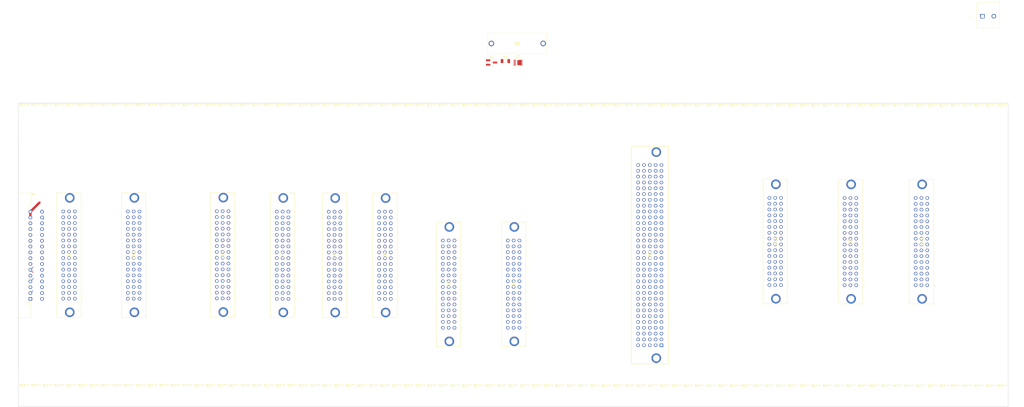
<source format=kicad_pcb>
(kicad_pcb (version 20171130) (host pcbnew "(5.1.10)-1")
  (layers (0 F.Cu signal) (1 In1.Cu signal) (2 In2.Cu signal) (31 B.Cu signal) (34 B.Paste user) (35 F.Paste user) (36 B.SilkS user) (37 F.SilkS user) (38 B.Mask user) (39 F.Mask user) (44 Edge.Cuts user))
  (net 0 "")
  (net 1 /ReversePolarityPrrotection/24V_unprotected)
  (net 2 "Net-(D1-Pad2)")
  (net 3 /24V)
  (net 4 /GND)
  (net 5 /~SAFE_STATE_FLAG~)
  (net 6 /SD1/PWMA_CLK_OUT)
  (net 7 /SD1/PWMB_CLK_OUT)
  (net 8 /DSP/SD1_D1)
  (net 9 /DSP/SD1_D2)
  (net 10 /DSP/SD1_D3)
  (net 11 /DSP/SD1_D4)
  (net 12 /SD2/PWMA_CLK_OUT)
  (net 13 /SD2/PWMB_CLK_OUT)
  (net 14 /DSP/SD2_D1)
  (net 15 /DSP/SD2_D2)
  (net 16 /DSP/SD2_D3)
  (net 17 /DSP/SD2_D4)
  (net 18 /Analog2/ADC_1)
  (net 19 /Analog2/ADC_2)
  (net 20 /Analog2/ADC_3)
  (net 21 /Analog2/ADC_4)
  (net 22 /Analog2/ADC_5)
  (net 23 /Analog2/ADC_6)
  (net 24 /Analog1/ADC_1)
  (net 25 /Analog1/ADC_2)
  (net 26 /Analog1/ADC_3)
  (net 27 /Analog1/ADC_4)
  (net 28 /Analog1/ADC_5)
  (net 29 /Analog1/ADC_6)
  (net 30 /Analog3/ADC_1)
  (net 31 /DSP/ADC_15)
  (net 32 /Analog3/ADC_3)
  (net 33 /Analog3/ADC_4)
  (net 34 /Analog3/ADC_5)
  (net 35 /Analog3/ADC_6)
  (net 36 /DSP/GD6_EPWM_1A)
  (net 37 /DSP/GD5_EPWM_3B)
  (net 38 /DSP/GD5_GPIO19_STATUS_1)
  (net 39 /DSP/GD4_GPIO22_STATUS_2)
  (net 40 /DSP/GD3_EPWM_8A)
  (net 41 /DSP/GD2_EPWM_10B)
  (net 42 /DSP/GD1_EPWM_11A)
  (net 43 /GD_GPIO14_RESET)
  (net 44 /DSP/GD6_GPIO15_STATUS_2)
  (net 45 /DSP/GD5_EPWM_4A)
  (net 46 /DSP/GD_EPWM_6B)
  (net 47 /DSP/GD3_EPWM_7A)
  (net 48 /DSP/GD2_EPWM_9B)
  (net 49 /DSP/GD2_GPIO45_STATUS_1)
  (net 50 /DSP/GD1_GPIO52_STATUS_2)
  (net 51 /GPIO12_EMITTER_ENABLE)
  (net 52 /DSP/GD6_EPWM_2B)
  (net 53 /DSP/GD5_EPWM_3A)
  (net 54 /DSP/GD_EPWM_5B)
  (net 55 /DSP/GD4_GPIO23_STATUS_1)
  (net 56 /DSP/GD3_GPIO24_STATUS_2)
  (net 57 /DSP/GD2_EPWM_10A)
  (net 58 /DSP/GD1_EPWM_12B)
  (net 59 /DSP/GD6_EPWM_1B)
  (net 60 /DSP/GD6_GPIO16_STATUS_1)
  (net 61 /DSP/GD5_GPIO18_STATUS_2)
  (net 62 /DSP/GD_EPWM_6A)
  (net 63 /DSP/GD3_EPWM_8B)
  (net 64 /DSP/GD2_EPWM_9A)
  (net 65 /DSP/GD1_EPWM_11B)
  (net 66 /DSP/GD1_GPIO53_STATUS_1)
  (net 67 /DSP/GD6_EPWM_2A)
  (net 68 /DSP/GD5_EPWM_4B)
  (net 69 /DSP/GD_EPWM_5A)
  (net 70 /DSP/GD3_EPWM_7B)
  (net 71 /DSP/GD3_GPIO25_STATUS_1)
  (net 72 /DSP/GD2_GPIO44_STATUS_2)
  (net 73 /DSP/GD1_EPWM_12A)
  (net 74 "Net-(U1-Pad2)")
  (net 75 "Net-(U6-PadB10)")
  (net 76 "Net-(U7-PadB10)")
  (net 77 "Net-(U8-PadB10)")
  (net 78 "Net-(U9-PadB10)")
  (net 79 "Net-(U13-PadB10)")
  (net 80 "Net-(U14-PadB10)")
  (module MountingHole:MountingHole_3.2mm_M3 (layer F.Cu) (at 449.199 34.5948)
    (fp_text reference REF** (at 0 -4.2) (layer F.SilkS))
    (fp_text value MountingHole_3.2mm_M3)
    (pad "" np_thru_hole circle (at 0 0) (size 3.2 3.2) (drill 3.2) (layers *.Cu *.Mask))
  )
  (module MountingHole:MountingHole_3.2mm_M3 (layer F.Cu) (at 444.119 34.5948)
    (fp_text reference REF** (at 0 -4.2) (layer F.SilkS))
    (fp_text value MountingHole_3.2mm_M3)
    (pad "" np_thru_hole circle (at 0 0) (size 3.2 3.2) (drill 3.2) (layers *.Cu *.Mask))
  )
  (module MountingHole:MountingHole_3.2mm_M3 (layer F.Cu) (at 108.839 34.4424)
    (fp_text reference REF** (at 0 -4.2) (layer F.SilkS))
    (fp_text value MountingHole_3.2mm_M3)
    (pad "" np_thru_hole circle (at 0 0) (size 3.2 3.2) (drill 3.2) (layers *.Cu *.Mask))
  )
  (module MountingHole:MountingHole_3.2mm_M3 (layer F.Cu) (at 113.919 34.4424)
    (fp_text reference REF** (at 0 -4.2) (layer F.SilkS))
    (fp_text value MountingHole_3.2mm_M3)
    (pad "" np_thru_hole circle (at 0 0) (size 3.2 3.2) (drill 3.2) (layers *.Cu *.Mask))
  )
  (module MountingHole:MountingHole_3.2mm_M3 (layer F.Cu) (at 83.439 34.4424)
    (fp_text reference REF** (at 0 -4.2) (layer F.SilkS))
    (fp_text value MountingHole_3.2mm_M3)
    (pad "" np_thru_hole circle (at 0 0) (size 3.2 3.2) (drill 3.2) (layers *.Cu *.Mask))
  )
  (module MountingHole:MountingHole_3.2mm_M3 (layer F.Cu) (at 118.999 34.4424)
    (fp_text reference REF** (at 0 -4.2) (layer F.SilkS))
    (fp_text value MountingHole_3.2mm_M3)
    (pad "" np_thru_hole circle (at 0 0) (size 3.2 3.2) (drill 3.2) (layers *.Cu *.Mask))
  )
  (module MountingHole:MountingHole_3.2mm_M3 (layer F.Cu) (at 68.199 34.417)
    (fp_text reference REF** (at 0 -4.2) (layer F.SilkS))
    (fp_text value MountingHole_3.2mm_M3)
    (pad "" np_thru_hole circle (at 0 0) (size 3.2 3.2) (drill 3.2) (layers *.Cu *.Mask))
  )
  (module MountingHole:MountingHole_3.2mm_M3 (layer F.Cu) (at 73.279 34.417)
    (fp_text reference REF** (at 0 -4.2) (layer F.SilkS))
    (fp_text value MountingHole_3.2mm_M3)
    (pad "" np_thru_hole circle (at 0 0) (size 3.2 3.2) (drill 3.2) (layers *.Cu *.Mask))
  )
  (module MountingHole:MountingHole_3.2mm_M3 (layer F.Cu) (at 103.759 34.4424)
    (fp_text reference REF** (at 0 -4.2) (layer F.SilkS))
    (fp_text value MountingHole_3.2mm_M3)
    (pad "" np_thru_hole circle (at 0 0) (size 3.2 3.2) (drill 3.2) (layers *.Cu *.Mask))
  )
  (module MountingHole:MountingHole_3.2mm_M3 (layer F.Cu) (at 78.359 34.4424)
    (fp_text reference REF** (at 0 -4.2) (layer F.SilkS))
    (fp_text value MountingHole_3.2mm_M3)
    (pad "" np_thru_hole circle (at 0 0) (size 3.2 3.2) (drill 3.2) (layers *.Cu *.Mask))
  )
  (module MountingHole:MountingHole_3.2mm_M3 (layer F.Cu) (at 98.679 34.4424)
    (fp_text reference REF** (at 0 -4.2) (layer F.SilkS))
    (fp_text value MountingHole_3.2mm_M3)
    (pad "" np_thru_hole circle (at 0 0) (size 3.2 3.2) (drill 3.2) (layers *.Cu *.Mask))
  )
  (module MountingHole:MountingHole_3.2mm_M3 (layer F.Cu) (at 93.599 34.4424)
    (fp_text reference REF** (at 0 -4.2) (layer F.SilkS))
    (fp_text value MountingHole_3.2mm_M3)
    (pad "" np_thru_hole circle (at 0 0) (size 3.2 3.2) (drill 3.2) (layers *.Cu *.Mask))
  )
  (module MountingHole:MountingHole_3.2mm_M3 (layer F.Cu) (at 88.519 34.4424)
    (fp_text reference REF** (at 0 -4.2) (layer F.SilkS))
    (fp_text value MountingHole_3.2mm_M3)
    (pad "" np_thru_hole circle (at 0 0) (size 3.2 3.2) (drill 3.2) (layers *.Cu *.Mask))
  )
  (module MountingHole:MountingHole_3.2mm_M3 (layer F.Cu) (at 388.239 34.5694)
    (fp_text reference REF** (at 0 -4.2) (layer F.SilkS))
    (fp_text value MountingHole_3.2mm_M3)
    (pad "" np_thru_hole circle (at 0 0) (size 3.2 3.2) (drill 3.2) (layers *.Cu *.Mask))
  )
  (module MountingHole:MountingHole_3.2mm_M3 (layer F.Cu) (at 403.479 34.5694)
    (fp_text reference REF** (at 0 -4.2) (layer F.SilkS))
    (fp_text value MountingHole_3.2mm_M3)
    (pad "" np_thru_hole circle (at 0 0) (size 3.2 3.2) (drill 3.2) (layers *.Cu *.Mask))
  )
  (module MountingHole:MountingHole_3.2mm_M3 (layer F.Cu) (at 408.559 34.5694)
    (fp_text reference REF** (at 0 -4.2) (layer F.SilkS))
    (fp_text value MountingHole_3.2mm_M3)
    (pad "" np_thru_hole circle (at 0 0) (size 3.2 3.2) (drill 3.2) (layers *.Cu *.Mask))
  )
  (module MountingHole:MountingHole_3.2mm_M3 (layer F.Cu) (at 428.879 34.5948)
    (fp_text reference REF** (at 0 -4.2) (layer F.SilkS))
    (fp_text value MountingHole_3.2mm_M3)
    (pad "" np_thru_hole circle (at 0 0) (size 3.2 3.2) (drill 3.2) (layers *.Cu *.Mask))
  )
  (module MountingHole:MountingHole_3.2mm_M3 (layer F.Cu) (at 413.639 34.5948)
    (fp_text reference REF** (at 0 -4.2) (layer F.SilkS))
    (fp_text value MountingHole_3.2mm_M3)
    (pad "" np_thru_hole circle (at 0 0) (size 3.2 3.2) (drill 3.2) (layers *.Cu *.Mask))
  )
  (module MountingHole:MountingHole_3.2mm_M3 (layer F.Cu) (at 423.799 34.5948)
    (fp_text reference REF** (at 0 -4.2) (layer F.SilkS))
    (fp_text value MountingHole_3.2mm_M3)
    (pad "" np_thru_hole circle (at 0 0) (size 3.2 3.2) (drill 3.2) (layers *.Cu *.Mask))
  )
  (module MountingHole:MountingHole_3.2mm_M3 (layer F.Cu) (at 433.959 34.5948)
    (fp_text reference REF** (at 0 -4.2) (layer F.SilkS))
    (fp_text value MountingHole_3.2mm_M3)
    (pad "" np_thru_hole circle (at 0 0) (size 3.2 3.2) (drill 3.2) (layers *.Cu *.Mask))
  )
  (module MountingHole:MountingHole_3.2mm_M3 (layer F.Cu) (at 439.039 34.5948)
    (fp_text reference REF** (at 0 -4.2) (layer F.SilkS))
    (fp_text value MountingHole_3.2mm_M3)
    (pad "" np_thru_hole circle (at 0 0) (size 3.2 3.2) (drill 3.2) (layers *.Cu *.Mask))
  )
  (module MountingHole:MountingHole_3.2mm_M3 (layer F.Cu) (at 378.079 34.5694)
    (fp_text reference REF** (at 0 -4.2) (layer F.SilkS))
    (fp_text value MountingHole_3.2mm_M3)
    (pad "" np_thru_hole circle (at 0 0) (size 3.2 3.2) (drill 3.2) (layers *.Cu *.Mask))
  )
  (module MountingHole:MountingHole_3.2mm_M3 (layer F.Cu) (at 362.839 34.5694)
    (fp_text reference REF** (at 0 -4.2) (layer F.SilkS))
    (fp_text value MountingHole_3.2mm_M3)
    (pad "" np_thru_hole circle (at 0 0) (size 3.2 3.2) (drill 3.2) (layers *.Cu *.Mask))
  )
  (module MountingHole:MountingHole_3.2mm_M3 (layer F.Cu) (at 383.159 34.5694)
    (fp_text reference REF** (at 0 -4.2) (layer F.SilkS))
    (fp_text value MountingHole_3.2mm_M3)
    (pad "" np_thru_hole circle (at 0 0) (size 3.2 3.2) (drill 3.2) (layers *.Cu *.Mask))
  )
  (module MountingHole:MountingHole_3.2mm_M3 (layer F.Cu) (at 372.999 34.5694)
    (fp_text reference REF** (at 0 -4.2) (layer F.SilkS))
    (fp_text value MountingHole_3.2mm_M3)
    (pad "" np_thru_hole circle (at 0 0) (size 3.2 3.2) (drill 3.2) (layers *.Cu *.Mask))
  )
  (module MountingHole:MountingHole_3.2mm_M3 (layer F.Cu) (at 347.599 34.544)
    (fp_text reference REF** (at 0 -4.2) (layer F.SilkS))
    (fp_text value MountingHole_3.2mm_M3)
    (pad "" np_thru_hole circle (at 0 0) (size 3.2 3.2) (drill 3.2) (layers *.Cu *.Mask))
  )
  (module MountingHole:MountingHole_3.2mm_M3 (layer F.Cu) (at 352.679 34.544)
    (fp_text reference REF** (at 0 -4.2) (layer F.SilkS))
    (fp_text value MountingHole_3.2mm_M3)
    (pad "" np_thru_hole circle (at 0 0) (size 3.2 3.2) (drill 3.2) (layers *.Cu *.Mask))
  )
  (module MountingHole:MountingHole_3.2mm_M3 (layer F.Cu) (at 398.399 34.5694)
    (fp_text reference REF** (at 0 -4.2) (layer F.SilkS))
    (fp_text value MountingHole_3.2mm_M3)
    (pad "" np_thru_hole circle (at 0 0) (size 3.2 3.2) (drill 3.2) (layers *.Cu *.Mask))
  )
  (module MountingHole:MountingHole_3.2mm_M3 (layer F.Cu) (at 367.919 34.5694)
    (fp_text reference REF** (at 0 -4.2) (layer F.SilkS))
    (fp_text value MountingHole_3.2mm_M3)
    (pad "" np_thru_hole circle (at 0 0) (size 3.2 3.2) (drill 3.2) (layers *.Cu *.Mask))
  )
  (module MountingHole:MountingHole_3.2mm_M3 (layer F.Cu) (at 357.759 34.5694)
    (fp_text reference REF** (at 0 -4.2) (layer F.SilkS))
    (fp_text value MountingHole_3.2mm_M3)
    (pad "" np_thru_hole circle (at 0 0) (size 3.2 3.2) (drill 3.2) (layers *.Cu *.Mask))
  )
  (module MountingHole:MountingHole_3.2mm_M3 (layer F.Cu) (at 393.319 34.5694)
    (fp_text reference REF** (at 0 -4.2) (layer F.SilkS))
    (fp_text value MountingHole_3.2mm_M3)
    (pad "" np_thru_hole circle (at 0 0) (size 3.2 3.2) (drill 3.2) (layers *.Cu *.Mask))
  )
  (module MountingHole:MountingHole_3.2mm_M3 (layer F.Cu) (at 52.959 34.417)
    (fp_text reference REF** (at 0 -4.2) (layer F.SilkS))
    (fp_text value MountingHole_3.2mm_M3)
    (pad "" np_thru_hole circle (at 0 0) (size 3.2 3.2) (drill 3.2) (layers *.Cu *.Mask))
  )
  (module MountingHole:MountingHole_3.2mm_M3 (layer F.Cu) (at 42.799 34.417)
    (fp_text reference REF** (at 0 -4.2) (layer F.SilkS))
    (fp_text value MountingHole_3.2mm_M3)
    (pad "" np_thru_hole circle (at 0 0) (size 3.2 3.2) (drill 3.2) (layers *.Cu *.Mask))
  )
  (module MountingHole:MountingHole_3.2mm_M3 (layer F.Cu) (at 47.879 34.417)
    (fp_text reference REF** (at 0 -4.2) (layer F.SilkS))
    (fp_text value MountingHole_3.2mm_M3)
    (pad "" np_thru_hole circle (at 0 0) (size 3.2 3.2) (drill 3.2) (layers *.Cu *.Mask))
  )
  (module MountingHole:MountingHole_3.2mm_M3 (layer F.Cu) (at 37.719 34.417)
    (fp_text reference REF** (at 0 -4.2) (layer F.SilkS))
    (fp_text value MountingHole_3.2mm_M3)
    (pad "" np_thru_hole circle (at 0 0) (size 3.2 3.2) (drill 3.2) (layers *.Cu *.Mask))
  )
  (module MountingHole:MountingHole_3.2mm_M3 (layer F.Cu) (at 32.639 34.417)
    (fp_text reference REF** (at 0 -4.2) (layer F.SilkS))
    (fp_text value MountingHole_3.2mm_M3)
    (pad "" np_thru_hole circle (at 0 0) (size 3.2 3.2) (drill 3.2) (layers *.Cu *.Mask))
  )
  (module MountingHole:MountingHole_3.2mm_M3 (layer F.Cu) (at 27.559 34.417)
    (fp_text reference REF** (at 0 -4.2) (layer F.SilkS))
    (fp_text value MountingHole_3.2mm_M3)
    (pad "" np_thru_hole circle (at 0 0) (size 3.2 3.2) (drill 3.2) (layers *.Cu *.Mask))
  )
  (module MountingHole:MountingHole_3.2mm_M3 (layer F.Cu) (at 22.479 34.417)
    (fp_text reference REF** (at 0 -4.2) (layer F.SilkS))
    (fp_text value MountingHole_3.2mm_M3)
    (pad "" np_thru_hole circle (at 0 0) (size 3.2 3.2) (drill 3.2) (layers *.Cu *.Mask))
  )
  (module MountingHole:MountingHole_3.2mm_M3 (layer F.Cu) (at 418.719 34.5948)
    (fp_text reference REF** (at 0 -4.2) (layer F.SilkS))
    (fp_text value MountingHole_3.2mm_M3)
    (pad "" np_thru_hole circle (at 0 0) (size 3.2 3.2) (drill 3.2) (layers *.Cu *.Mask))
  )
  (module MountingHole:MountingHole_3.2mm_M3 (layer F.Cu) (at 235.839 34.4932)
    (fp_text reference REF** (at 0 -4.2) (layer F.SilkS))
    (fp_text value MountingHole_3.2mm_M3)
    (pad "" np_thru_hole circle (at 0 0) (size 3.2 3.2) (drill 3.2) (layers *.Cu *.Mask))
  )
  (module MountingHole:MountingHole_3.2mm_M3 (layer F.Cu) (at 276.479 34.5186)
    (fp_text reference REF** (at 0 -4.2) (layer F.SilkS))
    (fp_text value MountingHole_3.2mm_M3)
    (pad "" np_thru_hole circle (at 0 0) (size 3.2 3.2) (drill 3.2) (layers *.Cu *.Mask))
  )
  (module MountingHole:MountingHole_3.2mm_M3 (layer F.Cu) (at 271.399 34.5186)
    (fp_text reference REF** (at 0 -4.2) (layer F.SilkS))
    (fp_text value MountingHole_3.2mm_M3)
    (pad "" np_thru_hole circle (at 0 0) (size 3.2 3.2) (drill 3.2) (layers *.Cu *.Mask))
  )
  (module MountingHole:MountingHole_3.2mm_M3 (layer F.Cu) (at 281.559 34.5186)
    (fp_text reference REF** (at 0 -4.2) (layer F.SilkS))
    (fp_text value MountingHole_3.2mm_M3)
    (pad "" np_thru_hole circle (at 0 0) (size 3.2 3.2) (drill 3.2) (layers *.Cu *.Mask))
  )
  (module MountingHole:MountingHole_3.2mm_M3 (layer F.Cu) (at 286.639 34.5186)
    (fp_text reference REF** (at 0 -4.2) (layer F.SilkS))
    (fp_text value MountingHole_3.2mm_M3)
    (pad "" np_thru_hole circle (at 0 0) (size 3.2 3.2) (drill 3.2) (layers *.Cu *.Mask))
  )
  (module MountingHole:MountingHole_3.2mm_M3 (layer F.Cu) (at 240.919 34.4932)
    (fp_text reference REF** (at 0 -4.2) (layer F.SilkS))
    (fp_text value MountingHole_3.2mm_M3)
    (pad "" np_thru_hole circle (at 0 0) (size 3.2 3.2) (drill 3.2) (layers *.Cu *.Mask))
  )
  (module MountingHole:MountingHole_3.2mm_M3 (layer F.Cu) (at 251.079 34.5186)
    (fp_text reference REF** (at 0 -4.2) (layer F.SilkS))
    (fp_text value MountingHole_3.2mm_M3)
    (pad "" np_thru_hole circle (at 0 0) (size 3.2 3.2) (drill 3.2) (layers *.Cu *.Mask))
  )
  (module MountingHole:MountingHole_3.2mm_M3 (layer F.Cu) (at 245.999 34.5186)
    (fp_text reference REF** (at 0 -4.2) (layer F.SilkS))
    (fp_text value MountingHole_3.2mm_M3)
    (pad "" np_thru_hole circle (at 0 0) (size 3.2 3.2) (drill 3.2) (layers *.Cu *.Mask))
  )
  (module MountingHole:MountingHole_3.2mm_M3 (layer F.Cu) (at 266.319 34.5186)
    (fp_text reference REF** (at 0 -4.2) (layer F.SilkS))
    (fp_text value MountingHole_3.2mm_M3)
    (pad "" np_thru_hole circle (at 0 0) (size 3.2 3.2) (drill 3.2) (layers *.Cu *.Mask))
  )
  (module MountingHole:MountingHole_3.2mm_M3 (layer F.Cu) (at 261.239 34.5186)
    (fp_text reference REF** (at 0 -4.2) (layer F.SilkS))
    (fp_text value MountingHole_3.2mm_M3)
    (pad "" np_thru_hole circle (at 0 0) (size 3.2 3.2) (drill 3.2) (layers *.Cu *.Mask))
  )
  (module MountingHole:MountingHole_3.2mm_M3 (layer F.Cu) (at 256.159 34.5186)
    (fp_text reference REF** (at 0 -4.2) (layer F.SilkS))
    (fp_text value MountingHole_3.2mm_M3)
    (pad "" np_thru_hole circle (at 0 0) (size 3.2 3.2) (drill 3.2) (layers *.Cu *.Mask))
  )
  (module MountingHole:MountingHole_3.2mm_M3 (layer F.Cu) (at 317.119 34.544)
    (fp_text reference REF** (at 0 -4.2) (layer F.SilkS))
    (fp_text value MountingHole_3.2mm_M3)
    (pad "" np_thru_hole circle (at 0 0) (size 3.2 3.2) (drill 3.2) (layers *.Cu *.Mask))
  )
  (module MountingHole:MountingHole_3.2mm_M3 (layer F.Cu) (at 220.599 34.4932)
    (fp_text reference REF** (at 0 -4.2) (layer F.SilkS))
    (fp_text value MountingHole_3.2mm_M3)
    (pad "" np_thru_hole circle (at 0 0) (size 3.2 3.2) (drill 3.2) (layers *.Cu *.Mask))
  )
  (module MountingHole:MountingHole_3.2mm_M3 (layer F.Cu) (at 210.439 34.4932)
    (fp_text reference REF** (at 0 -4.2) (layer F.SilkS))
    (fp_text value MountingHole_3.2mm_M3)
    (pad "" np_thru_hole circle (at 0 0) (size 3.2 3.2) (drill 3.2) (layers *.Cu *.Mask))
  )
  (module MountingHole:MountingHole_3.2mm_M3 (layer F.Cu) (at 215.519 34.4932)
    (fp_text reference REF** (at 0 -4.2) (layer F.SilkS))
    (fp_text value MountingHole_3.2mm_M3)
    (pad "" np_thru_hole circle (at 0 0) (size 3.2 3.2) (drill 3.2) (layers *.Cu *.Mask))
  )
  (module MountingHole:MountingHole_3.2mm_M3 (layer F.Cu) (at 195.199 34.4932)
    (fp_text reference REF** (at 0 -4.2) (layer F.SilkS))
    (fp_text value MountingHole_3.2mm_M3)
    (pad "" np_thru_hole circle (at 0 0) (size 3.2 3.2) (drill 3.2) (layers *.Cu *.Mask))
  )
  (module MountingHole:MountingHole_3.2mm_M3 (layer F.Cu) (at 230.759 34.4932)
    (fp_text reference REF** (at 0 -4.2) (layer F.SilkS))
    (fp_text value MountingHole_3.2mm_M3)
    (pad "" np_thru_hole circle (at 0 0) (size 3.2 3.2) (drill 3.2) (layers *.Cu *.Mask))
  )
  (module MountingHole:MountingHole_3.2mm_M3 (layer F.Cu) (at 205.359 34.4932)
    (fp_text reference REF** (at 0 -4.2) (layer F.SilkS))
    (fp_text value MountingHole_3.2mm_M3)
    (pad "" np_thru_hole circle (at 0 0) (size 3.2 3.2) (drill 3.2) (layers *.Cu *.Mask))
  )
  (module MountingHole:MountingHole_3.2mm_M3 (layer F.Cu) (at 200.279 34.4932)
    (fp_text reference REF** (at 0 -4.2) (layer F.SilkS))
    (fp_text value MountingHole_3.2mm_M3)
    (pad "" np_thru_hole circle (at 0 0) (size 3.2 3.2) (drill 3.2) (layers *.Cu *.Mask))
  )
  (module MountingHole:MountingHole_3.2mm_M3 (layer F.Cu) (at 179.959 34.4678)
    (fp_text reference REF** (at 0 -4.2) (layer F.SilkS))
    (fp_text value MountingHole_3.2mm_M3)
    (pad "" np_thru_hole circle (at 0 0) (size 3.2 3.2) (drill 3.2) (layers *.Cu *.Mask))
  )
  (module MountingHole:MountingHole_3.2mm_M3 (layer F.Cu) (at 185.039 34.4678)
    (fp_text reference REF** (at 0 -4.2) (layer F.SilkS))
    (fp_text value MountingHole_3.2mm_M3)
    (pad "" np_thru_hole circle (at 0 0) (size 3.2 3.2) (drill 3.2) (layers *.Cu *.Mask))
  )
  (module MountingHole:MountingHole_3.2mm_M3 (layer F.Cu) (at 190.119 34.4932)
    (fp_text reference REF** (at 0 -4.2) (layer F.SilkS))
    (fp_text value MountingHole_3.2mm_M3)
    (pad "" np_thru_hole circle (at 0 0) (size 3.2 3.2) (drill 3.2) (layers *.Cu *.Mask))
  )
  (module MountingHole:MountingHole_3.2mm_M3 (layer F.Cu) (at 291.719 34.5186)
    (fp_text reference REF** (at 0 -4.2) (layer F.SilkS))
    (fp_text value MountingHole_3.2mm_M3)
    (pad "" np_thru_hole circle (at 0 0) (size 3.2 3.2) (drill 3.2) (layers *.Cu *.Mask))
  )
  (module MountingHole:MountingHole_3.2mm_M3 (layer F.Cu) (at 306.959 34.544)
    (fp_text reference REF** (at 0 -4.2) (layer F.SilkS))
    (fp_text value MountingHole_3.2mm_M3)
    (pad "" np_thru_hole circle (at 0 0) (size 3.2 3.2) (drill 3.2) (layers *.Cu *.Mask))
  )
  (module MountingHole:MountingHole_3.2mm_M3 (layer F.Cu) (at 337.439 34.544)
    (fp_text reference REF** (at 0 -4.2) (layer F.SilkS))
    (fp_text value MountingHole_3.2mm_M3)
    (pad "" np_thru_hole circle (at 0 0) (size 3.2 3.2) (drill 3.2) (layers *.Cu *.Mask))
  )
  (module MountingHole:MountingHole_3.2mm_M3 (layer F.Cu) (at 342.519 34.544)
    (fp_text reference REF** (at 0 -4.2) (layer F.SilkS))
    (fp_text value MountingHole_3.2mm_M3)
    (pad "" np_thru_hole circle (at 0 0) (size 3.2 3.2) (drill 3.2) (layers *.Cu *.Mask))
  )
  (module MountingHole:MountingHole_3.2mm_M3 (layer F.Cu) (at 327.279 34.544)
    (fp_text reference REF** (at 0 -4.2) (layer F.SilkS))
    (fp_text value MountingHole_3.2mm_M3)
    (pad "" np_thru_hole circle (at 0 0) (size 3.2 3.2) (drill 3.2) (layers *.Cu *.Mask))
  )
  (module MountingHole:MountingHole_3.2mm_M3 (layer F.Cu) (at 296.799 34.5186)
    (fp_text reference REF** (at 0 -4.2) (layer F.SilkS))
    (fp_text value MountingHole_3.2mm_M3)
    (pad "" np_thru_hole circle (at 0 0) (size 3.2 3.2) (drill 3.2) (layers *.Cu *.Mask))
  )
  (module MountingHole:MountingHole_3.2mm_M3 (layer F.Cu) (at 301.879 34.544)
    (fp_text reference REF** (at 0 -4.2) (layer F.SilkS))
    (fp_text value MountingHole_3.2mm_M3)
    (pad "" np_thru_hole circle (at 0 0) (size 3.2 3.2) (drill 3.2) (layers *.Cu *.Mask))
  )
  (module MountingHole:MountingHole_3.2mm_M3 (layer F.Cu) (at 312.039 34.544)
    (fp_text reference REF** (at 0 -4.2) (layer F.SilkS))
    (fp_text value MountingHole_3.2mm_M3)
    (pad "" np_thru_hole circle (at 0 0) (size 3.2 3.2) (drill 3.2) (layers *.Cu *.Mask))
  )
  (module MountingHole:MountingHole_3.2mm_M3 (layer F.Cu) (at 124.079 34.4424)
    (fp_text reference REF** (at 0 -4.2) (layer F.SilkS))
    (fp_text value MountingHole_3.2mm_M3)
    (pad "" np_thru_hole circle (at 0 0) (size 3.2 3.2) (drill 3.2) (layers *.Cu *.Mask))
  )
  (module MountingHole:MountingHole_3.2mm_M3 (layer F.Cu) (at 149.479 34.4678)
    (fp_text reference REF** (at 0 -4.2) (layer F.SilkS))
    (fp_text value MountingHole_3.2mm_M3)
    (pad "" np_thru_hole circle (at 0 0) (size 3.2 3.2) (drill 3.2) (layers *.Cu *.Mask))
  )
  (module MountingHole:MountingHole_3.2mm_M3 (layer F.Cu) (at 63.119 34.417)
    (fp_text reference REF** (at 0 -4.2) (layer F.SilkS))
    (fp_text value MountingHole_3.2mm_M3)
    (pad "" np_thru_hole circle (at 0 0) (size 3.2 3.2) (drill 3.2) (layers *.Cu *.Mask))
  )
  (module MountingHole:MountingHole_3.2mm_M3 (layer F.Cu) (at 139.319 34.4678)
    (fp_text reference REF** (at 0 -4.2) (layer F.SilkS))
    (fp_text value MountingHole_3.2mm_M3)
    (pad "" np_thru_hole circle (at 0 0) (size 3.2 3.2) (drill 3.2) (layers *.Cu *.Mask))
  )
  (module MountingHole:MountingHole_3.2mm_M3 (layer F.Cu) (at 169.799 34.4678)
    (fp_text reference REF** (at 0 -4.2) (layer F.SilkS))
    (fp_text value MountingHole_3.2mm_M3)
    (pad "" np_thru_hole circle (at 0 0) (size 3.2 3.2) (drill 3.2) (layers *.Cu *.Mask))
  )
  (module MountingHole:MountingHole_3.2mm_M3 (layer F.Cu) (at 174.879 34.4678)
    (fp_text reference REF** (at 0 -4.2) (layer F.SilkS))
    (fp_text value MountingHole_3.2mm_M3)
    (pad "" np_thru_hole circle (at 0 0) (size 3.2 3.2) (drill 3.2) (layers *.Cu *.Mask))
  )
  (module MountingHole:MountingHole_3.2mm_M3 (layer F.Cu) (at 322.199 34.544)
    (fp_text reference REF** (at 0 -4.2) (layer F.SilkS))
    (fp_text value MountingHole_3.2mm_M3)
    (pad "" np_thru_hole circle (at 0 0) (size 3.2 3.2) (drill 3.2) (layers *.Cu *.Mask))
  )
  (module MountingHole:MountingHole_3.2mm_M3 (layer F.Cu) (at 159.639 34.4678)
    (fp_text reference REF** (at 0 -4.2) (layer F.SilkS))
    (fp_text value MountingHole_3.2mm_M3)
    (pad "" np_thru_hole circle (at 0 0) (size 3.2 3.2) (drill 3.2) (layers *.Cu *.Mask))
  )
  (module MountingHole:MountingHole_3.2mm_M3 (layer F.Cu) (at 58.039 34.417)
    (fp_text reference REF** (at 0 -4.2) (layer F.SilkS))
    (fp_text value MountingHole_3.2mm_M3)
    (pad "" np_thru_hole circle (at 0 0) (size 3.2 3.2) (drill 3.2) (layers *.Cu *.Mask))
  )
  (module MountingHole:MountingHole_3.2mm_M3 (layer F.Cu) (at 332.359 34.544)
    (fp_text reference REF** (at 0 -4.2) (layer F.SilkS))
    (fp_text value MountingHole_3.2mm_M3)
    (pad "" np_thru_hole circle (at 0 0) (size 3.2 3.2) (drill 3.2) (layers *.Cu *.Mask))
  )
  (module MountingHole:MountingHole_3.2mm_M3 (layer F.Cu) (at 129.159 34.4424)
    (fp_text reference REF** (at 0 -4.2) (layer F.SilkS))
    (fp_text value MountingHole_3.2mm_M3)
    (pad "" np_thru_hole circle (at 0 0) (size 3.2 3.2) (drill 3.2) (layers *.Cu *.Mask))
  )
  (module MountingHole:MountingHole_3.2mm_M3 (layer F.Cu) (at 134.239 34.4678)
    (fp_text reference REF** (at 0 -4.2) (layer F.SilkS))
    (fp_text value MountingHole_3.2mm_M3)
    (pad "" np_thru_hole circle (at 0 0) (size 3.2 3.2) (drill 3.2) (layers *.Cu *.Mask))
  )
  (module MountingHole:MountingHole_3.2mm_M3 (layer F.Cu) (at 154.559 34.4678)
    (fp_text reference REF** (at 0 -4.2) (layer F.SilkS))
    (fp_text value MountingHole_3.2mm_M3)
    (pad "" np_thru_hole circle (at 0 0) (size 3.2 3.2) (drill 3.2) (layers *.Cu *.Mask))
  )
  (module MountingHole:MountingHole_3.2mm_M3 (layer F.Cu) (at 225.679 34.4932)
    (fp_text reference REF** (at 0 -4.2) (layer F.SilkS))
    (fp_text value MountingHole_3.2mm_M3)
    (pad "" np_thru_hole circle (at 0 0) (size 3.2 3.2) (drill 3.2) (layers *.Cu *.Mask))
  )
  (module MountingHole:MountingHole_3.2mm_M3 (layer F.Cu) (at 144.399 34.4678)
    (fp_text reference REF** (at 0 -4.2) (layer F.SilkS))
    (fp_text value MountingHole_3.2mm_M3)
    (pad "" np_thru_hole circle (at 0 0) (size 3.2 3.2) (drill 3.2) (layers *.Cu *.Mask))
  )
  (module MountingHole:MountingHole_3.2mm_M3 (layer F.Cu) (at 164.719 34.4678)
    (fp_text reference REF** (at 0 -4.2) (layer F.SilkS))
    (fp_text value MountingHole_3.2mm_M3)
    (pad "" np_thru_hole circle (at 0 0) (size 3.2 3.2) (drill 3.2) (layers *.Cu *.Mask))
  )
  (module MountingHole:MountingHole_3.2mm_M3 (layer F.Cu) (at 428.9552 157.1498)
    (fp_text reference REF** (at 0 -4.2) (layer F.SilkS))
    (fp_text value MountingHole_3.2mm_M3)
    (pad "" np_thru_hole circle (at 0 0) (size 3.2 3.2) (drill 3.2) (layers *.Cu *.Mask))
  )
  (module MountingHole:MountingHole_3.2mm_M3 (layer F.Cu) (at 449.2752 157.1498)
    (fp_text reference REF** (at 0 -4.2) (layer F.SilkS))
    (fp_text value MountingHole_3.2mm_M3)
    (pad "" np_thru_hole circle (at 0 0) (size 3.2 3.2) (drill 3.2) (layers *.Cu *.Mask))
  )
  (module MountingHole:MountingHole_3.2mm_M3 (layer F.Cu) (at 444.1952 157.1498)
    (fp_text reference REF** (at 0 -4.2) (layer F.SilkS))
    (fp_text value MountingHole_3.2mm_M3)
    (pad "" np_thru_hole circle (at 0 0) (size 3.2 3.2) (drill 3.2) (layers *.Cu *.Mask))
  )
  (module MountingHole:MountingHole_3.2mm_M3 (layer F.Cu) (at 434.0352 157.1498)
    (fp_text reference REF** (at 0 -4.2) (layer F.SilkS))
    (fp_text value MountingHole_3.2mm_M3)
    (pad "" np_thru_hole circle (at 0 0) (size 3.2 3.2) (drill 3.2) (layers *.Cu *.Mask))
  )
  (module MountingHole:MountingHole_3.2mm_M3 (layer F.Cu) (at 439.1152 157.1498)
    (fp_text reference REF** (at 0 -4.2) (layer F.SilkS))
    (fp_text value MountingHole_3.2mm_M3)
    (pad "" np_thru_hole circle (at 0 0) (size 3.2 3.2) (drill 3.2) (layers *.Cu *.Mask))
  )
  (module MountingHole:MountingHole_3.2mm_M3 (layer F.Cu) (at 423.8752 157.1498)
    (fp_text reference REF** (at 0 -4.2) (layer F.SilkS))
    (fp_text value MountingHole_3.2mm_M3)
    (pad "" np_thru_hole circle (at 0 0) (size 3.2 3.2) (drill 3.2) (layers *.Cu *.Mask))
  )
  (module MountingHole:MountingHole_3.2mm_M3 (layer F.Cu) (at 413.7152 157.1244)
    (fp_text reference REF** (at 0 -4.2) (layer F.SilkS))
    (fp_text value MountingHole_3.2mm_M3)
    (pad "" np_thru_hole circle (at 0 0) (size 3.2 3.2) (drill 3.2) (layers *.Cu *.Mask))
  )
  (module MountingHole:MountingHole_3.2mm_M3 (layer F.Cu) (at 418.7952 157.1244)
    (fp_text reference REF** (at 0 -4.2) (layer F.SilkS))
    (fp_text value MountingHole_3.2mm_M3)
    (pad "" np_thru_hole circle (at 0 0) (size 3.2 3.2) (drill 3.2) (layers *.Cu *.Mask))
  )
  (module MountingHole:MountingHole_3.2mm_M3 (layer F.Cu) (at 398.4752 157.1244)
    (fp_text reference REF** (at 0 -4.2) (layer F.SilkS))
    (fp_text value MountingHole_3.2mm_M3)
    (pad "" np_thru_hole circle (at 0 0) (size 3.2 3.2) (drill 3.2) (layers *.Cu *.Mask))
  )
  (module MountingHole:MountingHole_3.2mm_M3 (layer F.Cu) (at 388.3152 157.1244)
    (fp_text reference REF** (at 0 -4.2) (layer F.SilkS))
    (fp_text value MountingHole_3.2mm_M3)
    (pad "" np_thru_hole circle (at 0 0) (size 3.2 3.2) (drill 3.2) (layers *.Cu *.Mask))
  )
  (module MountingHole:MountingHole_3.2mm_M3 (layer F.Cu) (at 393.3952 157.1244)
    (fp_text reference REF** (at 0 -4.2) (layer F.SilkS))
    (fp_text value MountingHole_3.2mm_M3)
    (pad "" np_thru_hole circle (at 0 0) (size 3.2 3.2) (drill 3.2) (layers *.Cu *.Mask))
  )
  (module MountingHole:MountingHole_3.2mm_M3 (layer F.Cu) (at 383.2352 157.1244)
    (fp_text reference REF** (at 0 -4.2) (layer F.SilkS))
    (fp_text value MountingHole_3.2mm_M3)
    (pad "" np_thru_hole circle (at 0 0) (size 3.2 3.2) (drill 3.2) (layers *.Cu *.Mask))
  )
  (module MountingHole:MountingHole_3.2mm_M3 (layer F.Cu) (at 378.1552 157.1244)
    (fp_text reference REF** (at 0 -4.2) (layer F.SilkS))
    (fp_text value MountingHole_3.2mm_M3)
    (pad "" np_thru_hole circle (at 0 0) (size 3.2 3.2) (drill 3.2) (layers *.Cu *.Mask))
  )
  (module MountingHole:MountingHole_3.2mm_M3 (layer F.Cu) (at 373.0752 157.1244)
    (fp_text reference REF** (at 0 -4.2) (layer F.SilkS))
    (fp_text value MountingHole_3.2mm_M3)
    (pad "" np_thru_hole circle (at 0 0) (size 3.2 3.2) (drill 3.2) (layers *.Cu *.Mask))
  )
  (module MountingHole:MountingHole_3.2mm_M3 (layer F.Cu) (at 357.8352 157.099)
    (fp_text reference REF** (at 0 -4.2) (layer F.SilkS))
    (fp_text value MountingHole_3.2mm_M3)
    (pad "" np_thru_hole circle (at 0 0) (size 3.2 3.2) (drill 3.2) (layers *.Cu *.Mask))
  )
  (module MountingHole:MountingHole_3.2mm_M3 (layer F.Cu) (at 362.9152 157.099)
    (fp_text reference REF** (at 0 -4.2) (layer F.SilkS))
    (fp_text value MountingHole_3.2mm_M3)
    (pad "" np_thru_hole circle (at 0 0) (size 3.2 3.2) (drill 3.2) (layers *.Cu *.Mask))
  )
  (module MountingHole:MountingHole_3.2mm_M3 (layer F.Cu) (at 367.9952 157.1244)
    (fp_text reference REF** (at 0 -4.2) (layer F.SilkS))
    (fp_text value MountingHole_3.2mm_M3)
    (pad "" np_thru_hole circle (at 0 0) (size 3.2 3.2) (drill 3.2) (layers *.Cu *.Mask))
  )
  (module MountingHole:MountingHole_3.2mm_M3 (layer F.Cu) (at 408.6352 157.1244)
    (fp_text reference REF** (at 0 -4.2) (layer F.SilkS))
    (fp_text value MountingHole_3.2mm_M3)
    (pad "" np_thru_hole circle (at 0 0) (size 3.2 3.2) (drill 3.2) (layers *.Cu *.Mask))
  )
  (module MountingHole:MountingHole_3.2mm_M3 (layer F.Cu) (at 403.5552 157.1244)
    (fp_text reference REF** (at 0 -4.2) (layer F.SilkS))
    (fp_text value MountingHole_3.2mm_M3)
    (pad "" np_thru_hole circle (at 0 0) (size 3.2 3.2) (drill 3.2) (layers *.Cu *.Mask))
  )
  (module MountingHole:MountingHole_3.2mm_M3 (layer F.Cu) (at 286.7152 157.0736)
    (fp_text reference REF** (at 0 -4.2) (layer F.SilkS))
    (fp_text value MountingHole_3.2mm_M3)
    (pad "" np_thru_hole circle (at 0 0) (size 3.2 3.2) (drill 3.2) (layers *.Cu *.Mask))
  )
  (module MountingHole:MountingHole_3.2mm_M3 (layer F.Cu) (at 291.7952 157.0736)
    (fp_text reference REF** (at 0 -4.2) (layer F.SilkS))
    (fp_text value MountingHole_3.2mm_M3)
    (pad "" np_thru_hole circle (at 0 0) (size 3.2 3.2) (drill 3.2) (layers *.Cu *.Mask))
  )
  (module MountingHole:MountingHole_3.2mm_M3 (layer F.Cu) (at 261.3152 157.0736)
    (fp_text reference REF** (at 0 -4.2) (layer F.SilkS))
    (fp_text value MountingHole_3.2mm_M3)
    (pad "" np_thru_hole circle (at 0 0) (size 3.2 3.2) (drill 3.2) (layers *.Cu *.Mask))
  )
  (module MountingHole:MountingHole_3.2mm_M3 (layer F.Cu) (at 296.8752 157.0736)
    (fp_text reference REF** (at 0 -4.2) (layer F.SilkS))
    (fp_text value MountingHole_3.2mm_M3)
    (pad "" np_thru_hole circle (at 0 0) (size 3.2 3.2) (drill 3.2) (layers *.Cu *.Mask))
  )
  (module MountingHole:MountingHole_3.2mm_M3 (layer F.Cu) (at 246.0752 157.0482)
    (fp_text reference REF** (at 0 -4.2) (layer F.SilkS))
    (fp_text value MountingHole_3.2mm_M3)
    (pad "" np_thru_hole circle (at 0 0) (size 3.2 3.2) (drill 3.2) (layers *.Cu *.Mask))
  )
  (module MountingHole:MountingHole_3.2mm_M3 (layer F.Cu) (at 251.1552 157.0482)
    (fp_text reference REF** (at 0 -4.2) (layer F.SilkS))
    (fp_text value MountingHole_3.2mm_M3)
    (pad "" np_thru_hole circle (at 0 0) (size 3.2 3.2) (drill 3.2) (layers *.Cu *.Mask))
  )
  (module MountingHole:MountingHole_3.2mm_M3 (layer F.Cu) (at 281.6352 157.0736)
    (fp_text reference REF** (at 0 -4.2) (layer F.SilkS))
    (fp_text value MountingHole_3.2mm_M3)
    (pad "" np_thru_hole circle (at 0 0) (size 3.2 3.2) (drill 3.2) (layers *.Cu *.Mask))
  )
  (module MountingHole:MountingHole_3.2mm_M3 (layer F.Cu) (at 256.2352 157.0736)
    (fp_text reference REF** (at 0 -4.2) (layer F.SilkS))
    (fp_text value MountingHole_3.2mm_M3)
    (pad "" np_thru_hole circle (at 0 0) (size 3.2 3.2) (drill 3.2) (layers *.Cu *.Mask))
  )
  (module MountingHole:MountingHole_3.2mm_M3 (layer F.Cu) (at 276.5552 157.0736)
    (fp_text reference REF** (at 0 -4.2) (layer F.SilkS))
    (fp_text value MountingHole_3.2mm_M3)
    (pad "" np_thru_hole circle (at 0 0) (size 3.2 3.2) (drill 3.2) (layers *.Cu *.Mask))
  )
  (module MountingHole:MountingHole_3.2mm_M3 (layer F.Cu) (at 271.4752 157.0736)
    (fp_text reference REF** (at 0 -4.2) (layer F.SilkS))
    (fp_text value MountingHole_3.2mm_M3)
    (pad "" np_thru_hole circle (at 0 0) (size 3.2 3.2) (drill 3.2) (layers *.Cu *.Mask))
  )
  (module MountingHole:MountingHole_3.2mm_M3 (layer F.Cu) (at 266.3952 157.0736)
    (fp_text reference REF** (at 0 -4.2) (layer F.SilkS))
    (fp_text value MountingHole_3.2mm_M3)
    (pad "" np_thru_hole circle (at 0 0) (size 3.2 3.2) (drill 3.2) (layers *.Cu *.Mask))
  )
  (module MountingHole:MountingHole_3.2mm_M3 (layer F.Cu) (at 230.8352 157.0482)
    (fp_text reference REF** (at 0 -4.2) (layer F.SilkS))
    (fp_text value MountingHole_3.2mm_M3)
    (pad "" np_thru_hole circle (at 0 0) (size 3.2 3.2) (drill 3.2) (layers *.Cu *.Mask))
  )
  (module MountingHole:MountingHole_3.2mm_M3 (layer F.Cu) (at 220.6752 157.0482)
    (fp_text reference REF** (at 0 -4.2) (layer F.SilkS))
    (fp_text value MountingHole_3.2mm_M3)
    (pad "" np_thru_hole circle (at 0 0) (size 3.2 3.2) (drill 3.2) (layers *.Cu *.Mask))
  )
  (module MountingHole:MountingHole_3.2mm_M3 (layer F.Cu) (at 225.7552 157.0482)
    (fp_text reference REF** (at 0 -4.2) (layer F.SilkS))
    (fp_text value MountingHole_3.2mm_M3)
    (pad "" np_thru_hole circle (at 0 0) (size 3.2 3.2) (drill 3.2) (layers *.Cu *.Mask))
  )
  (module MountingHole:MountingHole_3.2mm_M3 (layer F.Cu) (at 215.5952 157.0482)
    (fp_text reference REF** (at 0 -4.2) (layer F.SilkS))
    (fp_text value MountingHole_3.2mm_M3)
    (pad "" np_thru_hole circle (at 0 0) (size 3.2 3.2) (drill 3.2) (layers *.Cu *.Mask))
  )
  (module MountingHole:MountingHole_3.2mm_M3 (layer F.Cu) (at 210.5152 157.0482)
    (fp_text reference REF** (at 0 -4.2) (layer F.SilkS))
    (fp_text value MountingHole_3.2mm_M3)
    (pad "" np_thru_hole circle (at 0 0) (size 3.2 3.2) (drill 3.2) (layers *.Cu *.Mask))
  )
  (module MountingHole:MountingHole_3.2mm_M3 (layer F.Cu) (at 205.4352 157.0482)
    (fp_text reference REF** (at 0 -4.2) (layer F.SilkS))
    (fp_text value MountingHole_3.2mm_M3)
    (pad "" np_thru_hole circle (at 0 0) (size 3.2 3.2) (drill 3.2) (layers *.Cu *.Mask))
  )
  (module MountingHole:MountingHole_3.2mm_M3 (layer F.Cu) (at 190.1952 157.0228)
    (fp_text reference REF** (at 0 -4.2) (layer F.SilkS))
    (fp_text value MountingHole_3.2mm_M3)
    (pad "" np_thru_hole circle (at 0 0) (size 3.2 3.2) (drill 3.2) (layers *.Cu *.Mask))
  )
  (module MountingHole:MountingHole_3.2mm_M3 (layer F.Cu) (at 195.2752 157.0228)
    (fp_text reference REF** (at 0 -4.2) (layer F.SilkS))
    (fp_text value MountingHole_3.2mm_M3)
    (pad "" np_thru_hole circle (at 0 0) (size 3.2 3.2) (drill 3.2) (layers *.Cu *.Mask))
  )
  (module MountingHole:MountingHole_3.2mm_M3 (layer F.Cu) (at 200.3552 157.0482)
    (fp_text reference REF** (at 0 -4.2) (layer F.SilkS))
    (fp_text value MountingHole_3.2mm_M3)
    (pad "" np_thru_hole circle (at 0 0) (size 3.2 3.2) (drill 3.2) (layers *.Cu *.Mask))
  )
  (module MountingHole:MountingHole_3.2mm_M3 (layer F.Cu) (at 301.9552 157.0736)
    (fp_text reference REF** (at 0 -4.2) (layer F.SilkS))
    (fp_text value MountingHole_3.2mm_M3)
    (pad "" np_thru_hole circle (at 0 0) (size 3.2 3.2) (drill 3.2) (layers *.Cu *.Mask))
  )
  (module MountingHole:MountingHole_3.2mm_M3 (layer F.Cu) (at 327.3552 157.099)
    (fp_text reference REF** (at 0 -4.2) (layer F.SilkS))
    (fp_text value MountingHole_3.2mm_M3)
    (pad "" np_thru_hole circle (at 0 0) (size 3.2 3.2) (drill 3.2) (layers *.Cu *.Mask))
  )
  (module MountingHole:MountingHole_3.2mm_M3 (layer F.Cu) (at 240.9952 157.0482)
    (fp_text reference REF** (at 0 -4.2) (layer F.SilkS))
    (fp_text value MountingHole_3.2mm_M3)
    (pad "" np_thru_hole circle (at 0 0) (size 3.2 3.2) (drill 3.2) (layers *.Cu *.Mask))
  )
  (module MountingHole:MountingHole_3.2mm_M3 (layer F.Cu) (at 317.1952 157.099)
    (fp_text reference REF** (at 0 -4.2) (layer F.SilkS))
    (fp_text value MountingHole_3.2mm_M3)
    (pad "" np_thru_hole circle (at 0 0) (size 3.2 3.2) (drill 3.2) (layers *.Cu *.Mask))
  )
  (module MountingHole:MountingHole_3.2mm_M3 (layer F.Cu) (at 347.6752 157.099)
    (fp_text reference REF** (at 0 -4.2) (layer F.SilkS))
    (fp_text value MountingHole_3.2mm_M3)
    (pad "" np_thru_hole circle (at 0 0) (size 3.2 3.2) (drill 3.2) (layers *.Cu *.Mask))
  )
  (module MountingHole:MountingHole_3.2mm_M3 (layer F.Cu) (at 352.7552 157.099)
    (fp_text reference REF** (at 0 -4.2) (layer F.SilkS))
    (fp_text value MountingHole_3.2mm_M3)
    (pad "" np_thru_hole circle (at 0 0) (size 3.2 3.2) (drill 3.2) (layers *.Cu *.Mask))
  )
  (module MountingHole:MountingHole_3.2mm_M3 (layer F.Cu) (at 337.5152 157.099)
    (fp_text reference REF** (at 0 -4.2) (layer F.SilkS))
    (fp_text value MountingHole_3.2mm_M3)
    (pad "" np_thru_hole circle (at 0 0) (size 3.2 3.2) (drill 3.2) (layers *.Cu *.Mask))
  )
  (module MountingHole:MountingHole_3.2mm_M3 (layer F.Cu) (at 235.9152 157.0482)
    (fp_text reference REF** (at 0 -4.2) (layer F.SilkS))
    (fp_text value MountingHole_3.2mm_M3)
    (pad "" np_thru_hole circle (at 0 0) (size 3.2 3.2) (drill 3.2) (layers *.Cu *.Mask))
  )
  (module MountingHole:MountingHole_3.2mm_M3 (layer F.Cu) (at 307.0352 157.0736)
    (fp_text reference REF** (at 0 -4.2) (layer F.SilkS))
    (fp_text value MountingHole_3.2mm_M3)
    (pad "" np_thru_hole circle (at 0 0) (size 3.2 3.2) (drill 3.2) (layers *.Cu *.Mask))
  )
  (module MountingHole:MountingHole_3.2mm_M3 (layer F.Cu) (at 312.1152 157.099)
    (fp_text reference REF** (at 0 -4.2) (layer F.SilkS))
    (fp_text value MountingHole_3.2mm_M3)
    (pad "" np_thru_hole circle (at 0 0) (size 3.2 3.2) (drill 3.2) (layers *.Cu *.Mask))
  )
  (module MountingHole:MountingHole_3.2mm_M3 (layer F.Cu) (at 332.4352 157.099)
    (fp_text reference REF** (at 0 -4.2) (layer F.SilkS))
    (fp_text value MountingHole_3.2mm_M3)
    (pad "" np_thru_hole circle (at 0 0) (size 3.2 3.2) (drill 3.2) (layers *.Cu *.Mask))
  )
  (module MountingHole:MountingHole_3.2mm_M3 (layer F.Cu) (at 322.2752 157.099)
    (fp_text reference REF** (at 0 -4.2) (layer F.SilkS))
    (fp_text value MountingHole_3.2mm_M3)
    (pad "" np_thru_hole circle (at 0 0) (size 3.2 3.2) (drill 3.2) (layers *.Cu *.Mask))
  )
  (module MountingHole:MountingHole_3.2mm_M3 (layer F.Cu) (at 342.5952 157.099)
    (fp_text reference REF** (at 0 -4.2) (layer F.SilkS))
    (fp_text value MountingHole_3.2mm_M3)
    (pad "" np_thru_hole circle (at 0 0) (size 3.2 3.2) (drill 3.2) (layers *.Cu *.Mask))
  )
  (module MountingHole:MountingHole_3.2mm_M3 (layer F.Cu) (at 174.9552 157.0228)
    (fp_text reference REF** (at 0 -4.2) (layer F.SilkS))
    (fp_text value MountingHole_3.2mm_M3)
    (pad "" np_thru_hole circle (at 0 0) (size 3.2 3.2) (drill 3.2) (layers *.Cu *.Mask))
  )
  (module MountingHole:MountingHole_3.2mm_M3 (layer F.Cu) (at 164.7952 157.0228)
    (fp_text reference REF** (at 0 -4.2) (layer F.SilkS))
    (fp_text value MountingHole_3.2mm_M3)
    (pad "" np_thru_hole circle (at 0 0) (size 3.2 3.2) (drill 3.2) (layers *.Cu *.Mask))
  )
  (module MountingHole:MountingHole_3.2mm_M3 (layer F.Cu) (at 169.8752 157.0228)
    (fp_text reference REF** (at 0 -4.2) (layer F.SilkS))
    (fp_text value MountingHole_3.2mm_M3)
    (pad "" np_thru_hole circle (at 0 0) (size 3.2 3.2) (drill 3.2) (layers *.Cu *.Mask))
  )
  (module MountingHole:MountingHole_3.2mm_M3 (layer F.Cu) (at 159.7152 157.0228)
    (fp_text reference REF** (at 0 -4.2) (layer F.SilkS))
    (fp_text value MountingHole_3.2mm_M3)
    (pad "" np_thru_hole circle (at 0 0) (size 3.2 3.2) (drill 3.2) (layers *.Cu *.Mask))
  )
  (module MountingHole:MountingHole_3.2mm_M3 (layer F.Cu) (at 154.6352 157.0228)
    (fp_text reference REF** (at 0 -4.2) (layer F.SilkS))
    (fp_text value MountingHole_3.2mm_M3)
    (pad "" np_thru_hole circle (at 0 0) (size 3.2 3.2) (drill 3.2) (layers *.Cu *.Mask))
  )
  (module MountingHole:MountingHole_3.2mm_M3 (layer F.Cu) (at 149.5552 157.0228)
    (fp_text reference REF** (at 0 -4.2) (layer F.SilkS))
    (fp_text value MountingHole_3.2mm_M3)
    (pad "" np_thru_hole circle (at 0 0) (size 3.2 3.2) (drill 3.2) (layers *.Cu *.Mask))
  )
  (module MountingHole:MountingHole_3.2mm_M3 (layer F.Cu) (at 134.3152 156.9974)
    (fp_text reference REF** (at 0 -4.2) (layer F.SilkS))
    (fp_text value MountingHole_3.2mm_M3)
    (pad "" np_thru_hole circle (at 0 0) (size 3.2 3.2) (drill 3.2) (layers *.Cu *.Mask))
  )
  (module MountingHole:MountingHole_3.2mm_M3 (layer F.Cu) (at 139.3952 156.9974)
    (fp_text reference REF** (at 0 -4.2) (layer F.SilkS))
    (fp_text value MountingHole_3.2mm_M3)
    (pad "" np_thru_hole circle (at 0 0) (size 3.2 3.2) (drill 3.2) (layers *.Cu *.Mask))
  )
  (module MountingHole:MountingHole_3.2mm_M3 (layer F.Cu) (at 144.4752 157.0228)
    (fp_text reference REF** (at 0 -4.2) (layer F.SilkS))
    (fp_text value MountingHole_3.2mm_M3)
    (pad "" np_thru_hole circle (at 0 0) (size 3.2 3.2) (drill 3.2) (layers *.Cu *.Mask))
  )
  (module MountingHole:MountingHole_3.2mm_M3 (layer F.Cu) (at 185.1152 157.0228)
    (fp_text reference REF** (at 0 -4.2) (layer F.SilkS))
    (fp_text value MountingHole_3.2mm_M3)
    (pad "" np_thru_hole circle (at 0 0) (size 3.2 3.2) (drill 3.2) (layers *.Cu *.Mask))
  )
  (module MountingHole:MountingHole_3.2mm_M3 (layer F.Cu) (at 180.0352 157.0228)
    (fp_text reference REF** (at 0 -4.2) (layer F.SilkS))
    (fp_text value MountingHole_3.2mm_M3)
    (pad "" np_thru_hole circle (at 0 0) (size 3.2 3.2) (drill 3.2) (layers *.Cu *.Mask))
  )
  (module MountingHole:MountingHole_3.2mm_M3 (layer F.Cu) (at 119.0752 156.9974)
    (fp_text reference REF** (at 0 -4.2) (layer F.SilkS))
    (fp_text value MountingHole_3.2mm_M3)
    (pad "" np_thru_hole circle (at 0 0) (size 3.2 3.2) (drill 3.2) (layers *.Cu *.Mask))
  )
  (module MountingHole:MountingHole_3.2mm_M3 (layer F.Cu) (at 108.9152 156.9974)
    (fp_text reference REF** (at 0 -4.2) (layer F.SilkS))
    (fp_text value MountingHole_3.2mm_M3)
    (pad "" np_thru_hole circle (at 0 0) (size 3.2 3.2) (drill 3.2) (layers *.Cu *.Mask))
  )
  (module MountingHole:MountingHole_3.2mm_M3 (layer F.Cu) (at 113.9952 156.9974)
    (fp_text reference REF** (at 0 -4.2) (layer F.SilkS))
    (fp_text value MountingHole_3.2mm_M3)
    (pad "" np_thru_hole circle (at 0 0) (size 3.2 3.2) (drill 3.2) (layers *.Cu *.Mask))
  )
  (module MountingHole:MountingHole_3.2mm_M3 (layer F.Cu) (at 103.8352 156.9974)
    (fp_text reference REF** (at 0 -4.2) (layer F.SilkS))
    (fp_text value MountingHole_3.2mm_M3)
    (pad "" np_thru_hole circle (at 0 0) (size 3.2 3.2) (drill 3.2) (layers *.Cu *.Mask))
  )
  (module MountingHole:MountingHole_3.2mm_M3 (layer F.Cu) (at 98.7552 156.9974)
    (fp_text reference REF** (at 0 -4.2) (layer F.SilkS))
    (fp_text value MountingHole_3.2mm_M3)
    (pad "" np_thru_hole circle (at 0 0) (size 3.2 3.2) (drill 3.2) (layers *.Cu *.Mask))
  )
  (module MountingHole:MountingHole_3.2mm_M3 (layer F.Cu) (at 93.6752 156.9974)
    (fp_text reference REF** (at 0 -4.2) (layer F.SilkS))
    (fp_text value MountingHole_3.2mm_M3)
    (pad "" np_thru_hole circle (at 0 0) (size 3.2 3.2) (drill 3.2) (layers *.Cu *.Mask))
  )
  (module MountingHole:MountingHole_3.2mm_M3 (layer F.Cu) (at 78.4352 156.972)
    (fp_text reference REF** (at 0 -4.2) (layer F.SilkS))
    (fp_text value MountingHole_3.2mm_M3)
    (pad "" np_thru_hole circle (at 0 0) (size 3.2 3.2) (drill 3.2) (layers *.Cu *.Mask))
  )
  (module MountingHole:MountingHole_3.2mm_M3 (layer F.Cu) (at 83.5152 156.972)
    (fp_text reference REF** (at 0 -4.2) (layer F.SilkS))
    (fp_text value MountingHole_3.2mm_M3)
    (pad "" np_thru_hole circle (at 0 0) (size 3.2 3.2) (drill 3.2) (layers *.Cu *.Mask))
  )
  (module MountingHole:MountingHole_3.2mm_M3 (layer F.Cu) (at 88.5952 156.9974)
    (fp_text reference REF** (at 0 -4.2) (layer F.SilkS))
    (fp_text value MountingHole_3.2mm_M3)
    (pad "" np_thru_hole circle (at 0 0) (size 3.2 3.2) (drill 3.2) (layers *.Cu *.Mask))
  )
  (module MountingHole:MountingHole_3.2mm_M3 (layer F.Cu) (at 129.2352 156.9974)
    (fp_text reference REF** (at 0 -4.2) (layer F.SilkS))
    (fp_text value MountingHole_3.2mm_M3)
    (pad "" np_thru_hole circle (at 0 0) (size 3.2 3.2) (drill 3.2) (layers *.Cu *.Mask))
  )
  (module MountingHole:MountingHole_3.2mm_M3 (layer F.Cu) (at 124.1552 156.9974)
    (fp_text reference REF** (at 0 -4.2) (layer F.SilkS))
    (fp_text value MountingHole_3.2mm_M3)
    (pad "" np_thru_hole circle (at 0 0) (size 3.2 3.2) (drill 3.2) (layers *.Cu *.Mask))
  )
  (module MountingHole:MountingHole_3.2mm_M3 (layer F.Cu) (at 73.3552 156.972)
    (fp_text reference REF** (at 0 -4.2) (layer F.SilkS))
    (fp_text value MountingHole_3.2mm_M3)
    (pad "" np_thru_hole circle (at 0 0) (size 3.2 3.2) (drill 3.2) (layers *.Cu *.Mask))
  )
  (module MountingHole:MountingHole_3.2mm_M3 (layer F.Cu) (at 68.2752 156.972)
    (fp_text reference REF** (at 0 -4.2) (layer F.SilkS))
    (fp_text value MountingHole_3.2mm_M3)
    (pad "" np_thru_hole circle (at 0 0) (size 3.2 3.2) (drill 3.2) (layers *.Cu *.Mask))
  )
  (module MountingHole:MountingHole_3.2mm_M3 (layer F.Cu) (at 63.1952 156.972)
    (fp_text reference REF** (at 0 -4.2) (layer F.SilkS))
    (fp_text value MountingHole_3.2mm_M3)
    (pad "" np_thru_hole circle (at 0 0) (size 3.2 3.2) (drill 3.2) (layers *.Cu *.Mask))
  )
  (module MountingHole:MountingHole_3.2mm_M3 (layer F.Cu) (at 58.1152 156.972)
    (fp_text reference REF** (at 0 -4.2) (layer F.SilkS))
    (fp_text value MountingHole_3.2mm_M3)
    (pad "" np_thru_hole circle (at 0 0) (size 3.2 3.2) (drill 3.2) (layers *.Cu *.Mask))
  )
  (module MountingHole:MountingHole_3.2mm_M3 (layer F.Cu) (at 47.9552 156.972)
    (fp_text reference REF** (at 0 -4.2) (layer F.SilkS))
    (fp_text value MountingHole_3.2mm_M3)
    (pad "" np_thru_hole circle (at 0 0) (size 3.2 3.2) (drill 3.2) (layers *.Cu *.Mask))
  )
  (module MountingHole:MountingHole_3.2mm_M3 (layer F.Cu) (at 53.0352 156.972)
    (fp_text reference REF** (at 0 -4.2) (layer F.SilkS))
    (fp_text value MountingHole_3.2mm_M3)
    (pad "" np_thru_hole circle (at 0 0) (size 3.2 3.2) (drill 3.2) (layers *.Cu *.Mask))
  )
  (module MountingHole:MountingHole_3.2mm_M3 (layer F.Cu) (at 42.8752 156.972)
    (fp_text reference REF** (at 0 -4.2) (layer F.SilkS))
    (fp_text value MountingHole_3.2mm_M3)
    (pad "" np_thru_hole circle (at 0 0) (size 3.2 3.2) (drill 3.2) (layers *.Cu *.Mask))
  )
  (module MountingHole:MountingHole_3.2mm_M3 (layer F.Cu) (at 37.7952 156.972)
    (fp_text reference REF** (at 0 -4.2) (layer F.SilkS))
    (fp_text value MountingHole_3.2mm_M3)
    (pad "" np_thru_hole circle (at 0 0) (size 3.2 3.2) (drill 3.2) (layers *.Cu *.Mask))
  )
  (module MountingHole:MountingHole_3.2mm_M3 (layer F.Cu) (at 27.6352 156.9466)
    (fp_text reference REF** (at 0 -4.2) (layer F.SilkS))
    (fp_text value MountingHole_3.2mm_M3)
    (pad "" np_thru_hole circle (at 0 0) (size 3.2 3.2) (drill 3.2) (layers *.Cu *.Mask))
  )
  (module MountingHole:MountingHole_3.2mm_M3 (layer F.Cu) (at 22.5552 156.9466)
    (fp_text reference REF** (at 0 -4.2) (layer F.SilkS))
    (fp_text value MountingHole_3.2mm_M3)
    (pad "" np_thru_hole circle (at 0 0) (size 3.2 3.2) (drill 3.2) (layers *.Cu *.Mask))
  )
  (module MountingHole:MountingHole_3.2mm_M3 (layer F.Cu) (at 32.7152 156.972)
    (fp_text reference REF** (at 0 -4.2) (layer F.SilkS))
    (fp_text value MountingHole_3.2mm_M3)
    (pad "" np_thru_hole circle (at 0 0) (size 3.2 3.2) (drill 3.2) (layers *.Cu *.Mask))
  )
  (module Footprints_MC-FO:86094327313755E1LF (layer F.Cu) (at 20.1552 95.8518 90)
    (fp_text reference H1 (at 26.655 6.4 180) (layer F.SilkS) (effects (font (size 0.8 0.8) (thickness 0.2))))
    (fp_text value 86094327313755E1LF hide)
    (pad 32 thru_hole circle (at 19.05 10.16 90) (size 1.55 1.55) (drill 1) (layers *.Cu *.Mask))
    (pad 31 thru_hole circle (at 16.51 10.16 90) (size 1.55 1.55) (drill 1) (layers *.Cu *.Mask))
    (pad 30 thru_hole circle (at 13.97 10.16 90) (size 1.55 1.55) (drill 1) (layers *.Cu *.Mask))
    (pad 29 thru_hole circle (at 11.43 10.16 90) (size 1.55 1.55) (drill 1) (layers *.Cu *.Mask))
    (pad 28 thru_hole circle (at 8.89 10.16 90) (size 1.55 1.55) (drill 1) (layers *.Cu *.Mask))
    (pad 27 thru_hole circle (at 6.35 10.16 90) (size 1.55 1.55) (drill 1) (layers *.Cu *.Mask))
    (pad 26 thru_hole circle (at 3.81 10.16 90) (size 1.55 1.55) (drill 1) (layers *.Cu *.Mask))
    (pad 25 thru_hole circle (at 1.27 10.16 90) (size 1.55 1.55) (drill 1) (layers *.Cu *.Mask))
    (pad 24 thru_hole circle (at -1.27 10.16 90) (size 1.55 1.55) (drill 1) (layers *.Cu *.Mask))
    (pad 23 thru_hole circle (at -3.81 10.16 90) (size 1.55 1.55) (drill 1) (layers *.Cu *.Mask))
    (pad 22 thru_hole circle (at -6.35 10.16 90) (size 1.55 1.55) (drill 1) (layers *.Cu *.Mask))
    (pad 21 thru_hole circle (at -8.89 10.16 90) (size 1.55 1.55) (drill 1) (layers *.Cu *.Mask))
    (pad 20 thru_hole circle (at -11.43 10.16 90) (size 1.55 1.55) (drill 1) (layers *.Cu *.Mask))
    (pad 19 thru_hole circle (at -13.97 10.16 90) (size 1.55 1.55) (drill 1) (layers *.Cu *.Mask))
    (pad 18 thru_hole circle (at -16.51 10.16 90) (size 1.55 1.55) (drill 1) (layers *.Cu *.Mask))
    (pad 17 thru_hole circle (at -19.05 10.16 90) (size 1.55 1.55) (drill 1) (layers *.Cu *.Mask))
    (pad 16 thru_hole circle (at 19.05 5.08 90) (size 1.55 1.55) (drill 1) (layers *.Cu *.Mask))
    (pad 15 thru_hole circle (at 16.51 5.08 90) (size 1.55 1.55) (drill 1) (layers *.Cu *.Mask))
    (pad 14 thru_hole circle (at 13.97 5.08 90) (size 1.55 1.55) (drill 1) (layers *.Cu *.Mask))
    (pad 13 thru_hole circle (at 11.43 5.08 90) (size 1.55 1.55) (drill 1) (layers *.Cu *.Mask))
    (pad 12 thru_hole circle (at 8.89 5.08 90) (size 1.55 1.55) (drill 1) (layers *.Cu *.Mask))
    (pad 11 thru_hole circle (at 6.35 5.08 90) (size 1.55 1.55) (drill 1) (layers *.Cu *.Mask))
    (pad 10 thru_hole circle (at 3.81 5.08 90) (size 1.55 1.55) (drill 1) (layers *.Cu *.Mask))
    (pad 9 thru_hole circle (at 1.27 5.08 90) (size 1.55 1.55) (drill 1) (layers *.Cu *.Mask))
    (pad 8 thru_hole circle (at -1.27 5.08 90) (size 1.55 1.55) (drill 1) (layers *.Cu *.Mask))
    (pad 7 thru_hole circle (at -3.81 5.08 90) (size 1.55 1.55) (drill 1) (layers *.Cu *.Mask))
    (pad 6 thru_hole circle (at -6.35 5.08 90) (size 1.55 1.55) (drill 1) (layers *.Cu *.Mask))
    (pad 5 thru_hole circle (at -8.89 5.08 90) (size 1.55 1.55) (drill 1) (layers *.Cu *.Mask))
    (pad 4 thru_hole circle (at -11.43 5.08 90) (size 1.55 1.55) (drill 1) (layers *.Cu *.Mask))
    (pad 3 thru_hole circle (at -13.97 5.08 90) (size 1.55 1.55) (drill 1) (layers *.Cu *.Mask))
    (pad 2 thru_hole circle (at -16.51 5.08 90) (size 1.55 1.55) (drill 1) (layers *.Cu *.Mask))
    (pad 1 thru_hole roundrect (at -19.05 5.08 90) (size 1.55 1.55) (drill 1) (layers *.Cu *.Mask) (roundrect_rratio 0.1612890322580645))
    (pad "" np_thru_hole circle (at 24.13 2.54 90) (size 2.85 2.85) (drill 2.85) (layers *.Cu *.Mask))
    (pad "" np_thru_hole circle (at -24.13 2.54 90) (size 2.85 2.85) (drill 2.85) (layers *.Cu *.Mask))
  )
  (module Footprints_MC-Backplane:1730010 (layer F.Cu) (at 440.5884 -8.5852)
    (fp_text reference J1 (at 0 0) (layer F.SilkS) (effects (font (size 1.27 1.27) (thickness 0.254))))
    (fp_text value 1730010 hide)
    (pad 2 thru_hole circle (at 5 0) (size 1.95 1.95) (drill 1.3) (layers *.Cu *.Mask) (net 1 /ReversePolarityPrrotection/24V_unprotected))
    (pad 1 thru_hole rect (at 0 0) (size 1.95 1.95) (drill 1.3) (layers *.Cu *.Mask) (net 4 /GND))
  )
  (module Footprints_MC-Backplane:86094328314755V1LF (layer F.Cu) (at 416.5394 108.9342 270)
    (fp_text reference U11 (at -19.05 2.54 90) (layer F.SilkS) (effects (font (size 1.27 1.27) (thickness 0.254))))
    (fp_text value 86094328314755V1LF hide)
    (pad MH2 thru_hole circle (at -44.05 2.24 270) (size 4.2 4.2) (drill 2.8) (layers *.Cu *.Mask))
    (pad MH1 thru_hole circle (at 5.95 2.24 270) (size 4.2 4.2) (drill 2.8) (layers *.Cu *.Mask))
    (pad C16 thru_hole circle (at -38.1 5.08 270) (size 1.5 1.5) (drill 1) (layers *.Cu *.Mask) (net 4 /GND))
    (pad C15 thru_hole circle (at -35.56 5.08 270) (size 1.5 1.5) (drill 1) (layers *.Cu *.Mask) (net 35 /Analog3/ADC_6))
    (pad C14 thru_hole circle (at -33.02 5.08 270) (size 1.5 1.5) (drill 1) (layers *.Cu *.Mask) (net 4 /GND))
    (pad C13 thru_hole circle (at -30.48 5.08 270) (size 1.5 1.5) (drill 1) (layers *.Cu *.Mask) (net 34 /Analog3/ADC_5))
    (pad C12 thru_hole circle (at -27.94 5.08 270) (size 1.5 1.5) (drill 1) (layers *.Cu *.Mask) (net 4 /GND))
    (pad C11 thru_hole circle (at -25.4 5.08 270) (size 1.5 1.5) (drill 1) (layers *.Cu *.Mask) (net 33 /Analog3/ADC_4))
    (pad C10 thru_hole circle (at -22.86 5.08 270) (size 1.5 1.5) (drill 1) (layers *.Cu *.Mask) (net 4 /GND))
    (pad C9 thru_hole circle (at -20.32 5.08 270) (size 1.5 1.5) (drill 1) (layers *.Cu *.Mask) (net 4 /GND))
    (pad C8 thru_hole circle (at -17.78 5.08 270) (size 1.5 1.5) (drill 1) (layers *.Cu *.Mask) (net 4 /GND))
    (pad C7 thru_hole circle (at -15.24 5.08 270) (size 1.5 1.5) (drill 1) (layers *.Cu *.Mask) (net 4 /GND))
    (pad C6 thru_hole circle (at -12.7 5.08 270) (size 1.5 1.5) (drill 1) (layers *.Cu *.Mask) (net 4 /GND))
    (pad C5 thru_hole circle (at -10.16 5.08 270) (size 1.5 1.5) (drill 1) (layers *.Cu *.Mask) (net 4 /GND))
    (pad C4 thru_hole circle (at -7.62 5.08 270) (size 1.5 1.5) (drill 1) (layers *.Cu *.Mask) (net 4 /GND))
    (pad C3 thru_hole circle (at -5.08 5.08 270) (size 1.5 1.5) (drill 1) (layers *.Cu *.Mask) (net 4 /GND))
    (pad C2 thru_hole circle (at -2.54 5.08 270) (size 1.5 1.5) (drill 1) (layers *.Cu *.Mask) (net 4 /GND))
    (pad C1 thru_hole circle (at 0 5.08 270) (size 1.5 1.5) (drill 1) (layers *.Cu *.Mask) (net 4 /GND))
    (pad B16 thru_hole circle (at -38.1 2.54 270) (size 1.5 1.5) (drill 1) (layers *.Cu *.Mask) (net 4 /GND))
    (pad B15 thru_hole circle (at -35.56 2.54 270) (size 1.5 1.5) (drill 1) (layers *.Cu *.Mask) (net 4 /GND))
    (pad B14 thru_hole circle (at -33.02 2.54 270) (size 1.5 1.5) (drill 1) (layers *.Cu *.Mask) (net 4 /GND))
    (pad B13 thru_hole circle (at -30.48 2.54 270) (size 1.5 1.5) (drill 1) (layers *.Cu *.Mask) (net 4 /GND))
    (pad B12 thru_hole circle (at -27.94 2.54 270) (size 1.5 1.5) (drill 1) (layers *.Cu *.Mask) (net 4 /GND))
    (pad B11 thru_hole circle (at -25.4 2.54 270) (size 1.5 1.5) (drill 1) (layers *.Cu *.Mask) (net 4 /GND))
    (pad B10 thru_hole circle (at -22.86 2.54 270) (size 1.5 1.5) (drill 1) (layers *.Cu *.Mask) (net 4 /GND))
    (pad B9 thru_hole circle (at -20.32 2.54 270) (size 1.5 1.5) (drill 1) (layers *.Cu *.Mask) (net 4 /GND))
    (pad B8 thru_hole circle (at -17.78 2.54 270) (size 1.5 1.5) (drill 1) (layers *.Cu *.Mask) (net 4 /GND))
    (pad B7 thru_hole circle (at -15.24 2.54 270) (size 1.5 1.5) (drill 1) (layers *.Cu *.Mask) (net 4 /GND))
    (pad B6 thru_hole circle (at -12.7 2.54 270) (size 1.5 1.5) (drill 1) (layers *.Cu *.Mask) (net 4 /GND))
    (pad B5 thru_hole circle (at -10.16 2.54 270) (size 1.5 1.5) (drill 1) (layers *.Cu *.Mask) (net 4 /GND))
    (pad B4 thru_hole circle (at -7.62 2.54 270) (size 1.5 1.5) (drill 1) (layers *.Cu *.Mask) (net 4 /GND))
    (pad B3 thru_hole circle (at -5.08 2.54 270) (size 1.5 1.5) (drill 1) (layers *.Cu *.Mask) (net 4 /GND))
    (pad B2 thru_hole circle (at -2.54 2.54 270) (size 1.5 1.5) (drill 1) (layers *.Cu *.Mask) (net 4 /GND))
    (pad B1 thru_hole circle (at 0 2.54 270) (size 1.5 1.5) (drill 1) (layers *.Cu *.Mask) (net 4 /GND))
    (pad A16 thru_hole circle (at -38.1 0 270) (size 1.5 1.5) (drill 1) (layers *.Cu *.Mask) (net 5 /~SAFE_STATE_FLAG~))
    (pad A15 thru_hole circle (at -35.56 0 270) (size 1.5 1.5) (drill 1) (layers *.Cu *.Mask) (net 4 /GND))
    (pad A14 thru_hole circle (at -33.02 0 270) (size 1.5 1.5) (drill 1) (layers *.Cu *.Mask) (net 4 /GND))
    (pad A13 thru_hole circle (at -30.48 0 270) (size 1.5 1.5) (drill 1) (layers *.Cu *.Mask) (net 4 /GND))
    (pad A12 thru_hole circle (at -27.94 0 270) (size 1.5 1.5) (drill 1) (layers *.Cu *.Mask) (net 32 /Analog3/ADC_3))
    (pad A11 thru_hole circle (at -25.4 0 270) (size 1.5 1.5) (drill 1) (layers *.Cu *.Mask) (net 4 /GND))
    (pad A10 thru_hole circle (at -22.86 0 270) (size 1.5 1.5) (drill 1) (layers *.Cu *.Mask) (net 31 /DSP/ADC_15))
    (pad A9 thru_hole circle (at -20.32 0 270) (size 1.5 1.5) (drill 1) (layers *.Cu *.Mask) (net 4 /GND))
    (pad A8 thru_hole circle (at -17.78 0 270) (size 1.5 1.5) (drill 1) (layers *.Cu *.Mask) (net 30 /Analog3/ADC_1))
    (pad A7 thru_hole circle (at -15.24 0 270) (size 1.5 1.5) (drill 1) (layers *.Cu *.Mask) (net 4 /GND))
    (pad A6 thru_hole circle (at -12.7 0 270) (size 1.5 1.5) (drill 1) (layers *.Cu *.Mask) (net 4 /GND))
    (pad A5 thru_hole circle (at -10.16 0 270) (size 1.5 1.5) (drill 1) (layers *.Cu *.Mask) (net 4 /GND))
    (pad A4 thru_hole circle (at -7.62 0 270) (size 1.5 1.5) (drill 1) (layers *.Cu *.Mask) (net 4 /GND))
    (pad A3 thru_hole circle (at -5.08 0 270) (size 1.5 1.5) (drill 1) (layers *.Cu *.Mask) (net 4 /GND))
    (pad A2 thru_hole circle (at -2.54 0 270) (size 1.5 1.5) (drill 1) (layers *.Cu *.Mask) (net 3 /24V))
    (pad A1 thru_hole circle (at 0 0 270) (size 1.5 1.5) (drill 1) (layers *.Cu *.Mask) (net 3 /24V))
  )
  (module Footprints_MC-Backplane:86094328314755V1LF (layer F.Cu) (at 72.8472 114.808 270)
    (fp_text reference U13 (at -19.05 2.54 90) (layer F.SilkS) (effects (font (size 1.27 1.27) (thickness 0.254))))
    (fp_text value 86094328314755V1LF hide)
    (pad MH2 thru_hole circle (at -44.05 2.24 270) (size 4.2 4.2) (drill 2.8) (layers *.Cu *.Mask))
    (pad MH1 thru_hole circle (at 5.95 2.24 270) (size 4.2 4.2) (drill 2.8) (layers *.Cu *.Mask))
    (pad C16 thru_hole circle (at -38.1 5.08 270) (size 1.5 1.5) (drill 1) (layers *.Cu *.Mask) (net 79 "Net-(U13-PadB10)"))
    (pad C15 thru_hole circle (at -35.56 5.08 270) (size 1.5 1.5) (drill 1) (layers *.Cu *.Mask) (net 79 "Net-(U13-PadB10)"))
    (pad C14 thru_hole circle (at -33.02 5.08 270) (size 1.5 1.5) (drill 1) (layers *.Cu *.Mask) (net 79 "Net-(U13-PadB10)"))
    (pad C13 thru_hole circle (at -30.48 5.08 270) (size 1.5 1.5) (drill 1) (layers *.Cu *.Mask) (net 79 "Net-(U13-PadB10)"))
    (pad C12 thru_hole circle (at -27.94 5.08 270) (size 1.5 1.5) (drill 1) (layers *.Cu *.Mask) (net 72 /DSP/GD2_GPIO44_STATUS_2))
    (pad C11 thru_hole circle (at -25.4 5.08 270) (size 1.5 1.5) (drill 1) (layers *.Cu *.Mask) (net 79 "Net-(U13-PadB10)"))
    (pad C10 thru_hole circle (at -22.86 5.08 270) (size 1.5 1.5) (drill 1) (layers *.Cu *.Mask) (net 48 /DSP/GD2_EPWM_9B))
    (pad C9 thru_hole circle (at -20.32 5.08 270) (size 1.5 1.5) (drill 1) (layers *.Cu *.Mask) (net 79 "Net-(U13-PadB10)"))
    (pad C8 thru_hole circle (at -17.78 5.08 270) (size 1.5 1.5) (drill 1) (layers *.Cu *.Mask) (net 64 /DSP/GD2_EPWM_9A))
    (pad C7 thru_hole circle (at -15.24 5.08 270) (size 1.5 1.5) (drill 1) (layers *.Cu *.Mask) (net 79 "Net-(U13-PadB10)"))
    (pad C6 thru_hole circle (at -12.7 5.08 270) (size 1.5 1.5) (drill 1) (layers *.Cu *.Mask) (net 49 /DSP/GD2_GPIO45_STATUS_1))
    (pad C5 thru_hole circle (at -10.16 5.08 270) (size 1.5 1.5) (drill 1) (layers *.Cu *.Mask) (net 79 "Net-(U13-PadB10)"))
    (pad C4 thru_hole circle (at -7.62 5.08 270) (size 1.5 1.5) (drill 1) (layers *.Cu *.Mask) (net 41 /DSP/GD2_EPWM_10B))
    (pad C3 thru_hole circle (at -5.08 5.08 270) (size 1.5 1.5) (drill 1) (layers *.Cu *.Mask) (net 79 "Net-(U13-PadB10)"))
    (pad C2 thru_hole circle (at -2.54 5.08 270) (size 1.5 1.5) (drill 1) (layers *.Cu *.Mask) (net 57 /DSP/GD2_EPWM_10A))
    (pad C1 thru_hole circle (at 0 5.08 270) (size 1.5 1.5) (drill 1) (layers *.Cu *.Mask) (net 79 "Net-(U13-PadB10)"))
    (pad B16 thru_hole circle (at -38.1 2.54 270) (size 1.5 1.5) (drill 1) (layers *.Cu *.Mask) (net 79 "Net-(U13-PadB10)"))
    (pad B15 thru_hole circle (at -35.56 2.54 270) (size 1.5 1.5) (drill 1) (layers *.Cu *.Mask) (net 79 "Net-(U13-PadB10)"))
    (pad B14 thru_hole circle (at -33.02 2.54 270) (size 1.5 1.5) (drill 1) (layers *.Cu *.Mask) (net 79 "Net-(U13-PadB10)"))
    (pad B13 thru_hole circle (at -30.48 2.54 270) (size 1.5 1.5) (drill 1) (layers *.Cu *.Mask) (net 79 "Net-(U13-PadB10)"))
    (pad B12 thru_hole circle (at -27.94 2.54 270) (size 1.5 1.5) (drill 1) (layers *.Cu *.Mask) (net 79 "Net-(U13-PadB10)"))
    (pad B11 thru_hole circle (at -25.4 2.54 270) (size 1.5 1.5) (drill 1) (layers *.Cu *.Mask) (net 79 "Net-(U13-PadB10)"))
    (pad B10 thru_hole circle (at -22.86 2.54 270) (size 1.5 1.5) (drill 1) (layers *.Cu *.Mask) (net 79 "Net-(U13-PadB10)"))
    (pad B9 thru_hole circle (at -20.32 2.54 270) (size 1.5 1.5) (drill 1) (layers *.Cu *.Mask) (net 4 /GND))
    (pad B8 thru_hole circle (at -17.78 2.54 270) (size 1.5 1.5) (drill 1) (layers *.Cu *.Mask) (net 4 /GND))
    (pad B7 thru_hole circle (at -15.24 2.54 270) (size 1.5 1.5) (drill 1) (layers *.Cu *.Mask) (net 4 /GND))
    (pad B6 thru_hole circle (at -12.7 2.54 270) (size 1.5 1.5) (drill 1) (layers *.Cu *.Mask) (net 4 /GND))
    (pad B5 thru_hole circle (at -10.16 2.54 270) (size 1.5 1.5) (drill 1) (layers *.Cu *.Mask) (net 4 /GND))
    (pad B4 thru_hole circle (at -7.62 2.54 270) (size 1.5 1.5) (drill 1) (layers *.Cu *.Mask) (net 4 /GND))
    (pad B3 thru_hole circle (at -5.08 2.54 270) (size 1.5 1.5) (drill 1) (layers *.Cu *.Mask) (net 4 /GND))
    (pad B2 thru_hole circle (at -2.54 2.54 270) (size 1.5 1.5) (drill 1) (layers *.Cu *.Mask) (net 4 /GND))
    (pad B1 thru_hole circle (at 0 2.54 270) (size 1.5 1.5) (drill 1) (layers *.Cu *.Mask) (net 4 /GND))
    (pad A16 thru_hole circle (at -38.1 0 270) (size 1.5 1.5) (drill 1) (layers *.Cu *.Mask) (net 4 /GND))
    (pad A15 thru_hole circle (at -35.56 0 270) (size 1.5 1.5) (drill 1) (layers *.Cu *.Mask) (net 5 /~SAFE_STATE_FLAG~))
    (pad A14 thru_hole circle (at -33.02 0 270) (size 1.5 1.5) (drill 1) (layers *.Cu *.Mask) (net 4 /GND))
    (pad A13 thru_hole circle (at -30.48 0 270) (size 1.5 1.5) (drill 1) (layers *.Cu *.Mask) (net 51 /GPIO12_EMITTER_ENABLE))
    (pad A12 thru_hole circle (at -27.94 0 270) (size 1.5 1.5) (drill 1) (layers *.Cu *.Mask) (net 4 /GND))
    (pad A11 thru_hole circle (at -25.4 0 270) (size 1.5 1.5) (drill 1) (layers *.Cu *.Mask) (net 43 /GD_GPIO14_RESET))
    (pad A10 thru_hole circle (at -22.86 0 270) (size 1.5 1.5) (drill 1) (layers *.Cu *.Mask) (net 4 /GND))
    (pad A9 thru_hole circle (at -20.32 0 270) (size 1.5 1.5) (drill 1) (layers *.Cu *.Mask) (net 4 /GND))
    (pad A8 thru_hole circle (at -17.78 0 270) (size 1.5 1.5) (drill 1) (layers *.Cu *.Mask) (net 4 /GND))
    (pad A7 thru_hole circle (at -15.24 0 270) (size 1.5 1.5) (drill 1) (layers *.Cu *.Mask) (net 4 /GND))
    (pad A6 thru_hole circle (at -12.7 0 270) (size 1.5 1.5) (drill 1) (layers *.Cu *.Mask) (net 4 /GND))
    (pad A5 thru_hole circle (at -10.16 0 270) (size 1.5 1.5) (drill 1) (layers *.Cu *.Mask) (net 4 /GND))
    (pad A4 thru_hole circle (at -7.62 0 270) (size 1.5 1.5) (drill 1) (layers *.Cu *.Mask) (net 4 /GND))
    (pad A3 thru_hole circle (at -5.08 0 270) (size 1.5 1.5) (drill 1) (layers *.Cu *.Mask) (net 4 /GND))
    (pad A2 thru_hole circle (at -2.54 0 270) (size 1.5 1.5) (drill 1) (layers *.Cu *.Mask) (net 3 /24V))
    (pad A1 thru_hole circle (at 0 0 270) (size 1.5 1.5) (drill 1) (layers *.Cu *.Mask) (net 3 /24V))
  )
  (module Package_TO_SOT_SMD:SOT-23_Handsoldering (layer F.Cu) (at 226.448201 11.655801)
    (fp_text reference D1 (at 0 -2.5) (layer F.SilkS))
    (fp_text value BZX84C9V1-7-F)
    (pad 1 smd rect (at -1.5 -0.95) (size 1.9 0.8) (layers F.Cu F.Paste F.Mask) (net 3 /24V))
    (pad 2 smd rect (at -1.5 0.95) (size 1.9 0.8) (layers F.Cu F.Paste F.Mask) (net 2 "Net-(D1-Pad2)"))
    (pad 3 smd rect (at 1.5 0) (size 1.9 0.8) (layers F.Cu F.Paste F.Mask))
  )
  (module Resistor_SMD:R_1206_3216Metric (layer F.Cu) (at 232.478201 11.025801)
    (fp_text reference R1 (at 0 -1.82) (layer F.SilkS))
    (fp_text value 3k)
    (pad 1 smd roundrect (at -1.4625 0) (size 1.125 1.75) (layers F.Cu F.Paste F.Mask) (roundrect_rratio 0.222222) (net 2 "Net-(D1-Pad2)"))
    (pad 2 smd roundrect (at 1.4625 0) (size 1.125 1.75) (layers F.Cu F.Paste F.Mask) (roundrect_rratio 0.222222) (net 4 /GND))
  )
  (module Footprints_MC-Backplane:64600001223 (layer F.Cu) (at 226.373201 3.330801)
    (fp_text reference U1 (at 11.3 0) (layer F.SilkS) (effects (font (size 1.27 1.27) (thickness 0.254))))
    (fp_text value 64600001223 hide)
    (pad 2 thru_hole circle (at 22.6 0) (size 2.4 2.4) (drill 1.6) (layers *.Cu *.Mask) (net 74 "Net-(U1-Pad2)"))
    (pad 1 thru_hole circle (at 0 0) (size 2.4 2.4) (drill 1.6) (layers *.Cu *.Mask) (net 1 /ReversePolarityPrrotection/24V_unprotected))
  )
  (module Footprints_MC-Backplane:Vishay_PowerPAK_1212-8_Single (layer F.Cu) (at 237.988201 11.685801)
    (fp_text reference U2 (at 0 -2.7) (layer F.SilkS))
    (fp_text value SISS05DN-T1-GE3)
    (pad 1 smd rect (at -1.435 -0.99) (size 0.99 0.405) (layers F.Cu F.Paste F.Mask) (net 2 "Net-(D1-Pad2)"))
    (pad 2 smd rect (at -1.435 -0.33) (size 0.99 0.405) (layers F.Cu F.Paste F.Mask) (net 74 "Net-(U1-Pad2)"))
    (pad 3 smd rect (at -1.435 0.33) (size 0.99 0.405) (layers F.Cu F.Paste F.Mask) (net 3 /24V))
    (pad 4 smd rect (at -1.435 0.99) (size 0.99 0.405) (layers F.Cu F.Paste F.Mask))
    (pad 5 smd custom (at 0.5575 0) (size 1.725 2.235) (layers F.Cu F.Paste F.Mask) (options (clearance outline) (anchor rect)) (primitives (gr_poly (pts (xy 0.8625 0.1275) (xy 0.8625 -0.1275) (xy 1.3725 -0.1275) (xy 1.3725 -0.5325) (xy 0.8625 -0.5325) (xy 0.8625 -0.7875) (xy 1.3725 -0.7875) (xy 1.3725 -1.195) (xy 0.6125 -1.195) (xy 0.6125 1.195) (xy 1.3725 1.195) (xy 1.3725 0.7875) (xy 0.8625 0.7875) (xy 0.8625 0.5325) (xy 1.3725 0.5325) (xy 1.3725 0.1275)) (width 0))))
  )
  (module Footprints_MC-Backplane:86094328314755V1LF (layer F.Cu) (at 210.2612 127.508 270)
    (fp_text reference U3 (at -19.05 2.54 90) (layer F.SilkS) (effects (font (size 1.27 1.27) (thickness 0.254))))
    (fp_text value 86094328314755V1LF hide)
    (pad MH2 thru_hole circle (at -44.05 2.24 270) (size 4.2 4.2) (drill 2.8) (layers *.Cu *.Mask))
    (pad MH1 thru_hole circle (at 5.95 2.24 270) (size 4.2 4.2) (drill 2.8) (layers *.Cu *.Mask))
    (pad C16 thru_hole circle (at -38.1 5.08 270) (size 1.5 1.5) (drill 1) (layers *.Cu *.Mask) (net 4 /GND))
    (pad C15 thru_hole circle (at -35.56 5.08 270) (size 1.5 1.5) (drill 1) (layers *.Cu *.Mask) (net 4 /GND))
    (pad C14 thru_hole circle (at -33.02 5.08 270) (size 1.5 1.5) (drill 1) (layers *.Cu *.Mask) (net 4 /GND))
    (pad C13 thru_hole circle (at -30.48 5.08 270) (size 1.5 1.5) (drill 1) (layers *.Cu *.Mask) (net 11 /DSP/SD1_D4))
    (pad C12 thru_hole circle (at -27.94 5.08 270) (size 1.5 1.5) (drill 1) (layers *.Cu *.Mask) (net 4 /GND))
    (pad C11 thru_hole circle (at -25.4 5.08 270) (size 1.5 1.5) (drill 1) (layers *.Cu *.Mask) (net 10 /DSP/SD1_D3))
    (pad C10 thru_hole circle (at -22.86 5.08 270) (size 1.5 1.5) (drill 1) (layers *.Cu *.Mask) (net 4 /GND))
    (pad C9 thru_hole circle (at -20.32 5.08 270) (size 1.5 1.5) (drill 1) (layers *.Cu *.Mask) (net 9 /DSP/SD1_D2))
    (pad C8 thru_hole circle (at -17.78 5.08 270) (size 1.5 1.5) (drill 1) (layers *.Cu *.Mask) (net 4 /GND))
    (pad C7 thru_hole circle (at -15.24 5.08 270) (size 1.5 1.5) (drill 1) (layers *.Cu *.Mask) (net 8 /DSP/SD1_D1))
    (pad C6 thru_hole circle (at -12.7 5.08 270) (size 1.5 1.5) (drill 1) (layers *.Cu *.Mask) (net 4 /GND))
    (pad C5 thru_hole circle (at -10.16 5.08 270) (size 1.5 1.5) (drill 1) (layers *.Cu *.Mask) (net 7 /SD1/PWMB_CLK_OUT))
    (pad C4 thru_hole circle (at -7.62 5.08 270) (size 1.5 1.5) (drill 1) (layers *.Cu *.Mask) (net 4 /GND))
    (pad C3 thru_hole circle (at -5.08 5.08 270) (size 1.5 1.5) (drill 1) (layers *.Cu *.Mask) (net 6 /SD1/PWMA_CLK_OUT))
    (pad C2 thru_hole circle (at -2.54 5.08 270) (size 1.5 1.5) (drill 1) (layers *.Cu *.Mask) (net 4 /GND))
    (pad C1 thru_hole circle (at 0 5.08 270) (size 1.5 1.5) (drill 1) (layers *.Cu *.Mask) (net 4 /GND))
    (pad B16 thru_hole circle (at -38.1 2.54 270) (size 1.5 1.5) (drill 1) (layers *.Cu *.Mask) (net 4 /GND))
    (pad B15 thru_hole circle (at -35.56 2.54 270) (size 1.5 1.5) (drill 1) (layers *.Cu *.Mask) (net 4 /GND))
    (pad B14 thru_hole circle (at -33.02 2.54 270) (size 1.5 1.5) (drill 1) (layers *.Cu *.Mask) (net 4 /GND))
    (pad B13 thru_hole circle (at -30.48 2.54 270) (size 1.5 1.5) (drill 1) (layers *.Cu *.Mask) (net 4 /GND))
    (pad B12 thru_hole circle (at -27.94 2.54 270) (size 1.5 1.5) (drill 1) (layers *.Cu *.Mask) (net 4 /GND))
    (pad B11 thru_hole circle (at -25.4 2.54 270) (size 1.5 1.5) (drill 1) (layers *.Cu *.Mask) (net 4 /GND))
    (pad B10 thru_hole circle (at -22.86 2.54 270) (size 1.5 1.5) (drill 1) (layers *.Cu *.Mask) (net 4 /GND))
    (pad B9 thru_hole circle (at -20.32 2.54 270) (size 1.5 1.5) (drill 1) (layers *.Cu *.Mask) (net 4 /GND))
    (pad B8 thru_hole circle (at -17.78 2.54 270) (size 1.5 1.5) (drill 1) (layers *.Cu *.Mask) (net 4 /GND))
    (pad B7 thru_hole circle (at -15.24 2.54 270) (size 1.5 1.5) (drill 1) (layers *.Cu *.Mask) (net 4 /GND))
    (pad B6 thru_hole circle (at -12.7 2.54 270) (size 1.5 1.5) (drill 1) (layers *.Cu *.Mask) (net 4 /GND))
    (pad B5 thru_hole circle (at -10.16 2.54 270) (size 1.5 1.5) (drill 1) (layers *.Cu *.Mask) (net 4 /GND))
    (pad B4 thru_hole circle (at -7.62 2.54 270) (size 1.5 1.5) (drill 1) (layers *.Cu *.Mask) (net 4 /GND))
    (pad B3 thru_hole circle (at -5.08 2.54 270) (size 1.5 1.5) (drill 1) (layers *.Cu *.Mask) (net 4 /GND))
    (pad B2 thru_hole circle (at -2.54 2.54 270) (size 1.5 1.5) (drill 1) (layers *.Cu *.Mask) (net 4 /GND))
    (pad B1 thru_hole circle (at 0 2.54 270) (size 1.5 1.5) (drill 1) (layers *.Cu *.Mask) (net 4 /GND))
    (pad A16 thru_hole circle (at -38.1 0 270) (size 1.5 1.5) (drill 1) (layers *.Cu *.Mask) (net 5 /~SAFE_STATE_FLAG~))
    (pad A15 thru_hole circle (at -35.56 0 270) (size 1.5 1.5) (drill 1) (layers *.Cu *.Mask) (net 4 /GND))
    (pad A14 thru_hole circle (at -33.02 0 270) (size 1.5 1.5) (drill 1) (layers *.Cu *.Mask) (net 4 /GND))
    (pad A13 thru_hole circle (at -30.48 0 270) (size 1.5 1.5) (drill 1) (layers *.Cu *.Mask) (net 4 /GND))
    (pad A12 thru_hole circle (at -27.94 0 270) (size 1.5 1.5) (drill 1) (layers *.Cu *.Mask) (net 4 /GND))
    (pad A11 thru_hole circle (at -25.4 0 270) (size 1.5 1.5) (drill 1) (layers *.Cu *.Mask) (net 4 /GND))
    (pad A10 thru_hole circle (at -22.86 0 270) (size 1.5 1.5) (drill 1) (layers *.Cu *.Mask) (net 4 /GND))
    (pad A9 thru_hole circle (at -20.32 0 270) (size 1.5 1.5) (drill 1) (layers *.Cu *.Mask) (net 4 /GND))
    (pad A8 thru_hole circle (at -17.78 0 270) (size 1.5 1.5) (drill 1) (layers *.Cu *.Mask) (net 4 /GND))
    (pad A7 thru_hole circle (at -15.24 0 270) (size 1.5 1.5) (drill 1) (layers *.Cu *.Mask) (net 4 /GND))
    (pad A6 thru_hole circle (at -12.7 0 270) (size 1.5 1.5) (drill 1) (layers *.Cu *.Mask) (net 4 /GND))
    (pad A5 thru_hole circle (at -10.16 0 270) (size 1.5 1.5) (drill 1) (layers *.Cu *.Mask) (net 4 /GND))
    (pad A4 thru_hole circle (at -7.62 0 270) (size 1.5 1.5) (drill 1) (layers *.Cu *.Mask) (net 4 /GND))
    (pad A3 thru_hole circle (at -5.08 0 270) (size 1.5 1.5) (drill 1) (layers *.Cu *.Mask) (net 4 /GND))
    (pad A2 thru_hole circle (at -2.54 0 270) (size 1.5 1.5) (drill 1) (layers *.Cu *.Mask) (net 4 /GND))
    (pad A1 thru_hole circle (at 0 0 270) (size 1.5 1.5) (drill 1) (layers *.Cu *.Mask) (net 3 /24V))
  )
  (module Footprints_MC-Backplane:86094328314755V1LF (layer F.Cu) (at 238.6076 127.508 270)
    (fp_text reference U4 (at -19.05 2.54 90) (layer F.SilkS) (effects (font (size 1.27 1.27) (thickness 0.254))))
    (fp_text value 86094328314755V1LF hide)
    (pad A1 thru_hole circle (at 0 0 270) (size 1.5 1.5) (drill 1) (layers *.Cu *.Mask) (net 3 /24V))
    (pad A2 thru_hole circle (at -2.54 0 270) (size 1.5 1.5) (drill 1) (layers *.Cu *.Mask) (net 4 /GND))
    (pad A3 thru_hole circle (at -5.08 0 270) (size 1.5 1.5) (drill 1) (layers *.Cu *.Mask) (net 4 /GND))
    (pad A4 thru_hole circle (at -7.62 0 270) (size 1.5 1.5) (drill 1) (layers *.Cu *.Mask) (net 4 /GND))
    (pad A5 thru_hole circle (at -10.16 0 270) (size 1.5 1.5) (drill 1) (layers *.Cu *.Mask) (net 4 /GND))
    (pad A6 thru_hole circle (at -12.7 0 270) (size 1.5 1.5) (drill 1) (layers *.Cu *.Mask) (net 4 /GND))
    (pad A7 thru_hole circle (at -15.24 0 270) (size 1.5 1.5) (drill 1) (layers *.Cu *.Mask) (net 4 /GND))
    (pad A8 thru_hole circle (at -17.78 0 270) (size 1.5 1.5) (drill 1) (layers *.Cu *.Mask) (net 4 /GND))
    (pad A9 thru_hole circle (at -20.32 0 270) (size 1.5 1.5) (drill 1) (layers *.Cu *.Mask) (net 4 /GND))
    (pad A10 thru_hole circle (at -22.86 0 270) (size 1.5 1.5) (drill 1) (layers *.Cu *.Mask) (net 4 /GND))
    (pad A11 thru_hole circle (at -25.4 0 270) (size 1.5 1.5) (drill 1) (layers *.Cu *.Mask) (net 4 /GND))
    (pad A12 thru_hole circle (at -27.94 0 270) (size 1.5 1.5) (drill 1) (layers *.Cu *.Mask) (net 4 /GND))
    (pad A13 thru_hole circle (at -30.48 0 270) (size 1.5 1.5) (drill 1) (layers *.Cu *.Mask) (net 4 /GND))
    (pad A14 thru_hole circle (at -33.02 0 270) (size 1.5 1.5) (drill 1) (layers *.Cu *.Mask) (net 4 /GND))
    (pad A15 thru_hole circle (at -35.56 0 270) (size 1.5 1.5) (drill 1) (layers *.Cu *.Mask) (net 4 /GND))
    (pad A16 thru_hole circle (at -38.1 0 270) (size 1.5 1.5) (drill 1) (layers *.Cu *.Mask) (net 5 /~SAFE_STATE_FLAG~))
    (pad B1 thru_hole circle (at 0 2.54 270) (size 1.5 1.5) (drill 1) (layers *.Cu *.Mask) (net 4 /GND))
    (pad B2 thru_hole circle (at -2.54 2.54 270) (size 1.5 1.5) (drill 1) (layers *.Cu *.Mask) (net 4 /GND))
    (pad B3 thru_hole circle (at -5.08 2.54 270) (size 1.5 1.5) (drill 1) (layers *.Cu *.Mask) (net 4 /GND))
    (pad B4 thru_hole circle (at -7.62 2.54 270) (size 1.5 1.5) (drill 1) (layers *.Cu *.Mask) (net 4 /GND))
    (pad B5 thru_hole circle (at -10.16 2.54 270) (size 1.5 1.5) (drill 1) (layers *.Cu *.Mask) (net 4 /GND))
    (pad B6 thru_hole circle (at -12.7 2.54 270) (size 1.5 1.5) (drill 1) (layers *.Cu *.Mask) (net 4 /GND))
    (pad B7 thru_hole circle (at -15.24 2.54 270) (size 1.5 1.5) (drill 1) (layers *.Cu *.Mask) (net 4 /GND))
    (pad B8 thru_hole circle (at -17.78 2.54 270) (size 1.5 1.5) (drill 1) (layers *.Cu *.Mask) (net 4 /GND))
    (pad B9 thru_hole circle (at -20.32 2.54 270) (size 1.5 1.5) (drill 1) (layers *.Cu *.Mask) (net 4 /GND))
    (pad B10 thru_hole circle (at -22.86 2.54 270) (size 1.5 1.5) (drill 1) (layers *.Cu *.Mask) (net 4 /GND))
    (pad B11 thru_hole circle (at -25.4 2.54 270) (size 1.5 1.5) (drill 1) (layers *.Cu *.Mask) (net 4 /GND))
    (pad B12 thru_hole circle (at -27.94 2.54 270) (size 1.5 1.5) (drill 1) (layers *.Cu *.Mask) (net 4 /GND))
    (pad B13 thru_hole circle (at -30.48 2.54 270) (size 1.5 1.5) (drill 1) (layers *.Cu *.Mask) (net 4 /GND))
    (pad B14 thru_hole circle (at -33.02 2.54 270) (size 1.5 1.5) (drill 1) (layers *.Cu *.Mask) (net 4 /GND))
    (pad B15 thru_hole circle (at -35.56 2.54 270) (size 1.5 1.5) (drill 1) (layers *.Cu *.Mask) (net 4 /GND))
    (pad B16 thru_hole circle (at -38.1 2.54 270) (size 1.5 1.5) (drill 1) (layers *.Cu *.Mask) (net 4 /GND))
    (pad C1 thru_hole circle (at 0 5.08 270) (size 1.5 1.5) (drill 1) (layers *.Cu *.Mask) (net 4 /GND))
    (pad C2 thru_hole circle (at -2.54 5.08 270) (size 1.5 1.5) (drill 1) (layers *.Cu *.Mask) (net 4 /GND))
    (pad C3 thru_hole circle (at -5.08 5.08 270) (size 1.5 1.5) (drill 1) (layers *.Cu *.Mask) (net 12 /SD2/PWMA_CLK_OUT))
    (pad C4 thru_hole circle (at -7.62 5.08 270) (size 1.5 1.5) (drill 1) (layers *.Cu *.Mask) (net 4 /GND))
    (pad C5 thru_hole circle (at -10.16 5.08 270) (size 1.5 1.5) (drill 1) (layers *.Cu *.Mask) (net 13 /SD2/PWMB_CLK_OUT))
    (pad C6 thru_hole circle (at -12.7 5.08 270) (size 1.5 1.5) (drill 1) (layers *.Cu *.Mask) (net 4 /GND))
    (pad C7 thru_hole circle (at -15.24 5.08 270) (size 1.5 1.5) (drill 1) (layers *.Cu *.Mask) (net 14 /DSP/SD2_D1))
    (pad C8 thru_hole circle (at -17.78 5.08 270) (size 1.5 1.5) (drill 1) (layers *.Cu *.Mask) (net 4 /GND))
    (pad C9 thru_hole circle (at -20.32 5.08 270) (size 1.5 1.5) (drill 1) (layers *.Cu *.Mask) (net 15 /DSP/SD2_D2))
    (pad C10 thru_hole circle (at -22.86 5.08 270) (size 1.5 1.5) (drill 1) (layers *.Cu *.Mask) (net 4 /GND))
    (pad C11 thru_hole circle (at -25.4 5.08 270) (size 1.5 1.5) (drill 1) (layers *.Cu *.Mask) (net 16 /DSP/SD2_D3))
    (pad C12 thru_hole circle (at -27.94 5.08 270) (size 1.5 1.5) (drill 1) (layers *.Cu *.Mask) (net 4 /GND))
    (pad C13 thru_hole circle (at -30.48 5.08 270) (size 1.5 1.5) (drill 1) (layers *.Cu *.Mask) (net 17 /DSP/SD2_D4))
    (pad C14 thru_hole circle (at -33.02 5.08 270) (size 1.5 1.5) (drill 1) (layers *.Cu *.Mask) (net 4 /GND))
    (pad C15 thru_hole circle (at -35.56 5.08 270) (size 1.5 1.5) (drill 1) (layers *.Cu *.Mask) (net 4 /GND))
    (pad C16 thru_hole circle (at -38.1 5.08 270) (size 1.5 1.5) (drill 1) (layers *.Cu *.Mask) (net 4 /GND))
    (pad MH1 thru_hole circle (at 5.95 2.24 270) (size 4.2 4.2) (drill 2.8) (layers *.Cu *.Mask))
    (pad MH2 thru_hole circle (at -44.05 2.24 270) (size 4.2 4.2) (drill 2.8) (layers *.Cu *.Mask))
  )
  (module Footprints_MC-Backplane:86094328314755V1LF (layer F.Cu) (at 385.5514 108.9342 270)
    (fp_text reference U5 (at -19.05 2.54 90) (layer F.SilkS) (effects (font (size 1.27 1.27) (thickness 0.254))))
    (fp_text value 86094328314755V1LF hide)
    (pad MH2 thru_hole circle (at -44.05 2.24 270) (size 4.2 4.2) (drill 2.8) (layers *.Cu *.Mask))
    (pad MH1 thru_hole circle (at 5.95 2.24 270) (size 4.2 4.2) (drill 2.8) (layers *.Cu *.Mask))
    (pad C16 thru_hole circle (at -38.1 5.08 270) (size 1.5 1.5) (drill 1) (layers *.Cu *.Mask) (net 4 /GND))
    (pad C15 thru_hole circle (at -35.56 5.08 270) (size 1.5 1.5) (drill 1) (layers *.Cu *.Mask) (net 23 /Analog2/ADC_6))
    (pad C14 thru_hole circle (at -33.02 5.08 270) (size 1.5 1.5) (drill 1) (layers *.Cu *.Mask) (net 4 /GND))
    (pad C13 thru_hole circle (at -30.48 5.08 270) (size 1.5 1.5) (drill 1) (layers *.Cu *.Mask) (net 22 /Analog2/ADC_5))
    (pad C12 thru_hole circle (at -27.94 5.08 270) (size 1.5 1.5) (drill 1) (layers *.Cu *.Mask) (net 4 /GND))
    (pad C11 thru_hole circle (at -25.4 5.08 270) (size 1.5 1.5) (drill 1) (layers *.Cu *.Mask) (net 21 /Analog2/ADC_4))
    (pad C10 thru_hole circle (at -22.86 5.08 270) (size 1.5 1.5) (drill 1) (layers *.Cu *.Mask) (net 4 /GND))
    (pad C9 thru_hole circle (at -20.32 5.08 270) (size 1.5 1.5) (drill 1) (layers *.Cu *.Mask) (net 4 /GND))
    (pad C8 thru_hole circle (at -17.78 5.08 270) (size 1.5 1.5) (drill 1) (layers *.Cu *.Mask) (net 4 /GND))
    (pad C7 thru_hole circle (at -15.24 5.08 270) (size 1.5 1.5) (drill 1) (layers *.Cu *.Mask) (net 4 /GND))
    (pad C6 thru_hole circle (at -12.7 5.08 270) (size 1.5 1.5) (drill 1) (layers *.Cu *.Mask) (net 4 /GND))
    (pad C5 thru_hole circle (at -10.16 5.08 270) (size 1.5 1.5) (drill 1) (layers *.Cu *.Mask) (net 4 /GND))
    (pad C4 thru_hole circle (at -7.62 5.08 270) (size 1.5 1.5) (drill 1) (layers *.Cu *.Mask) (net 4 /GND))
    (pad C3 thru_hole circle (at -5.08 5.08 270) (size 1.5 1.5) (drill 1) (layers *.Cu *.Mask) (net 4 /GND))
    (pad C2 thru_hole circle (at -2.54 5.08 270) (size 1.5 1.5) (drill 1) (layers *.Cu *.Mask) (net 4 /GND))
    (pad C1 thru_hole circle (at 0 5.08 270) (size 1.5 1.5) (drill 1) (layers *.Cu *.Mask) (net 4 /GND))
    (pad B16 thru_hole circle (at -38.1 2.54 270) (size 1.5 1.5) (drill 1) (layers *.Cu *.Mask) (net 4 /GND))
    (pad B15 thru_hole circle (at -35.56 2.54 270) (size 1.5 1.5) (drill 1) (layers *.Cu *.Mask) (net 4 /GND))
    (pad B14 thru_hole circle (at -33.02 2.54 270) (size 1.5 1.5) (drill 1) (layers *.Cu *.Mask) (net 4 /GND))
    (pad B13 thru_hole circle (at -30.48 2.54 270) (size 1.5 1.5) (drill 1) (layers *.Cu *.Mask) (net 4 /GND))
    (pad B12 thru_hole circle (at -27.94 2.54 270) (size 1.5 1.5) (drill 1) (layers *.Cu *.Mask) (net 4 /GND))
    (pad B11 thru_hole circle (at -25.4 2.54 270) (size 1.5 1.5) (drill 1) (layers *.Cu *.Mask) (net 4 /GND))
    (pad B10 thru_hole circle (at -22.86 2.54 270) (size 1.5 1.5) (drill 1) (layers *.Cu *.Mask) (net 4 /GND))
    (pad B9 thru_hole circle (at -20.32 2.54 270) (size 1.5 1.5) (drill 1) (layers *.Cu *.Mask) (net 4 /GND))
    (pad B8 thru_hole circle (at -17.78 2.54 270) (size 1.5 1.5) (drill 1) (layers *.Cu *.Mask) (net 4 /GND))
    (pad B7 thru_hole circle (at -15.24 2.54 270) (size 1.5 1.5) (drill 1) (layers *.Cu *.Mask) (net 4 /GND))
    (pad B6 thru_hole circle (at -12.7 2.54 270) (size 1.5 1.5) (drill 1) (layers *.Cu *.Mask) (net 4 /GND))
    (pad B5 thru_hole circle (at -10.16 2.54 270) (size 1.5 1.5) (drill 1) (layers *.Cu *.Mask) (net 4 /GND))
    (pad B4 thru_hole circle (at -7.62 2.54 270) (size 1.5 1.5) (drill 1) (layers *.Cu *.Mask) (net 4 /GND))
    (pad B3 thru_hole circle (at -5.08 2.54 270) (size 1.5 1.5) (drill 1) (layers *.Cu *.Mask) (net 4 /GND))
    (pad B2 thru_hole circle (at -2.54 2.54 270) (size 1.5 1.5) (drill 1) (layers *.Cu *.Mask) (net 4 /GND))
    (pad B1 thru_hole circle (at 0 2.54 270) (size 1.5 1.5) (drill 1) (layers *.Cu *.Mask) (net 4 /GND))
    (pad A16 thru_hole circle (at -38.1 0 270) (size 1.5 1.5) (drill 1) (layers *.Cu *.Mask) (net 5 /~SAFE_STATE_FLAG~))
    (pad A15 thru_hole circle (at -35.56 0 270) (size 1.5 1.5) (drill 1) (layers *.Cu *.Mask) (net 4 /GND))
    (pad A14 thru_hole circle (at -33.02 0 270) (size 1.5 1.5) (drill 1) (layers *.Cu *.Mask) (net 4 /GND))
    (pad A13 thru_hole circle (at -30.48 0 270) (size 1.5 1.5) (drill 1) (layers *.Cu *.Mask) (net 4 /GND))
    (pad A12 thru_hole circle (at -27.94 0 270) (size 1.5 1.5) (drill 1) (layers *.Cu *.Mask) (net 20 /Analog2/ADC_3))
    (pad A11 thru_hole circle (at -25.4 0 270) (size 1.5 1.5) (drill 1) (layers *.Cu *.Mask) (net 4 /GND))
    (pad A10 thru_hole circle (at -22.86 0 270) (size 1.5 1.5) (drill 1) (layers *.Cu *.Mask) (net 19 /Analog2/ADC_2))
    (pad A9 thru_hole circle (at -20.32 0 270) (size 1.5 1.5) (drill 1) (layers *.Cu *.Mask) (net 4 /GND))
    (pad A8 thru_hole circle (at -17.78 0 270) (size 1.5 1.5) (drill 1) (layers *.Cu *.Mask) (net 18 /Analog2/ADC_1))
    (pad A7 thru_hole circle (at -15.24 0 270) (size 1.5 1.5) (drill 1) (layers *.Cu *.Mask) (net 4 /GND))
    (pad A6 thru_hole circle (at -12.7 0 270) (size 1.5 1.5) (drill 1) (layers *.Cu *.Mask) (net 4 /GND))
    (pad A5 thru_hole circle (at -10.16 0 270) (size 1.5 1.5) (drill 1) (layers *.Cu *.Mask) (net 4 /GND))
    (pad A4 thru_hole circle (at -7.62 0 270) (size 1.5 1.5) (drill 1) (layers *.Cu *.Mask) (net 4 /GND))
    (pad A3 thru_hole circle (at -5.08 0 270) (size 1.5 1.5) (drill 1) (layers *.Cu *.Mask) (net 4 /GND))
    (pad A2 thru_hole circle (at -2.54 0 270) (size 1.5 1.5) (drill 1) (layers *.Cu *.Mask) (net 3 /24V))
    (pad A1 thru_hole circle (at 0 0 270) (size 1.5 1.5) (drill 1) (layers *.Cu *.Mask) (net 3 /24V))
  )
  (module Footprints_MC-Backplane:86094328314755V1LF (layer F.Cu) (at 44.6532 114.808 270)
    (fp_text reference U6 (at -19.05 2.54 90) (layer F.SilkS) (effects (font (size 1.27 1.27) (thickness 0.254))))
    (fp_text value 86094328314755V1LF hide)
    (pad A1 thru_hole circle (at 0 0 270) (size 1.5 1.5) (drill 1) (layers *.Cu *.Mask) (net 3 /24V))
    (pad A2 thru_hole circle (at -2.54 0 270) (size 1.5 1.5) (drill 1) (layers *.Cu *.Mask) (net 3 /24V))
    (pad A3 thru_hole circle (at -5.08 0 270) (size 1.5 1.5) (drill 1) (layers *.Cu *.Mask) (net 4 /GND))
    (pad A4 thru_hole circle (at -7.62 0 270) (size 1.5 1.5) (drill 1) (layers *.Cu *.Mask) (net 4 /GND))
    (pad A5 thru_hole circle (at -10.16 0 270) (size 1.5 1.5) (drill 1) (layers *.Cu *.Mask) (net 4 /GND))
    (pad A6 thru_hole circle (at -12.7 0 270) (size 1.5 1.5) (drill 1) (layers *.Cu *.Mask) (net 4 /GND))
    (pad A7 thru_hole circle (at -15.24 0 270) (size 1.5 1.5) (drill 1) (layers *.Cu *.Mask) (net 4 /GND))
    (pad A8 thru_hole circle (at -17.78 0 270) (size 1.5 1.5) (drill 1) (layers *.Cu *.Mask) (net 4 /GND))
    (pad A9 thru_hole circle (at -20.32 0 270) (size 1.5 1.5) (drill 1) (layers *.Cu *.Mask) (net 4 /GND))
    (pad A10 thru_hole circle (at -22.86 0 270) (size 1.5 1.5) (drill 1) (layers *.Cu *.Mask) (net 4 /GND))
    (pad A11 thru_hole circle (at -25.4 0 270) (size 1.5 1.5) (drill 1) (layers *.Cu *.Mask) (net 43 /GD_GPIO14_RESET))
    (pad A12 thru_hole circle (at -27.94 0 270) (size 1.5 1.5) (drill 1) (layers *.Cu *.Mask) (net 4 /GND))
    (pad A13 thru_hole circle (at -30.48 0 270) (size 1.5 1.5) (drill 1) (layers *.Cu *.Mask) (net 51 /GPIO12_EMITTER_ENABLE))
    (pad A14 thru_hole circle (at -33.02 0 270) (size 1.5 1.5) (drill 1) (layers *.Cu *.Mask) (net 4 /GND))
    (pad A15 thru_hole circle (at -35.56 0 270) (size 1.5 1.5) (drill 1) (layers *.Cu *.Mask) (net 5 /~SAFE_STATE_FLAG~))
    (pad A16 thru_hole circle (at -38.1 0 270) (size 1.5 1.5) (drill 1) (layers *.Cu *.Mask) (net 4 /GND))
    (pad B1 thru_hole circle (at 0 2.54 270) (size 1.5 1.5) (drill 1) (layers *.Cu *.Mask) (net 4 /GND))
    (pad B2 thru_hole circle (at -2.54 2.54 270) (size 1.5 1.5) (drill 1) (layers *.Cu *.Mask) (net 4 /GND))
    (pad B3 thru_hole circle (at -5.08 2.54 270) (size 1.5 1.5) (drill 1) (layers *.Cu *.Mask) (net 4 /GND))
    (pad B4 thru_hole circle (at -7.62 2.54 270) (size 1.5 1.5) (drill 1) (layers *.Cu *.Mask) (net 4 /GND))
    (pad B5 thru_hole circle (at -10.16 2.54 270) (size 1.5 1.5) (drill 1) (layers *.Cu *.Mask) (net 4 /GND))
    (pad B6 thru_hole circle (at -12.7 2.54 270) (size 1.5 1.5) (drill 1) (layers *.Cu *.Mask) (net 4 /GND))
    (pad B7 thru_hole circle (at -15.24 2.54 270) (size 1.5 1.5) (drill 1) (layers *.Cu *.Mask) (net 4 /GND))
    (pad B8 thru_hole circle (at -17.78 2.54 270) (size 1.5 1.5) (drill 1) (layers *.Cu *.Mask) (net 4 /GND))
    (pad B9 thru_hole circle (at -20.32 2.54 270) (size 1.5 1.5) (drill 1) (layers *.Cu *.Mask) (net 4 /GND))
    (pad B10 thru_hole circle (at -22.86 2.54 270) (size 1.5 1.5) (drill 1) (layers *.Cu *.Mask) (net 75 "Net-(U6-PadB10)"))
    (pad B11 thru_hole circle (at -25.4 2.54 270) (size 1.5 1.5) (drill 1) (layers *.Cu *.Mask) (net 75 "Net-(U6-PadB10)"))
    (pad B12 thru_hole circle (at -27.94 2.54 270) (size 1.5 1.5) (drill 1) (layers *.Cu *.Mask) (net 75 "Net-(U6-PadB10)"))
    (pad B13 thru_hole circle (at -30.48 2.54 270) (size 1.5 1.5) (drill 1) (layers *.Cu *.Mask) (net 75 "Net-(U6-PadB10)"))
    (pad B14 thru_hole circle (at -33.02 2.54 270) (size 1.5 1.5) (drill 1) (layers *.Cu *.Mask) (net 75 "Net-(U6-PadB10)"))
    (pad B15 thru_hole circle (at -35.56 2.54 270) (size 1.5 1.5) (drill 1) (layers *.Cu *.Mask) (net 75 "Net-(U6-PadB10)"))
    (pad B16 thru_hole circle (at -38.1 2.54 270) (size 1.5 1.5) (drill 1) (layers *.Cu *.Mask) (net 75 "Net-(U6-PadB10)"))
    (pad C1 thru_hole circle (at 0 5.08 270) (size 1.5 1.5) (drill 1) (layers *.Cu *.Mask) (net 75 "Net-(U6-PadB10)"))
    (pad C2 thru_hole circle (at -2.54 5.08 270) (size 1.5 1.5) (drill 1) (layers *.Cu *.Mask) (net 73 /DSP/GD1_EPWM_12A))
    (pad C3 thru_hole circle (at -5.08 5.08 270) (size 1.5 1.5) (drill 1) (layers *.Cu *.Mask) (net 75 "Net-(U6-PadB10)"))
    (pad C4 thru_hole circle (at -7.62 5.08 270) (size 1.5 1.5) (drill 1) (layers *.Cu *.Mask) (net 58 /DSP/GD1_EPWM_12B))
    (pad C5 thru_hole circle (at -10.16 5.08 270) (size 1.5 1.5) (drill 1) (layers *.Cu *.Mask) (net 75 "Net-(U6-PadB10)"))
    (pad C6 thru_hole circle (at -12.7 5.08 270) (size 1.5 1.5) (drill 1) (layers *.Cu *.Mask) (net 66 /DSP/GD1_GPIO53_STATUS_1))
    (pad C7 thru_hole circle (at -15.24 5.08 270) (size 1.5 1.5) (drill 1) (layers *.Cu *.Mask) (net 75 "Net-(U6-PadB10)"))
    (pad C8 thru_hole circle (at -17.78 5.08 270) (size 1.5 1.5) (drill 1) (layers *.Cu *.Mask) (net 42 /DSP/GD1_EPWM_11A))
    (pad C9 thru_hole circle (at -20.32 5.08 270) (size 1.5 1.5) (drill 1) (layers *.Cu *.Mask) (net 75 "Net-(U6-PadB10)"))
    (pad C10 thru_hole circle (at -22.86 5.08 270) (size 1.5 1.5) (drill 1) (layers *.Cu *.Mask) (net 65 /DSP/GD1_EPWM_11B))
    (pad C11 thru_hole circle (at -25.4 5.08 270) (size 1.5 1.5) (drill 1) (layers *.Cu *.Mask) (net 75 "Net-(U6-PadB10)"))
    (pad C12 thru_hole circle (at -27.94 5.08 270) (size 1.5 1.5) (drill 1) (layers *.Cu *.Mask) (net 50 /DSP/GD1_GPIO52_STATUS_2))
    (pad C13 thru_hole circle (at -30.48 5.08 270) (size 1.5 1.5) (drill 1) (layers *.Cu *.Mask) (net 75 "Net-(U6-PadB10)"))
    (pad C14 thru_hole circle (at -33.02 5.08 270) (size 1.5 1.5) (drill 1) (layers *.Cu *.Mask) (net 75 "Net-(U6-PadB10)"))
    (pad C15 thru_hole circle (at -35.56 5.08 270) (size 1.5 1.5) (drill 1) (layers *.Cu *.Mask) (net 75 "Net-(U6-PadB10)"))
    (pad C16 thru_hole circle (at -38.1 5.08 270) (size 1.5 1.5) (drill 1) (layers *.Cu *.Mask) (net 75 "Net-(U6-PadB10)"))
    (pad MH1 thru_hole circle (at 5.95 2.24 270) (size 4.2 4.2) (drill 2.8) (layers *.Cu *.Mask))
    (pad MH2 thru_hole circle (at -44.05 2.24 270) (size 4.2 4.2) (drill 2.8) (layers *.Cu *.Mask))
  )
  (module Footprints_MC-Backplane:86094328314755V1LF (layer F.Cu) (at 137.8204 114.8588 270)
    (fp_text reference U7 (at -19.05 2.54 90) (layer F.SilkS) (effects (font (size 1.27 1.27) (thickness 0.254))))
    (fp_text value 86094328314755V1LF hide)
    (pad MH2 thru_hole circle (at -44.05 2.24 270) (size 4.2 4.2) (drill 2.8) (layers *.Cu *.Mask))
    (pad MH1 thru_hole circle (at 5.95 2.24 270) (size 4.2 4.2) (drill 2.8) (layers *.Cu *.Mask))
    (pad C16 thru_hole circle (at -38.1 5.08 270) (size 1.5 1.5) (drill 1) (layers *.Cu *.Mask) (net 76 "Net-(U7-PadB10)"))
    (pad C15 thru_hole circle (at -35.56 5.08 270) (size 1.5 1.5) (drill 1) (layers *.Cu *.Mask) (net 76 "Net-(U7-PadB10)"))
    (pad C14 thru_hole circle (at -33.02 5.08 270) (size 1.5 1.5) (drill 1) (layers *.Cu *.Mask) (net 76 "Net-(U7-PadB10)"))
    (pad C13 thru_hole circle (at -30.48 5.08 270) (size 1.5 1.5) (drill 1) (layers *.Cu *.Mask) (net 76 "Net-(U7-PadB10)"))
    (pad C12 thru_hole circle (at -27.94 5.08 270) (size 1.5 1.5) (drill 1) (layers *.Cu *.Mask) (net 39 /DSP/GD4_GPIO22_STATUS_2))
    (pad C11 thru_hole circle (at -25.4 5.08 270) (size 1.5 1.5) (drill 1) (layers *.Cu *.Mask) (net 76 "Net-(U7-PadB10)"))
    (pad C10 thru_hole circle (at -22.86 5.08 270) (size 1.5 1.5) (drill 1) (layers *.Cu *.Mask) (net 54 /DSP/GD_EPWM_5B))
    (pad C9 thru_hole circle (at -20.32 5.08 270) (size 1.5 1.5) (drill 1) (layers *.Cu *.Mask) (net 76 "Net-(U7-PadB10)"))
    (pad C8 thru_hole circle (at -17.78 5.08 270) (size 1.5 1.5) (drill 1) (layers *.Cu *.Mask) (net 69 /DSP/GD_EPWM_5A))
    (pad C7 thru_hole circle (at -15.24 5.08 270) (size 1.5 1.5) (drill 1) (layers *.Cu *.Mask) (net 76 "Net-(U7-PadB10)"))
    (pad C6 thru_hole circle (at -12.7 5.08 270) (size 1.5 1.5) (drill 1) (layers *.Cu *.Mask) (net 55 /DSP/GD4_GPIO23_STATUS_1))
    (pad C5 thru_hole circle (at -10.16 5.08 270) (size 1.5 1.5) (drill 1) (layers *.Cu *.Mask) (net 76 "Net-(U7-PadB10)"))
    (pad C4 thru_hole circle (at -7.62 5.08 270) (size 1.5 1.5) (drill 1) (layers *.Cu *.Mask) (net 46 /DSP/GD_EPWM_6B))
    (pad C3 thru_hole circle (at -5.08 5.08 270) (size 1.5 1.5) (drill 1) (layers *.Cu *.Mask) (net 76 "Net-(U7-PadB10)"))
    (pad C2 thru_hole circle (at -2.54 5.08 270) (size 1.5 1.5) (drill 1) (layers *.Cu *.Mask) (net 62 /DSP/GD_EPWM_6A))
    (pad C1 thru_hole circle (at 0 5.08 270) (size 1.5 1.5) (drill 1) (layers *.Cu *.Mask) (net 76 "Net-(U7-PadB10)"))
    (pad B16 thru_hole circle (at -38.1 2.54 270) (size 1.5 1.5) (drill 1) (layers *.Cu *.Mask) (net 76 "Net-(U7-PadB10)"))
    (pad B15 thru_hole circle (at -35.56 2.54 270) (size 1.5 1.5) (drill 1) (layers *.Cu *.Mask) (net 76 "Net-(U7-PadB10)"))
    (pad B14 thru_hole circle (at -33.02 2.54 270) (size 1.5 1.5) (drill 1) (layers *.Cu *.Mask) (net 76 "Net-(U7-PadB10)"))
    (pad B13 thru_hole circle (at -30.48 2.54 270) (size 1.5 1.5) (drill 1) (layers *.Cu *.Mask) (net 76 "Net-(U7-PadB10)"))
    (pad B12 thru_hole circle (at -27.94 2.54 270) (size 1.5 1.5) (drill 1) (layers *.Cu *.Mask) (net 76 "Net-(U7-PadB10)"))
    (pad B11 thru_hole circle (at -25.4 2.54 270) (size 1.5 1.5) (drill 1) (layers *.Cu *.Mask) (net 76 "Net-(U7-PadB10)"))
    (pad B10 thru_hole circle (at -22.86 2.54 270) (size 1.5 1.5) (drill 1) (layers *.Cu *.Mask) (net 76 "Net-(U7-PadB10)"))
    (pad B9 thru_hole circle (at -20.32 2.54 270) (size 1.5 1.5) (drill 1) (layers *.Cu *.Mask) (net 4 /GND))
    (pad B8 thru_hole circle (at -17.78 2.54 270) (size 1.5 1.5) (drill 1) (layers *.Cu *.Mask) (net 4 /GND))
    (pad B7 thru_hole circle (at -15.24 2.54 270) (size 1.5 1.5) (drill 1) (layers *.Cu *.Mask) (net 4 /GND))
    (pad B6 thru_hole circle (at -12.7 2.54 270) (size 1.5 1.5) (drill 1) (layers *.Cu *.Mask) (net 4 /GND))
    (pad B5 thru_hole circle (at -10.16 2.54 270) (size 1.5 1.5) (drill 1) (layers *.Cu *.Mask) (net 4 /GND))
    (pad B4 thru_hole circle (at -7.62 2.54 270) (size 1.5 1.5) (drill 1) (layers *.Cu *.Mask) (net 4 /GND))
    (pad B3 thru_hole circle (at -5.08 2.54 270) (size 1.5 1.5) (drill 1) (layers *.Cu *.Mask) (net 4 /GND))
    (pad B2 thru_hole circle (at -2.54 2.54 270) (size 1.5 1.5) (drill 1) (layers *.Cu *.Mask) (net 4 /GND))
    (pad B1 thru_hole circle (at 0 2.54 270) (size 1.5 1.5) (drill 1) (layers *.Cu *.Mask) (net 4 /GND))
    (pad A16 thru_hole circle (at -38.1 0 270) (size 1.5 1.5) (drill 1) (layers *.Cu *.Mask) (net 4 /GND))
    (pad A15 thru_hole circle (at -35.56 0 270) (size 1.5 1.5) (drill 1) (layers *.Cu *.Mask) (net 5 /~SAFE_STATE_FLAG~))
    (pad A14 thru_hole circle (at -33.02 0 270) (size 1.5 1.5) (drill 1) (layers *.Cu *.Mask) (net 4 /GND))
    (pad A13 thru_hole circle (at -30.48 0 270) (size 1.5 1.5) (drill 1) (layers *.Cu *.Mask) (net 51 /GPIO12_EMITTER_ENABLE))
    (pad A12 thru_hole circle (at -27.94 0 270) (size 1.5 1.5) (drill 1) (layers *.Cu *.Mask) (net 4 /GND))
    (pad A11 thru_hole circle (at -25.4 0 270) (size 1.5 1.5) (drill 1) (layers *.Cu *.Mask) (net 43 /GD_GPIO14_RESET))
    (pad A10 thru_hole circle (at -22.86 0 270) (size 1.5 1.5) (drill 1) (layers *.Cu *.Mask) (net 4 /GND))
    (pad A9 thru_hole circle (at -20.32 0 270) (size 1.5 1.5) (drill 1) (layers *.Cu *.Mask) (net 4 /GND))
    (pad A8 thru_hole circle (at -17.78 0 270) (size 1.5 1.5) (drill 1) (layers *.Cu *.Mask) (net 4 /GND))
    (pad A7 thru_hole circle (at -15.24 0 270) (size 1.5 1.5) (drill 1) (layers *.Cu *.Mask) (net 4 /GND))
    (pad A6 thru_hole circle (at -12.7 0 270) (size 1.5 1.5) (drill 1) (layers *.Cu *.Mask) (net 4 /GND))
    (pad A5 thru_hole circle (at -10.16 0 270) (size 1.5 1.5) (drill 1) (layers *.Cu *.Mask) (net 4 /GND))
    (pad A4 thru_hole circle (at -7.62 0 270) (size 1.5 1.5) (drill 1) (layers *.Cu *.Mask) (net 4 /GND))
    (pad A3 thru_hole circle (at -5.08 0 270) (size 1.5 1.5) (drill 1) (layers *.Cu *.Mask) (net 4 /GND))
    (pad A2 thru_hole circle (at -2.54 0 270) (size 1.5 1.5) (drill 1) (layers *.Cu *.Mask) (net 3 /24V))
    (pad A1 thru_hole circle (at 0 0 270) (size 1.5 1.5) (drill 1) (layers *.Cu *.Mask) (net 3 /24V))
  )
  (module Footprints_MC-Backplane:86094328314755V1LF (layer F.Cu) (at 182.4736 114.9096 270)
    (fp_text reference U8 (at -19.05 2.54 90) (layer F.SilkS) (effects (font (size 1.27 1.27) (thickness 0.254))))
    (fp_text value 86094328314755V1LF hide)
    (pad A1 thru_hole circle (at 0 0 270) (size 1.5 1.5) (drill 1) (layers *.Cu *.Mask) (net 3 /24V))
    (pad A2 thru_hole circle (at -2.54 0 270) (size 1.5 1.5) (drill 1) (layers *.Cu *.Mask) (net 3 /24V))
    (pad A3 thru_hole circle (at -5.08 0 270) (size 1.5 1.5) (drill 1) (layers *.Cu *.Mask) (net 4 /GND))
    (pad A4 thru_hole circle (at -7.62 0 270) (size 1.5 1.5) (drill 1) (layers *.Cu *.Mask) (net 4 /GND))
    (pad A5 thru_hole circle (at -10.16 0 270) (size 1.5 1.5) (drill 1) (layers *.Cu *.Mask) (net 4 /GND))
    (pad A6 thru_hole circle (at -12.7 0 270) (size 1.5 1.5) (drill 1) (layers *.Cu *.Mask) (net 4 /GND))
    (pad A7 thru_hole circle (at -15.24 0 270) (size 1.5 1.5) (drill 1) (layers *.Cu *.Mask) (net 4 /GND))
    (pad A8 thru_hole circle (at -17.78 0 270) (size 1.5 1.5) (drill 1) (layers *.Cu *.Mask) (net 4 /GND))
    (pad A9 thru_hole circle (at -20.32 0 270) (size 1.5 1.5) (drill 1) (layers *.Cu *.Mask) (net 4 /GND))
    (pad A10 thru_hole circle (at -22.86 0 270) (size 1.5 1.5) (drill 1) (layers *.Cu *.Mask) (net 4 /GND))
    (pad A11 thru_hole circle (at -25.4 0 270) (size 1.5 1.5) (drill 1) (layers *.Cu *.Mask) (net 43 /GD_GPIO14_RESET))
    (pad A12 thru_hole circle (at -27.94 0 270) (size 1.5 1.5) (drill 1) (layers *.Cu *.Mask) (net 4 /GND))
    (pad A13 thru_hole circle (at -30.48 0 270) (size 1.5 1.5) (drill 1) (layers *.Cu *.Mask) (net 51 /GPIO12_EMITTER_ENABLE))
    (pad A14 thru_hole circle (at -33.02 0 270) (size 1.5 1.5) (drill 1) (layers *.Cu *.Mask) (net 4 /GND))
    (pad A15 thru_hole circle (at -35.56 0 270) (size 1.5 1.5) (drill 1) (layers *.Cu *.Mask) (net 5 /~SAFE_STATE_FLAG~))
    (pad A16 thru_hole circle (at -38.1 0 270) (size 1.5 1.5) (drill 1) (layers *.Cu *.Mask) (net 4 /GND))
    (pad B1 thru_hole circle (at 0 2.54 270) (size 1.5 1.5) (drill 1) (layers *.Cu *.Mask) (net 4 /GND))
    (pad B2 thru_hole circle (at -2.54 2.54 270) (size 1.5 1.5) (drill 1) (layers *.Cu *.Mask) (net 4 /GND))
    (pad B3 thru_hole circle (at -5.08 2.54 270) (size 1.5 1.5) (drill 1) (layers *.Cu *.Mask) (net 4 /GND))
    (pad B4 thru_hole circle (at -7.62 2.54 270) (size 1.5 1.5) (drill 1) (layers *.Cu *.Mask) (net 4 /GND))
    (pad B5 thru_hole circle (at -10.16 2.54 270) (size 1.5 1.5) (drill 1) (layers *.Cu *.Mask) (net 4 /GND))
    (pad B6 thru_hole circle (at -12.7 2.54 270) (size 1.5 1.5) (drill 1) (layers *.Cu *.Mask) (net 4 /GND))
    (pad B7 thru_hole circle (at -15.24 2.54 270) (size 1.5 1.5) (drill 1) (layers *.Cu *.Mask) (net 4 /GND))
    (pad B8 thru_hole circle (at -17.78 2.54 270) (size 1.5 1.5) (drill 1) (layers *.Cu *.Mask) (net 4 /GND))
    (pad B9 thru_hole circle (at -20.32 2.54 270) (size 1.5 1.5) (drill 1) (layers *.Cu *.Mask) (net 4 /GND))
    (pad B10 thru_hole circle (at -22.86 2.54 270) (size 1.5 1.5) (drill 1) (layers *.Cu *.Mask) (net 77 "Net-(U8-PadB10)"))
    (pad B11 thru_hole circle (at -25.4 2.54 270) (size 1.5 1.5) (drill 1) (layers *.Cu *.Mask) (net 77 "Net-(U8-PadB10)"))
    (pad B12 thru_hole circle (at -27.94 2.54 270) (size 1.5 1.5) (drill 1) (layers *.Cu *.Mask) (net 77 "Net-(U8-PadB10)"))
    (pad B13 thru_hole circle (at -30.48 2.54 270) (size 1.5 1.5) (drill 1) (layers *.Cu *.Mask) (net 77 "Net-(U8-PadB10)"))
    (pad B14 thru_hole circle (at -33.02 2.54 270) (size 1.5 1.5) (drill 1) (layers *.Cu *.Mask) (net 77 "Net-(U8-PadB10)"))
    (pad B15 thru_hole circle (at -35.56 2.54 270) (size 1.5 1.5) (drill 1) (layers *.Cu *.Mask) (net 77 "Net-(U8-PadB10)"))
    (pad B16 thru_hole circle (at -38.1 2.54 270) (size 1.5 1.5) (drill 1) (layers *.Cu *.Mask) (net 77 "Net-(U8-PadB10)"))
    (pad C1 thru_hole circle (at 0 5.08 270) (size 1.5 1.5) (drill 1) (layers *.Cu *.Mask) (net 77 "Net-(U8-PadB10)"))
    (pad C2 thru_hole circle (at -2.54 5.08 270) (size 1.5 1.5) (drill 1) (layers *.Cu *.Mask) (net 67 /DSP/GD6_EPWM_2A))
    (pad C3 thru_hole circle (at -5.08 5.08 270) (size 1.5 1.5) (drill 1) (layers *.Cu *.Mask) (net 77 "Net-(U8-PadB10)"))
    (pad C4 thru_hole circle (at -7.62 5.08 270) (size 1.5 1.5) (drill 1) (layers *.Cu *.Mask) (net 52 /DSP/GD6_EPWM_2B))
    (pad C5 thru_hole circle (at -10.16 5.08 270) (size 1.5 1.5) (drill 1) (layers *.Cu *.Mask) (net 77 "Net-(U8-PadB10)"))
    (pad C6 thru_hole circle (at -12.7 5.08 270) (size 1.5 1.5) (drill 1) (layers *.Cu *.Mask) (net 60 /DSP/GD6_GPIO16_STATUS_1))
    (pad C7 thru_hole circle (at -15.24 5.08 270) (size 1.5 1.5) (drill 1) (layers *.Cu *.Mask) (net 77 "Net-(U8-PadB10)"))
    (pad C8 thru_hole circle (at -17.78 5.08 270) (size 1.5 1.5) (drill 1) (layers *.Cu *.Mask) (net 36 /DSP/GD6_EPWM_1A))
    (pad C9 thru_hole circle (at -20.32 5.08 270) (size 1.5 1.5) (drill 1) (layers *.Cu *.Mask) (net 77 "Net-(U8-PadB10)"))
    (pad C10 thru_hole circle (at -22.86 5.08 270) (size 1.5 1.5) (drill 1) (layers *.Cu *.Mask) (net 59 /DSP/GD6_EPWM_1B))
    (pad C11 thru_hole circle (at -25.4 5.08 270) (size 1.5 1.5) (drill 1) (layers *.Cu *.Mask) (net 77 "Net-(U8-PadB10)"))
    (pad C12 thru_hole circle (at -27.94 5.08 270) (size 1.5 1.5) (drill 1) (layers *.Cu *.Mask) (net 44 /DSP/GD6_GPIO15_STATUS_2))
    (pad C13 thru_hole circle (at -30.48 5.08 270) (size 1.5 1.5) (drill 1) (layers *.Cu *.Mask) (net 77 "Net-(U8-PadB10)"))
    (pad C14 thru_hole circle (at -33.02 5.08 270) (size 1.5 1.5) (drill 1) (layers *.Cu *.Mask) (net 77 "Net-(U8-PadB10)"))
    (pad C15 thru_hole circle (at -35.56 5.08 270) (size 1.5 1.5) (drill 1) (layers *.Cu *.Mask) (net 77 "Net-(U8-PadB10)"))
    (pad C16 thru_hole circle (at -38.1 5.08 270) (size 1.5 1.5) (drill 1) (layers *.Cu *.Mask) (net 77 "Net-(U8-PadB10)"))
    (pad MH1 thru_hole circle (at 5.95 2.24 270) (size 4.2 4.2) (drill 2.8) (layers *.Cu *.Mask))
    (pad MH2 thru_hole circle (at -44.05 2.24 270) (size 4.2 4.2) (drill 2.8) (layers *.Cu *.Mask))
  )
  (module Footprints_MC-Backplane:86094328314755V1LF (layer F.Cu) (at 160.4772 114.9096 270)
    (fp_text reference U9 (at -19.05 2.54 90) (layer F.SilkS) (effects (font (size 1.27 1.27) (thickness 0.254))))
    (fp_text value 86094328314755V1LF hide)
    (pad MH2 thru_hole circle (at -44.05 2.24 270) (size 4.2 4.2) (drill 2.8) (layers *.Cu *.Mask))
    (pad MH1 thru_hole circle (at 5.95 2.24 270) (size 4.2 4.2) (drill 2.8) (layers *.Cu *.Mask))
    (pad C16 thru_hole circle (at -38.1 5.08 270) (size 1.5 1.5) (drill 1) (layers *.Cu *.Mask) (net 78 "Net-(U9-PadB10)"))
    (pad C15 thru_hole circle (at -35.56 5.08 270) (size 1.5 1.5) (drill 1) (layers *.Cu *.Mask) (net 78 "Net-(U9-PadB10)"))
    (pad C14 thru_hole circle (at -33.02 5.08 270) (size 1.5 1.5) (drill 1) (layers *.Cu *.Mask) (net 78 "Net-(U9-PadB10)"))
    (pad C13 thru_hole circle (at -30.48 5.08 270) (size 1.5 1.5) (drill 1) (layers *.Cu *.Mask) (net 78 "Net-(U9-PadB10)"))
    (pad C12 thru_hole circle (at -27.94 5.08 270) (size 1.5 1.5) (drill 1) (layers *.Cu *.Mask) (net 61 /DSP/GD5_GPIO18_STATUS_2))
    (pad C11 thru_hole circle (at -25.4 5.08 270) (size 1.5 1.5) (drill 1) (layers *.Cu *.Mask) (net 78 "Net-(U9-PadB10)"))
    (pad C10 thru_hole circle (at -22.86 5.08 270) (size 1.5 1.5) (drill 1) (layers *.Cu *.Mask) (net 37 /DSP/GD5_EPWM_3B))
    (pad C9 thru_hole circle (at -20.32 5.08 270) (size 1.5 1.5) (drill 1) (layers *.Cu *.Mask) (net 78 "Net-(U9-PadB10)"))
    (pad C8 thru_hole circle (at -17.78 5.08 270) (size 1.5 1.5) (drill 1) (layers *.Cu *.Mask) (net 53 /DSP/GD5_EPWM_3A))
    (pad C7 thru_hole circle (at -15.24 5.08 270) (size 1.5 1.5) (drill 1) (layers *.Cu *.Mask) (net 78 "Net-(U9-PadB10)"))
    (pad C6 thru_hole circle (at -12.7 5.08 270) (size 1.5 1.5) (drill 1) (layers *.Cu *.Mask) (net 38 /DSP/GD5_GPIO19_STATUS_1))
    (pad C5 thru_hole circle (at -10.16 5.08 270) (size 1.5 1.5) (drill 1) (layers *.Cu *.Mask) (net 78 "Net-(U9-PadB10)"))
    (pad C4 thru_hole circle (at -7.62 5.08 270) (size 1.5 1.5) (drill 1) (layers *.Cu *.Mask) (net 68 /DSP/GD5_EPWM_4B))
    (pad C3 thru_hole circle (at -5.08 5.08 270) (size 1.5 1.5) (drill 1) (layers *.Cu *.Mask) (net 78 "Net-(U9-PadB10)"))
    (pad C2 thru_hole circle (at -2.54 5.08 270) (size 1.5 1.5) (drill 1) (layers *.Cu *.Mask) (net 45 /DSP/GD5_EPWM_4A))
    (pad C1 thru_hole circle (at 0 5.08 270) (size 1.5 1.5) (drill 1) (layers *.Cu *.Mask) (net 78 "Net-(U9-PadB10)"))
    (pad B16 thru_hole circle (at -38.1 2.54 270) (size 1.5 1.5) (drill 1) (layers *.Cu *.Mask) (net 78 "Net-(U9-PadB10)"))
    (pad B15 thru_hole circle (at -35.56 2.54 270) (size 1.5 1.5) (drill 1) (layers *.Cu *.Mask) (net 78 "Net-(U9-PadB10)"))
    (pad B14 thru_hole circle (at -33.02 2.54 270) (size 1.5 1.5) (drill 1) (layers *.Cu *.Mask) (net 78 "Net-(U9-PadB10)"))
    (pad B13 thru_hole circle (at -30.48 2.54 270) (size 1.5 1.5) (drill 1) (layers *.Cu *.Mask) (net 78 "Net-(U9-PadB10)"))
    (pad B12 thru_hole circle (at -27.94 2.54 270) (size 1.5 1.5) (drill 1) (layers *.Cu *.Mask) (net 78 "Net-(U9-PadB10)"))
    (pad B11 thru_hole circle (at -25.4 2.54 270) (size 1.5 1.5) (drill 1) (layers *.Cu *.Mask) (net 78 "Net-(U9-PadB10)"))
    (pad B10 thru_hole circle (at -22.86 2.54 270) (size 1.5 1.5) (drill 1) (layers *.Cu *.Mask) (net 78 "Net-(U9-PadB10)"))
    (pad B9 thru_hole circle (at -20.32 2.54 270) (size 1.5 1.5) (drill 1) (layers *.Cu *.Mask) (net 4 /GND))
    (pad B8 thru_hole circle (at -17.78 2.54 270) (size 1.5 1.5) (drill 1) (layers *.Cu *.Mask) (net 4 /GND))
    (pad B7 thru_hole circle (at -15.24 2.54 270) (size 1.5 1.5) (drill 1) (layers *.Cu *.Mask) (net 4 /GND))
    (pad B6 thru_hole circle (at -12.7 2.54 270) (size 1.5 1.5) (drill 1) (layers *.Cu *.Mask) (net 4 /GND))
    (pad B5 thru_hole circle (at -10.16 2.54 270) (size 1.5 1.5) (drill 1) (layers *.Cu *.Mask) (net 4 /GND))
    (pad B4 thru_hole circle (at -7.62 2.54 270) (size 1.5 1.5) (drill 1) (layers *.Cu *.Mask) (net 4 /GND))
    (pad B3 thru_hole circle (at -5.08 2.54 270) (size 1.5 1.5) (drill 1) (layers *.Cu *.Mask) (net 4 /GND))
    (pad B2 thru_hole circle (at -2.54 2.54 270) (size 1.5 1.5) (drill 1) (layers *.Cu *.Mask) (net 4 /GND))
    (pad B1 thru_hole circle (at 0 2.54 270) (size 1.5 1.5) (drill 1) (layers *.Cu *.Mask) (net 4 /GND))
    (pad A16 thru_hole circle (at -38.1 0 270) (size 1.5 1.5) (drill 1) (layers *.Cu *.Mask) (net 4 /GND))
    (pad A15 thru_hole circle (at -35.56 0 270) (size 1.5 1.5) (drill 1) (layers *.Cu *.Mask) (net 5 /~SAFE_STATE_FLAG~))
    (pad A14 thru_hole circle (at -33.02 0 270) (size 1.5 1.5) (drill 1) (layers *.Cu *.Mask) (net 4 /GND))
    (pad A13 thru_hole circle (at -30.48 0 270) (size 1.5 1.5) (drill 1) (layers *.Cu *.Mask) (net 51 /GPIO12_EMITTER_ENABLE))
    (pad A12 thru_hole circle (at -27.94 0 270) (size 1.5 1.5) (drill 1) (layers *.Cu *.Mask) (net 4 /GND))
    (pad A11 thru_hole circle (at -25.4 0 270) (size 1.5 1.5) (drill 1) (layers *.Cu *.Mask) (net 43 /GD_GPIO14_RESET))
    (pad A10 thru_hole circle (at -22.86 0 270) (size 1.5 1.5) (drill 1) (layers *.Cu *.Mask) (net 4 /GND))
    (pad A9 thru_hole circle (at -20.32 0 270) (size 1.5 1.5) (drill 1) (layers *.Cu *.Mask) (net 4 /GND))
    (pad A8 thru_hole circle (at -17.78 0 270) (size 1.5 1.5) (drill 1) (layers *.Cu *.Mask) (net 4 /GND))
    (pad A7 thru_hole circle (at -15.24 0 270) (size 1.5 1.5) (drill 1) (layers *.Cu *.Mask) (net 4 /GND))
    (pad A6 thru_hole circle (at -12.7 0 270) (size 1.5 1.5) (drill 1) (layers *.Cu *.Mask) (net 4 /GND))
    (pad A5 thru_hole circle (at -10.16 0 270) (size 1.5 1.5) (drill 1) (layers *.Cu *.Mask) (net 4 /GND))
    (pad A4 thru_hole circle (at -7.62 0 270) (size 1.5 1.5) (drill 1) (layers *.Cu *.Mask) (net 4 /GND))
    (pad A3 thru_hole circle (at -5.08 0 270) (size 1.5 1.5) (drill 1) (layers *.Cu *.Mask) (net 4 /GND))
    (pad A2 thru_hole circle (at -2.54 0 270) (size 1.5 1.5) (drill 1) (layers *.Cu *.Mask) (net 3 /24V))
    (pad A1 thru_hole circle (at 0 0 270) (size 1.5 1.5) (drill 1) (layers *.Cu *.Mask) (net 3 /24V))
  )
  (module Footprints_MC-Backplane:86094328314755V1LF (layer F.Cu) (at 352.7346 108.8834 270)
    (fp_text reference U10 (at -19.05 2.54 90) (layer F.SilkS) (effects (font (size 1.27 1.27) (thickness 0.254))))
    (fp_text value 86094328314755V1LF hide)
    (pad A1 thru_hole circle (at 0 0 270) (size 1.5 1.5) (drill 1) (layers *.Cu *.Mask) (net 3 /24V))
    (pad A2 thru_hole circle (at -2.54 0 270) (size 1.5 1.5) (drill 1) (layers *.Cu *.Mask) (net 3 /24V))
    (pad A3 thru_hole circle (at -5.08 0 270) (size 1.5 1.5) (drill 1) (layers *.Cu *.Mask) (net 4 /GND))
    (pad A4 thru_hole circle (at -7.62 0 270) (size 1.5 1.5) (drill 1) (layers *.Cu *.Mask) (net 4 /GND))
    (pad A5 thru_hole circle (at -10.16 0 270) (size 1.5 1.5) (drill 1) (layers *.Cu *.Mask) (net 4 /GND))
    (pad A6 thru_hole circle (at -12.7 0 270) (size 1.5 1.5) (drill 1) (layers *.Cu *.Mask) (net 4 /GND))
    (pad A7 thru_hole circle (at -15.24 0 270) (size 1.5 1.5) (drill 1) (layers *.Cu *.Mask) (net 4 /GND))
    (pad A8 thru_hole circle (at -17.78 0 270) (size 1.5 1.5) (drill 1) (layers *.Cu *.Mask) (net 24 /Analog1/ADC_1))
    (pad A9 thru_hole circle (at -20.32 0 270) (size 1.5 1.5) (drill 1) (layers *.Cu *.Mask) (net 4 /GND))
    (pad A10 thru_hole circle (at -22.86 0 270) (size 1.5 1.5) (drill 1) (layers *.Cu *.Mask) (net 25 /Analog1/ADC_2))
    (pad A11 thru_hole circle (at -25.4 0 270) (size 1.5 1.5) (drill 1) (layers *.Cu *.Mask) (net 4 /GND))
    (pad A12 thru_hole circle (at -27.94 0 270) (size 1.5 1.5) (drill 1) (layers *.Cu *.Mask) (net 26 /Analog1/ADC_3))
    (pad A13 thru_hole circle (at -30.48 0 270) (size 1.5 1.5) (drill 1) (layers *.Cu *.Mask) (net 4 /GND))
    (pad A14 thru_hole circle (at -33.02 0 270) (size 1.5 1.5) (drill 1) (layers *.Cu *.Mask) (net 4 /GND))
    (pad A15 thru_hole circle (at -35.56 0 270) (size 1.5 1.5) (drill 1) (layers *.Cu *.Mask) (net 4 /GND))
    (pad A16 thru_hole circle (at -38.1 0 270) (size 1.5 1.5) (drill 1) (layers *.Cu *.Mask) (net 5 /~SAFE_STATE_FLAG~))
    (pad B1 thru_hole circle (at 0 2.54 270) (size 1.5 1.5) (drill 1) (layers *.Cu *.Mask) (net 4 /GND))
    (pad B2 thru_hole circle (at -2.54 2.54 270) (size 1.5 1.5) (drill 1) (layers *.Cu *.Mask) (net 4 /GND))
    (pad B3 thru_hole circle (at -5.08 2.54 270) (size 1.5 1.5) (drill 1) (layers *.Cu *.Mask) (net 4 /GND))
    (pad B4 thru_hole circle (at -7.62 2.54 270) (size 1.5 1.5) (drill 1) (layers *.Cu *.Mask) (net 4 /GND))
    (pad B5 thru_hole circle (at -10.16 2.54 270) (size 1.5 1.5) (drill 1) (layers *.Cu *.Mask) (net 4 /GND))
    (pad B6 thru_hole circle (at -12.7 2.54 270) (size 1.5 1.5) (drill 1) (layers *.Cu *.Mask) (net 4 /GND))
    (pad B7 thru_hole circle (at -15.24 2.54 270) (size 1.5 1.5) (drill 1) (layers *.Cu *.Mask) (net 4 /GND))
    (pad B8 thru_hole circle (at -17.78 2.54 270) (size 1.5 1.5) (drill 1) (layers *.Cu *.Mask) (net 4 /GND))
    (pad B9 thru_hole circle (at -20.32 2.54 270) (size 1.5 1.5) (drill 1) (layers *.Cu *.Mask) (net 4 /GND))
    (pad B10 thru_hole circle (at -22.86 2.54 270) (size 1.5 1.5) (drill 1) (layers *.Cu *.Mask) (net 4 /GND))
    (pad B11 thru_hole circle (at -25.4 2.54 270) (size 1.5 1.5) (drill 1) (layers *.Cu *.Mask) (net 4 /GND))
    (pad B12 thru_hole circle (at -27.94 2.54 270) (size 1.5 1.5) (drill 1) (layers *.Cu *.Mask) (net 4 /GND))
    (pad B13 thru_hole circle (at -30.48 2.54 270) (size 1.5 1.5) (drill 1) (layers *.Cu *.Mask) (net 4 /GND))
    (pad B14 thru_hole circle (at -33.02 2.54 270) (size 1.5 1.5) (drill 1) (layers *.Cu *.Mask) (net 4 /GND))
    (pad B15 thru_hole circle (at -35.56 2.54 270) (size 1.5 1.5) (drill 1) (layers *.Cu *.Mask) (net 4 /GND))
    (pad B16 thru_hole circle (at -38.1 2.54 270) (size 1.5 1.5) (drill 1) (layers *.Cu *.Mask) (net 4 /GND))
    (pad C1 thru_hole circle (at 0 5.08 270) (size 1.5 1.5) (drill 1) (layers *.Cu *.Mask) (net 4 /GND))
    (pad C2 thru_hole circle (at -2.54 5.08 270) (size 1.5 1.5) (drill 1) (layers *.Cu *.Mask) (net 4 /GND))
    (pad C3 thru_hole circle (at -5.08 5.08 270) (size 1.5 1.5) (drill 1) (layers *.Cu *.Mask) (net 4 /GND))
    (pad C4 thru_hole circle (at -7.62 5.08 270) (size 1.5 1.5) (drill 1) (layers *.Cu *.Mask) (net 4 /GND))
    (pad C5 thru_hole circle (at -10.16 5.08 270) (size 1.5 1.5) (drill 1) (layers *.Cu *.Mask) (net 4 /GND))
    (pad C6 thru_hole circle (at -12.7 5.08 270) (size 1.5 1.5) (drill 1) (layers *.Cu *.Mask) (net 4 /GND))
    (pad C7 thru_hole circle (at -15.24 5.08 270) (size 1.5 1.5) (drill 1) (layers *.Cu *.Mask) (net 4 /GND))
    (pad C8 thru_hole circle (at -17.78 5.08 270) (size 1.5 1.5) (drill 1) (layers *.Cu *.Mask) (net 4 /GND))
    (pad C9 thru_hole circle (at -20.32 5.08 270) (size 1.5 1.5) (drill 1) (layers *.Cu *.Mask) (net 4 /GND))
    (pad C10 thru_hole circle (at -22.86 5.08 270) (size 1.5 1.5) (drill 1) (layers *.Cu *.Mask) (net 4 /GND))
    (pad C11 thru_hole circle (at -25.4 5.08 270) (size 1.5 1.5) (drill 1) (layers *.Cu *.Mask) (net 27 /Analog1/ADC_4))
    (pad C12 thru_hole circle (at -27.94 5.08 270) (size 1.5 1.5) (drill 1) (layers *.Cu *.Mask) (net 4 /GND))
    (pad C13 thru_hole circle (at -30.48 5.08 270) (size 1.5 1.5) (drill 1) (layers *.Cu *.Mask) (net 28 /Analog1/ADC_5))
    (pad C14 thru_hole circle (at -33.02 5.08 270) (size 1.5 1.5) (drill 1) (layers *.Cu *.Mask) (net 4 /GND))
    (pad C15 thru_hole circle (at -35.56 5.08 270) (size 1.5 1.5) (drill 1) (layers *.Cu *.Mask) (net 29 /Analog1/ADC_6))
    (pad C16 thru_hole circle (at -38.1 5.08 270) (size 1.5 1.5) (drill 1) (layers *.Cu *.Mask) (net 4 /GND))
    (pad MH1 thru_hole circle (at 5.95 2.24 270) (size 4.2 4.2) (drill 2.8) (layers *.Cu *.Mask))
    (pad MH2 thru_hole circle (at -44.05 2.24 270) (size 4.2 4.2) (drill 2.8) (layers *.Cu *.Mask))
  )
  (module Footprints_MC-Backplane:374472 (layer F.Cu) (at 300.5582 135.1534 270)
    (fp_text reference U12 (at -39.37 5.08 90) (layer F.SilkS) (effects (font (size 1.27 1.27) (thickness 0.254))))
    (fp_text value 374472 hide)
    (pad MH2 thru_hole circle (at -84.37 2.24 270) (size 4.2 4.2) (drill 2.8) (layers *.Cu *.Mask))
    (pad MH1 thru_hole circle (at 5.63 2.24 270) (size 4.2 4.2) (drill 2.8) (layers *.Cu *.Mask))
    (pad E32 thru_hole circle (at -78.74 10.16 270) (size 1.5 1.5) (drill 1) (layers *.Cu *.Mask) (net 4 /GND))
    (pad E31 thru_hole circle (at -76.2 10.16 270) (size 1.5 1.5) (drill 1) (layers *.Cu *.Mask) (net 73 /DSP/GD1_EPWM_12A))
    (pad E30 thru_hole circle (at -73.66 10.16 270) (size 1.5 1.5) (drill 1) (layers *.Cu *.Mask) (net 4 /GND))
    (pad E29 thru_hole circle (at -71.12 10.16 270) (size 1.5 1.5) (drill 1) (layers *.Cu *.Mask) (net 72 /DSP/GD2_GPIO44_STATUS_2))
    (pad E28 thru_hole circle (at -68.58 10.16 270) (size 1.5 1.5) (drill 1) (layers *.Cu *.Mask) (net 4 /GND))
    (pad E27 thru_hole circle (at -66.04 10.16 270) (size 1.5 1.5) (drill 1) (layers *.Cu *.Mask) (net 71 /DSP/GD3_GPIO25_STATUS_1))
    (pad E26 thru_hole circle (at -63.5 10.16 270) (size 1.5 1.5) (drill 1) (layers *.Cu *.Mask) (net 4 /GND))
    (pad E25 thru_hole circle (at -60.96 10.16 270) (size 1.5 1.5) (drill 1) (layers *.Cu *.Mask) (net 70 /DSP/GD3_EPWM_7B))
    (pad E24 thru_hole circle (at -58.42 10.16 270) (size 1.5 1.5) (drill 1) (layers *.Cu *.Mask) (net 4 /GND))
    (pad E23 thru_hole circle (at -55.88 10.16 270) (size 1.5 1.5) (drill 1) (layers *.Cu *.Mask) (net 69 /DSP/GD_EPWM_5A))
    (pad E22 thru_hole circle (at -53.34 10.16 270) (size 1.5 1.5) (drill 1) (layers *.Cu *.Mask) (net 4 /GND))
    (pad E21 thru_hole circle (at -50.8 10.16 270) (size 1.5 1.5) (drill 1) (layers *.Cu *.Mask) (net 68 /DSP/GD5_EPWM_4B))
    (pad E20 thru_hole circle (at -48.26 10.16 270) (size 1.5 1.5) (drill 1) (layers *.Cu *.Mask) (net 4 /GND))
    (pad E19 thru_hole circle (at -45.72 10.16 270) (size 1.5 1.5) (drill 1) (layers *.Cu *.Mask) (net 67 /DSP/GD6_EPWM_2A))
    (pad E18 thru_hole circle (at -43.18 10.16 270) (size 1.5 1.5) (drill 1) (layers *.Cu *.Mask) (net 4 /GND))
    (pad E17 thru_hole circle (at -40.64 10.16 270) (size 1.5 1.5) (drill 1) (layers *.Cu *.Mask) (net 5 /~SAFE_STATE_FLAG~))
    (pad E16 thru_hole circle (at -38.1 10.16 270) (size 1.5 1.5) (drill 1) (layers *.Cu *.Mask) (net 4 /GND))
    (pad E15 thru_hole circle (at -35.56 10.16 270) (size 1.5 1.5) (drill 1) (layers *.Cu *.Mask) (net 16 /DSP/SD2_D3))
    (pad E14 thru_hole circle (at -33.02 10.16 270) (size 1.5 1.5) (drill 1) (layers *.Cu *.Mask) (net 4 /GND))
    (pad E13 thru_hole circle (at -30.48 10.16 270) (size 1.5 1.5) (drill 1) (layers *.Cu *.Mask) (net 11 /DSP/SD1_D4))
    (pad E12 thru_hole circle (at -27.94 10.16 270) (size 1.5 1.5) (drill 1) (layers *.Cu *.Mask) (net 4 /GND))
    (pad E11 thru_hole circle (at -25.4 10.16 270) (size 1.5 1.5) (drill 1) (layers *.Cu *.Mask) (net 4 /GND))
    (pad E10 thru_hole circle (at -22.86 10.16 270) (size 1.5 1.5) (drill 1) (layers *.Cu *.Mask) (net 4 /GND))
    (pad E9 thru_hole circle (at -20.32 10.16 270) (size 1.5 1.5) (drill 1) (layers *.Cu *.Mask) (net 4 /GND))
    (pad E8 thru_hole circle (at -17.78 10.16 270) (size 1.5 1.5) (drill 1) (layers *.Cu *.Mask) (net 4 /GND))
    (pad E7 thru_hole circle (at -15.24 10.16 270) (size 1.5 1.5) (drill 1) (layers *.Cu *.Mask) (net 30 /Analog3/ADC_1))
    (pad E6 thru_hole circle (at -12.7 10.16 270) (size 1.5 1.5) (drill 1) (layers *.Cu *.Mask) (net 4 /GND))
    (pad E5 thru_hole circle (at -10.16 10.16 270) (size 1.5 1.5) (drill 1) (layers *.Cu *.Mask) (net 35 /Analog3/ADC_6))
    (pad E4 thru_hole circle (at -7.62 10.16 270) (size 1.5 1.5) (drill 1) (layers *.Cu *.Mask) (net 4 /GND))
    (pad E3 thru_hole circle (at -5.08 10.16 270) (size 1.5 1.5) (drill 1) (layers *.Cu *.Mask) (net 22 /Analog2/ADC_5))
    (pad E2 thru_hole circle (at -2.54 10.16 270) (size 1.5 1.5) (drill 1) (layers *.Cu *.Mask) (net 4 /GND))
    (pad E1 thru_hole circle (at 0 10.16 270) (size 1.5 1.5) (drill 1) (layers *.Cu *.Mask) (net 27 /Analog1/ADC_4))
    (pad D32 thru_hole circle (at -78.74 7.62 270) (size 1.5 1.5) (drill 1) (layers *.Cu *.Mask) (net 66 /DSP/GD1_GPIO53_STATUS_1))
    (pad D31 thru_hole circle (at -76.2 7.62 270) (size 1.5 1.5) (drill 1) (layers *.Cu *.Mask) (net 4 /GND))
    (pad D30 thru_hole circle (at -73.66 7.62 270) (size 1.5 1.5) (drill 1) (layers *.Cu *.Mask) (net 65 /DSP/GD1_EPWM_11B))
    (pad D29 thru_hole circle (at -71.12 7.62 270) (size 1.5 1.5) (drill 1) (layers *.Cu *.Mask) (net 4 /GND))
    (pad D28 thru_hole circle (at -68.58 7.62 270) (size 1.5 1.5) (drill 1) (layers *.Cu *.Mask) (net 64 /DSP/GD2_EPWM_9A))
    (pad D27 thru_hole circle (at -66.04 7.62 270) (size 1.5 1.5) (drill 1) (layers *.Cu *.Mask) (net 4 /GND))
    (pad D26 thru_hole circle (at -63.5 7.62 270) (size 1.5 1.5) (drill 1) (layers *.Cu *.Mask) (net 63 /DSP/GD3_EPWM_8B))
    (pad D25 thru_hole circle (at -60.96 7.62 270) (size 1.5 1.5) (drill 1) (layers *.Cu *.Mask) (net 4 /GND))
    (pad D24 thru_hole circle (at -58.42 7.62 270) (size 1.5 1.5) (drill 1) (layers *.Cu *.Mask) (net 62 /DSP/GD_EPWM_6A))
    (pad D23 thru_hole circle (at -55.88 7.62 270) (size 1.5 1.5) (drill 1) (layers *.Cu *.Mask) (net 4 /GND))
    (pad D22 thru_hole circle (at -53.34 7.62 270) (size 1.5 1.5) (drill 1) (layers *.Cu *.Mask) (net 61 /DSP/GD5_GPIO18_STATUS_2))
    (pad D21 thru_hole circle (at -50.8 7.62 270) (size 1.5 1.5) (drill 1) (layers *.Cu *.Mask) (net 4 /GND))
    (pad D20 thru_hole circle (at -48.26 7.62 270) (size 1.5 1.5) (drill 1) (layers *.Cu *.Mask) (net 60 /DSP/GD6_GPIO16_STATUS_1))
    (pad D19 thru_hole circle (at -45.72 7.62 270) (size 1.5 1.5) (drill 1) (layers *.Cu *.Mask) (net 4 /GND))
    (pad D18 thru_hole circle (at -43.18 7.62 270) (size 1.5 1.5) (drill 1) (layers *.Cu *.Mask) (net 59 /DSP/GD6_EPWM_1B))
    (pad D17 thru_hole circle (at -40.64 7.62 270) (size 1.5 1.5) (drill 1) (layers *.Cu *.Mask) (net 4 /GND))
    (pad D16 thru_hole circle (at -38.1 7.62 270) (size 1.5 1.5) (drill 1) (layers *.Cu *.Mask) (net 13 /SD2/PWMB_CLK_OUT))
    (pad D15 thru_hole circle (at -35.56 7.62 270) (size 1.5 1.5) (drill 1) (layers *.Cu *.Mask) (net 4 /GND))
    (pad D14 thru_hole circle (at -33.02 7.62 270) (size 1.5 1.5) (drill 1) (layers *.Cu *.Mask) (net 7 /SD1/PWMB_CLK_OUT))
    (pad D13 thru_hole circle (at -30.48 7.62 270) (size 1.5 1.5) (drill 1) (layers *.Cu *.Mask) (net 4 /GND))
    (pad D12 thru_hole circle (at -27.94 7.62 270) (size 1.5 1.5) (drill 1) (layers *.Cu *.Mask) (net 8 /DSP/SD1_D1))
    (pad D11 thru_hole circle (at -25.4 7.62 270) (size 1.5 1.5) (drill 1) (layers *.Cu *.Mask) (net 4 /GND))
    (pad D10 thru_hole circle (at -22.86 7.62 270) (size 1.5 1.5) (drill 1) (layers *.Cu *.Mask) (net 4 /GND))
    (pad D9 thru_hole circle (at -20.32 7.62 270) (size 1.5 1.5) (drill 1) (layers *.Cu *.Mask) (net 4 /GND))
    (pad D8 thru_hole circle (at -17.78 7.62 270) (size 1.5 1.5) (drill 1) (layers *.Cu *.Mask) (net 4 /GND))
    (pad D7 thru_hole circle (at -15.24 7.62 270) (size 1.5 1.5) (drill 1) (layers *.Cu *.Mask) (net 4 /GND))
    (pad D6 thru_hole circle (at -12.7 7.62 270) (size 1.5 1.5) (drill 1) (layers *.Cu *.Mask) (net 33 /Analog3/ADC_4))
    (pad D5 thru_hole circle (at -10.16 7.62 270) (size 1.5 1.5) (drill 1) (layers *.Cu *.Mask) (net 4 /GND))
    (pad D4 thru_hole circle (at -7.62 7.62 270) (size 1.5 1.5) (drill 1) (layers *.Cu *.Mask) (net 20 /Analog2/ADC_3))
    (pad D3 thru_hole circle (at -5.08 7.62 270) (size 1.5 1.5) (drill 1) (layers *.Cu *.Mask) (net 4 /GND))
    (pad D2 thru_hole circle (at -2.54 7.62 270) (size 1.5 1.5) (drill 1) (layers *.Cu *.Mask) (net 25 /Analog1/ADC_2))
    (pad D1 thru_hole circle (at 0 7.62 270) (size 1.5 1.5) (drill 1) (layers *.Cu *.Mask) (net 4 /GND))
    (pad C32 thru_hole circle (at -78.74 5.08 270) (size 1.5 1.5) (drill 1) (layers *.Cu *.Mask) (net 4 /GND))
    (pad C31 thru_hole circle (at -76.2 5.08 270) (size 1.5 1.5) (drill 1) (layers *.Cu *.Mask) (net 58 /DSP/GD1_EPWM_12B))
    (pad C30 thru_hole circle (at -73.66 5.08 270) (size 1.5 1.5) (drill 1) (layers *.Cu *.Mask) (net 4 /GND))
    (pad C29 thru_hole circle (at -71.12 5.08 270) (size 1.5 1.5) (drill 1) (layers *.Cu *.Mask) (net 57 /DSP/GD2_EPWM_10A))
    (pad C28 thru_hole circle (at -68.58 5.08 270) (size 1.5 1.5) (drill 1) (layers *.Cu *.Mask) (net 4 /GND))
    (pad C27 thru_hole circle (at -66.04 5.08 270) (size 1.5 1.5) (drill 1) (layers *.Cu *.Mask) (net 56 /DSP/GD3_GPIO24_STATUS_2))
    (pad C26 thru_hole circle (at -63.5 5.08 270) (size 1.5 1.5) (drill 1) (layers *.Cu *.Mask) (net 4 /GND))
    (pad C25 thru_hole circle (at -60.96 5.08 270) (size 1.5 1.5) (drill 1) (layers *.Cu *.Mask) (net 55 /DSP/GD4_GPIO23_STATUS_1))
    (pad C24 thru_hole circle (at -58.42 5.08 270) (size 1.5 1.5) (drill 1) (layers *.Cu *.Mask) (net 4 /GND))
    (pad C23 thru_hole circle (at -55.88 5.08 270) (size 1.5 1.5) (drill 1) (layers *.Cu *.Mask) (net 54 /DSP/GD_EPWM_5B))
    (pad C22 thru_hole circle (at -53.34 5.08 270) (size 1.5 1.5) (drill 1) (layers *.Cu *.Mask) (net 4 /GND))
    (pad C21 thru_hole circle (at -50.8 5.08 270) (size 1.5 1.5) (drill 1) (layers *.Cu *.Mask) (net 53 /DSP/GD5_EPWM_3A))
    (pad C20 thru_hole circle (at -48.26 5.08 270) (size 1.5 1.5) (drill 1) (layers *.Cu *.Mask) (net 4 /GND))
    (pad C19 thru_hole circle (at -45.72 5.08 270) (size 1.5 1.5) (drill 1) (layers *.Cu *.Mask) (net 52 /DSP/GD6_EPWM_2B))
    (pad C18 thru_hole circle (at -43.18 5.08 270) (size 1.5 1.5) (drill 1) (layers *.Cu *.Mask) (net 4 /GND))
    (pad C17 thru_hole circle (at -40.64 5.08 270) (size 1.5 1.5) (drill 1) (layers *.Cu *.Mask) (net 51 /GPIO12_EMITTER_ENABLE))
    (pad C16 thru_hole circle (at -38.1 5.08 270) (size 1.5 1.5) (drill 1) (layers *.Cu *.Mask) (net 4 /GND))
    (pad C15 thru_hole circle (at -35.56 5.08 270) (size 1.5 1.5) (drill 1) (layers *.Cu *.Mask) (net 15 /DSP/SD2_D2))
    (pad C14 thru_hole circle (at -33.02 5.08 270) (size 1.5 1.5) (drill 1) (layers *.Cu *.Mask) (net 4 /GND))
    (pad C13 thru_hole circle (at -30.48 5.08 270) (size 1.5 1.5) (drill 1) (layers *.Cu *.Mask) (net 10 /DSP/SD1_D3))
    (pad C12 thru_hole circle (at -27.94 5.08 270) (size 1.5 1.5) (drill 1) (layers *.Cu *.Mask) (net 4 /GND))
    (pad C11 thru_hole circle (at -25.4 5.08 270) (size 1.5 1.5) (drill 1) (layers *.Cu *.Mask) (net 3 /24V))
    (pad C10 thru_hole circle (at -22.86 5.08 270) (size 1.5 1.5) (drill 1) (layers *.Cu *.Mask) (net 4 /GND))
    (pad C9 thru_hole circle (at -20.32 5.08 270) (size 1.5 1.5) (drill 1) (layers *.Cu *.Mask) (net 4 /GND))
    (pad C8 thru_hole circle (at -17.78 5.08 270) (size 1.5 1.5) (drill 1) (layers *.Cu *.Mask) (net 4 /GND))
    (pad C7 thru_hole circle (at -15.24 5.08 270) (size 1.5 1.5) (drill 1) (layers *.Cu *.Mask) (net 31 /DSP/ADC_15))
    (pad C6 thru_hole circle (at -12.7 5.08 270) (size 1.5 1.5) (drill 1) (layers *.Cu *.Mask) (net 4 /GND))
    (pad C5 thru_hole circle (at -10.16 5.08 270) (size 1.5 1.5) (drill 1) (layers *.Cu *.Mask) (net 18 /Analog2/ADC_1))
    (pad C4 thru_hole circle (at -7.62 5.08 270) (size 1.5 1.5) (drill 1) (layers *.Cu *.Mask) (net 4 /GND))
    (pad C3 thru_hole circle (at -5.08 5.08 270) (size 1.5 1.5) (drill 1) (layers *.Cu *.Mask) (net 23 /Analog2/ADC_6))
    (pad C2 thru_hole circle (at -2.54 5.08 270) (size 1.5 1.5) (drill 1) (layers *.Cu *.Mask) (net 4 /GND))
    (pad C1 thru_hole circle (at 0 5.08 270) (size 1.5 1.5) (drill 1) (layers *.Cu *.Mask) (net 28 /Analog1/ADC_5))
    (pad B32 thru_hole circle (at -78.74 2.54 270) (size 1.5 1.5) (drill 1) (layers *.Cu *.Mask) (net 50 /DSP/GD1_GPIO52_STATUS_2))
    (pad B31 thru_hole circle (at -76.2 2.54 270) (size 1.5 1.5) (drill 1) (layers *.Cu *.Mask) (net 4 /GND))
    (pad B30 thru_hole circle (at -73.66 2.54 270) (size 1.5 1.5) (drill 1) (layers *.Cu *.Mask) (net 49 /DSP/GD2_GPIO45_STATUS_1))
    (pad B29 thru_hole circle (at -71.12 2.54 270) (size 1.5 1.5) (drill 1) (layers *.Cu *.Mask) (net 4 /GND))
    (pad B28 thru_hole circle (at -68.58 2.54 270) (size 1.5 1.5) (drill 1) (layers *.Cu *.Mask) (net 48 /DSP/GD2_EPWM_9B))
    (pad B27 thru_hole circle (at -66.04 2.54 270) (size 1.5 1.5) (drill 1) (layers *.Cu *.Mask) (net 4 /GND))
    (pad B26 thru_hole circle (at -63.5 2.54 270) (size 1.5 1.5) (drill 1) (layers *.Cu *.Mask) (net 47 /DSP/GD3_EPWM_7A))
    (pad B25 thru_hole circle (at -60.96 2.54 270) (size 1.5 1.5) (drill 1) (layers *.Cu *.Mask) (net 4 /GND))
    (pad B24 thru_hole circle (at -58.42 2.54 270) (size 1.5 1.5) (drill 1) (layers *.Cu *.Mask) (net 46 /DSP/GD_EPWM_6B))
    (pad B23 thru_hole circle (at -55.88 2.54 270) (size 1.5 1.5) (drill 1) (layers *.Cu *.Mask) (net 4 /GND))
    (pad B22 thru_hole circle (at -53.34 2.54 270) (size 1.5 1.5) (drill 1) (layers *.Cu *.Mask) (net 45 /DSP/GD5_EPWM_4A))
    (pad B21 thru_hole circle (at -50.8 2.54 270) (size 1.5 1.5) (drill 1) (layers *.Cu *.Mask) (net 4 /GND))
    (pad B20 thru_hole circle (at -48.26 2.54 270) (size 1.5 1.5) (drill 1) (layers *.Cu *.Mask) (net 44 /DSP/GD6_GPIO15_STATUS_2))
    (pad B19 thru_hole circle (at -45.72 2.54 270) (size 1.5 1.5) (drill 1) (layers *.Cu *.Mask) (net 4 /GND))
    (pad B18 thru_hole circle (at -43.18 2.54 270) (size 1.5 1.5) (drill 1) (layers *.Cu *.Mask) (net 43 /GD_GPIO14_RESET))
    (pad B17 thru_hole circle (at -40.64 2.54 270) (size 1.5 1.5) (drill 1) (layers *.Cu *.Mask) (net 4 /GND))
    (pad B16 thru_hole circle (at -38.1 2.54 270) (size 1.5 1.5) (drill 1) (layers *.Cu *.Mask) (net 17 /DSP/SD2_D4))
    (pad B15 thru_hole circle (at -35.56 2.54 270) (size 1.5 1.5) (drill 1) (layers *.Cu *.Mask) (net 4 /GND))
    (pad B14 thru_hole circle (at -33.02 2.54 270) (size 1.5 1.5) (drill 1) (layers *.Cu *.Mask) (net 6 /SD1/PWMA_CLK_OUT))
    (pad B13 thru_hole circle (at -30.48 2.54 270) (size 1.5 1.5) (drill 1) (layers *.Cu *.Mask) (net 4 /GND))
    (pad B12 thru_hole circle (at -27.94 2.54 270) (size 1.5 1.5) (drill 1) (layers *.Cu *.Mask) (net 3 /24V))
    (pad B11 thru_hole circle (at -25.4 2.54 270) (size 1.5 1.5) (drill 1) (layers *.Cu *.Mask) (net 4 /GND))
    (pad B10 thru_hole circle (at -22.86 2.54 270) (size 1.5 1.5) (drill 1) (layers *.Cu *.Mask) (net 4 /GND))
    (pad B9 thru_hole circle (at -20.32 2.54 270) (size 1.5 1.5) (drill 1) (layers *.Cu *.Mask) (net 4 /GND))
    (pad B8 thru_hole circle (at -17.78 2.54 270) (size 1.5 1.5) (drill 1) (layers *.Cu *.Mask) (net 4 /GND))
    (pad B7 thru_hole circle (at -15.24 2.54 270) (size 1.5 1.5) (drill 1) (layers *.Cu *.Mask) (net 4 /GND))
    (pad B6 thru_hole circle (at -12.7 2.54 270) (size 1.5 1.5) (drill 1) (layers *.Cu *.Mask) (net 34 /Analog3/ADC_5))
    (pad B5 thru_hole circle (at -10.16 2.54 270) (size 1.5 1.5) (drill 1) (layers *.Cu *.Mask) (net 4 /GND))
    (pad B4 thru_hole circle (at -7.62 2.54 270) (size 1.5 1.5) (drill 1) (layers *.Cu *.Mask) (net 21 /Analog2/ADC_4))
    (pad B3 thru_hole circle (at -5.08 2.54 270) (size 1.5 1.5) (drill 1) (layers *.Cu *.Mask) (net 4 /GND))
    (pad B2 thru_hole circle (at -2.54 2.54 270) (size 1.5 1.5) (drill 1) (layers *.Cu *.Mask) (net 26 /Analog1/ADC_3))
    (pad B1 thru_hole circle (at 0 2.54 270) (size 1.5 1.5) (drill 1) (layers *.Cu *.Mask) (net 4 /GND))
    (pad A32 thru_hole circle (at -78.74 0 270) (size 1.5 1.5) (drill 1) (layers *.Cu *.Mask) (net 4 /GND))
    (pad A31 thru_hole circle (at -76.2 0 270) (size 1.5 1.5) (drill 1) (layers *.Cu *.Mask) (net 42 /DSP/GD1_EPWM_11A))
    (pad A30 thru_hole circle (at -73.66 0 270) (size 1.5 1.5) (drill 1) (layers *.Cu *.Mask) (net 4 /GND))
    (pad A29 thru_hole circle (at -71.12 0 270) (size 1.5 1.5) (drill 1) (layers *.Cu *.Mask) (net 41 /DSP/GD2_EPWM_10B))
    (pad A28 thru_hole circle (at -68.58 0 270) (size 1.5 1.5) (drill 1) (layers *.Cu *.Mask) (net 4 /GND))
    (pad A27 thru_hole circle (at -66.04 0 270) (size 1.5 1.5) (drill 1) (layers *.Cu *.Mask) (net 40 /DSP/GD3_EPWM_8A))
    (pad A26 thru_hole circle (at -63.5 0 270) (size 1.5 1.5) (drill 1) (layers *.Cu *.Mask) (net 4 /GND))
    (pad A25 thru_hole circle (at -60.96 0 270) (size 1.5 1.5) (drill 1) (layers *.Cu *.Mask) (net 39 /DSP/GD4_GPIO22_STATUS_2))
    (pad A24 thru_hole circle (at -58.42 0 270) (size 1.5 1.5) (drill 1) (layers *.Cu *.Mask) (net 4 /GND))
    (pad A23 thru_hole circle (at -55.88 0 270) (size 1.5 1.5) (drill 1) (layers *.Cu *.Mask) (net 38 /DSP/GD5_GPIO19_STATUS_1))
    (pad A22 thru_hole circle (at -53.34 0 270) (size 1.5 1.5) (drill 1) (layers *.Cu *.Mask) (net 4 /GND))
    (pad A21 thru_hole circle (at -50.8 0 270) (size 1.5 1.5) (drill 1) (layers *.Cu *.Mask) (net 37 /DSP/GD5_EPWM_3B))
    (pad A20 thru_hole circle (at -48.26 0 270) (size 1.5 1.5) (drill 1) (layers *.Cu *.Mask) (net 4 /GND))
    (pad A19 thru_hole circle (at -45.72 0 270) (size 1.5 1.5) (drill 1) (layers *.Cu *.Mask) (net 36 /DSP/GD6_EPWM_1A))
    (pad A18 thru_hole circle (at -43.18 0 270) (size 1.5 1.5) (drill 1) (layers *.Cu *.Mask) (net 4 /GND))
    (pad A17 thru_hole circle (at -40.64 0 270) (size 1.5 1.5) (drill 1) (layers *.Cu *.Mask) (net 12 /SD2/PWMA_CLK_OUT))
    (pad A16 thru_hole circle (at -38.1 0 270) (size 1.5 1.5) (drill 1) (layers *.Cu *.Mask) (net 4 /GND))
    (pad A15 thru_hole circle (at -35.56 0 270) (size 1.5 1.5) (drill 1) (layers *.Cu *.Mask) (net 14 /DSP/SD2_D1))
    (pad A14 thru_hole circle (at -33.02 0 270) (size 1.5 1.5) (drill 1) (layers *.Cu *.Mask) (net 4 /GND))
    (pad A13 thru_hole circle (at -30.48 0 270) (size 1.5 1.5) (drill 1) (layers *.Cu *.Mask) (net 9 /DSP/SD1_D2))
    (pad A12 thru_hole circle (at -27.94 0 270) (size 1.5 1.5) (drill 1) (layers *.Cu *.Mask) (net 4 /GND))
    (pad A11 thru_hole circle (at -25.4 0 270) (size 1.5 1.5) (drill 1) (layers *.Cu *.Mask) (net 3 /24V))
    (pad A10 thru_hole circle (at -22.86 0 270) (size 1.5 1.5) (drill 1) (layers *.Cu *.Mask) (net 4 /GND))
    (pad A9 thru_hole circle (at -20.32 0 270) (size 1.5 1.5) (drill 1) (layers *.Cu *.Mask) (net 4 /GND))
    (pad A8 thru_hole circle (at -17.78 0 270) (size 1.5 1.5) (drill 1) (layers *.Cu *.Mask) (net 4 /GND))
    (pad A7 thru_hole circle (at -15.24 0 270) (size 1.5 1.5) (drill 1) (layers *.Cu *.Mask) (net 32 /Analog3/ADC_3))
    (pad A6 thru_hole circle (at -12.7 0 270) (size 1.5 1.5) (drill 1) (layers *.Cu *.Mask) (net 4 /GND))
    (pad A5 thru_hole circle (at -10.16 0 270) (size 1.5 1.5) (drill 1) (layers *.Cu *.Mask) (net 19 /Analog2/ADC_2))
    (pad A4 thru_hole circle (at -7.62 0 270) (size 1.5 1.5) (drill 1) (layers *.Cu *.Mask) (net 4 /GND))
    (pad A3 thru_hole circle (at -5.08 0 270) (size 1.5 1.5) (drill 1) (layers *.Cu *.Mask) (net 24 /Analog1/ADC_1))
    (pad A2 thru_hole circle (at -2.54 0 270) (size 1.5 1.5) (drill 1) (layers *.Cu *.Mask) (net 4 /GND))
    (pad A1 thru_hole rect (at 0 0 270) (size 1.5 1.5) (drill 1) (layers *.Cu *.Mask) (net 29 /Analog1/ADC_6))
  )
  (module Footprints_MC-Backplane:86094328314755V1LF (layer F.Cu) (at 111.6584 114.7064 270)
    (fp_text reference U14 (at -19.05 2.54 90) (layer F.SilkS) (effects (font (size 1.27 1.27) (thickness 0.254))))
    (fp_text value 86094328314755V1LF hide)
    (pad MH2 thru_hole circle (at -44.05 2.24 270) (size 4.2 4.2) (drill 2.8) (layers *.Cu *.Mask))
    (pad MH1 thru_hole circle (at 5.95 2.24 270) (size 4.2 4.2) (drill 2.8) (layers *.Cu *.Mask))
    (pad C16 thru_hole circle (at -38.1 5.08 270) (size 1.5 1.5) (drill 1) (layers *.Cu *.Mask) (net 80 "Net-(U14-PadB10)"))
    (pad C15 thru_hole circle (at -35.56 5.08 270) (size 1.5 1.5) (drill 1) (layers *.Cu *.Mask) (net 80 "Net-(U14-PadB10)"))
    (pad C14 thru_hole circle (at -33.02 5.08 270) (size 1.5 1.5) (drill 1) (layers *.Cu *.Mask) (net 80 "Net-(U14-PadB10)"))
    (pad C13 thru_hole circle (at -30.48 5.08 270) (size 1.5 1.5) (drill 1) (layers *.Cu *.Mask) (net 80 "Net-(U14-PadB10)"))
    (pad C12 thru_hole circle (at -27.94 5.08 270) (size 1.5 1.5) (drill 1) (layers *.Cu *.Mask) (net 56 /DSP/GD3_GPIO24_STATUS_2))
    (pad C11 thru_hole circle (at -25.4 5.08 270) (size 1.5 1.5) (drill 1) (layers *.Cu *.Mask) (net 80 "Net-(U14-PadB10)"))
    (pad C10 thru_hole circle (at -22.86 5.08 270) (size 1.5 1.5) (drill 1) (layers *.Cu *.Mask) (net 70 /DSP/GD3_EPWM_7B))
    (pad C9 thru_hole circle (at -20.32 5.08 270) (size 1.5 1.5) (drill 1) (layers *.Cu *.Mask) (net 80 "Net-(U14-PadB10)"))
    (pad C8 thru_hole circle (at -17.78 5.08 270) (size 1.5 1.5) (drill 1) (layers *.Cu *.Mask) (net 47 /DSP/GD3_EPWM_7A))
    (pad C7 thru_hole circle (at -15.24 5.08 270) (size 1.5 1.5) (drill 1) (layers *.Cu *.Mask) (net 80 "Net-(U14-PadB10)"))
    (pad C6 thru_hole circle (at -12.7 5.08 270) (size 1.5 1.5) (drill 1) (layers *.Cu *.Mask) (net 71 /DSP/GD3_GPIO25_STATUS_1))
    (pad C5 thru_hole circle (at -10.16 5.08 270) (size 1.5 1.5) (drill 1) (layers *.Cu *.Mask) (net 80 "Net-(U14-PadB10)"))
    (pad C4 thru_hole circle (at -7.62 5.08 270) (size 1.5 1.5) (drill 1) (layers *.Cu *.Mask) (net 63 /DSP/GD3_EPWM_8B))
    (pad C3 thru_hole circle (at -5.08 5.08 270) (size 1.5 1.5) (drill 1) (layers *.Cu *.Mask) (net 80 "Net-(U14-PadB10)"))
    (pad C2 thru_hole circle (at -2.54 5.08 270) (size 1.5 1.5) (drill 1) (layers *.Cu *.Mask) (net 40 /DSP/GD3_EPWM_8A))
    (pad C1 thru_hole circle (at 0 5.08 270) (size 1.5 1.5) (drill 1) (layers *.Cu *.Mask) (net 80 "Net-(U14-PadB10)"))
    (pad B16 thru_hole circle (at -38.1 2.54 270) (size 1.5 1.5) (drill 1) (layers *.Cu *.Mask) (net 80 "Net-(U14-PadB10)"))
    (pad B15 thru_hole circle (at -35.56 2.54 270) (size 1.5 1.5) (drill 1) (layers *.Cu *.Mask) (net 80 "Net-(U14-PadB10)"))
    (pad B14 thru_hole circle (at -33.02 2.54 270) (size 1.5 1.5) (drill 1) (layers *.Cu *.Mask) (net 80 "Net-(U14-PadB10)"))
    (pad B13 thru_hole circle (at -30.48 2.54 270) (size 1.5 1.5) (drill 1) (layers *.Cu *.Mask) (net 80 "Net-(U14-PadB10)"))
    (pad B12 thru_hole circle (at -27.94 2.54 270) (size 1.5 1.5) (drill 1) (layers *.Cu *.Mask) (net 80 "Net-(U14-PadB10)"))
    (pad B11 thru_hole circle (at -25.4 2.54 270) (size 1.5 1.5) (drill 1) (layers *.Cu *.Mask) (net 80 "Net-(U14-PadB10)"))
    (pad B10 thru_hole circle (at -22.86 2.54 270) (size 1.5 1.5) (drill 1) (layers *.Cu *.Mask) (net 80 "Net-(U14-PadB10)"))
    (pad B9 thru_hole circle (at -20.32 2.54 270) (size 1.5 1.5) (drill 1) (layers *.Cu *.Mask) (net 4 /GND))
    (pad B8 thru_hole circle (at -17.78 2.54 270) (size 1.5 1.5) (drill 1) (layers *.Cu *.Mask) (net 4 /GND))
    (pad B7 thru_hole circle (at -15.24 2.54 270) (size 1.5 1.5) (drill 1) (layers *.Cu *.Mask) (net 4 /GND))
    (pad B6 thru_hole circle (at -12.7 2.54 270) (size 1.5 1.5) (drill 1) (layers *.Cu *.Mask) (net 4 /GND))
    (pad B5 thru_hole circle (at -10.16 2.54 270) (size 1.5 1.5) (drill 1) (layers *.Cu *.Mask) (net 4 /GND))
    (pad B4 thru_hole circle (at -7.62 2.54 270) (size 1.5 1.5) (drill 1) (layers *.Cu *.Mask) (net 4 /GND))
    (pad B3 thru_hole circle (at -5.08 2.54 270) (size 1.5 1.5) (drill 1) (layers *.Cu *.Mask) (net 4 /GND))
    (pad B2 thru_hole circle (at -2.54 2.54 270) (size 1.5 1.5) (drill 1) (layers *.Cu *.Mask) (net 4 /GND))
    (pad B1 thru_hole circle (at 0 2.54 270) (size 1.5 1.5) (drill 1) (layers *.Cu *.Mask) (net 4 /GND))
    (pad A16 thru_hole circle (at -38.1 0 270) (size 1.5 1.5) (drill 1) (layers *.Cu *.Mask) (net 4 /GND))
    (pad A15 thru_hole circle (at -35.56 0 270) (size 1.5 1.5) (drill 1) (layers *.Cu *.Mask) (net 5 /~SAFE_STATE_FLAG~))
    (pad A14 thru_hole circle (at -33.02 0 270) (size 1.5 1.5) (drill 1) (layers *.Cu *.Mask) (net 4 /GND))
    (pad A13 thru_hole circle (at -30.48 0 270) (size 1.5 1.5) (drill 1) (layers *.Cu *.Mask) (net 51 /GPIO12_EMITTER_ENABLE))
    (pad A12 thru_hole circle (at -27.94 0 270) (size 1.5 1.5) (drill 1) (layers *.Cu *.Mask) (net 4 /GND))
    (pad A11 thru_hole circle (at -25.4 0 270) (size 1.5 1.5) (drill 1) (layers *.Cu *.Mask) (net 43 /GD_GPIO14_RESET))
    (pad A10 thru_hole circle (at -22.86 0 270) (size 1.5 1.5) (drill 1) (layers *.Cu *.Mask) (net 4 /GND))
    (pad A9 thru_hole circle (at -20.32 0 270) (size 1.5 1.5) (drill 1) (layers *.Cu *.Mask) (net 4 /GND))
    (pad A8 thru_hole circle (at -17.78 0 270) (size 1.5 1.5) (drill 1) (layers *.Cu *.Mask) (net 4 /GND))
    (pad A7 thru_hole circle (at -15.24 0 270) (size 1.5 1.5) (drill 1) (layers *.Cu *.Mask) (net 4 /GND))
    (pad A6 thru_hole circle (at -12.7 0 270) (size 1.5 1.5) (drill 1) (layers *.Cu *.Mask) (net 4 /GND))
    (pad A5 thru_hole circle (at -10.16 0 270) (size 1.5 1.5) (drill 1) (layers *.Cu *.Mask) (net 4 /GND))
    (pad A4 thru_hole circle (at -7.62 0 270) (size 1.5 1.5) (drill 1) (layers *.Cu *.Mask) (net 4 /GND))
    (pad A3 thru_hole circle (at -5.08 0 270) (size 1.5 1.5) (drill 1) (layers *.Cu *.Mask) (net 4 /GND))
    (pad A2 thru_hole circle (at -2.54 0 270) (size 1.5 1.5) (drill 1) (layers *.Cu *.Mask) (net 3 /24V))
    (pad A1 thru_hole circle (at 0 0 270) (size 1.5 1.5) (drill 1) (layers *.Cu *.Mask) (net 3 /24V))
  )
  (gr_line (start 20.0152 45.8468) (end 20.0152 145.8468) (layer Edge.Cuts) (width 0.1))
  (gr_line (start 451.8 162) (end 451.8 29.412) (layer Edge.Cuts) (width 0.15))
  (gr_line (start 20 29.412) (end 451.8 29.412) (layer Edge.Cuts) (width 0.15))
  (gr_line (start 20 162) (end 20 29.412) (layer Edge.Cuts) (width 0.15))
  (gr_line (start 20 162) (end 451.8 162) (layer Edge.Cuts) (width 0.15))
  (segment (start 25.2352 76.8018) (end 25.2352 79.3418) (width 1.016) (layer F.Cu) (net 0))
  (segment (start 29.2002 72.8368) (end 28.7047 73.3323) (width 1.016) (layer F.Cu) (net 0))
  (segment (start 28.7047 73.3323) (end 25.2352 76.8018) (width 1.016) (layer F.Cu) (net 0))
  (segment (start 31.090199 80.116799) (end 30.3152 79.3418) (width 0.25) (layer F.Cu) (net 0))
  (segment (start 25.2352 112.3618) (end 26.335201 111.261799) (width 0.25) (layer B.Cu) (net 0))
  (segment (start 25.2352 107.2818) (end 26.675199 105.841801) (width 0.25) (layer B.Cu) (net 0))
  (segment (start 25.2352 102.2018) (end 26.5357 100.9013) (width 0.25) (layer B.Cu) (net 0))
  (segment (start 25.2352 102.2018) (end 25.2552 102.2018) (width 0.25) (layer F.Cu) (net 0))
  (segment (start 26.4112 103.3778) (end 25.2352 102.2018) (width 0.25) (layer F.Cu) (net 0))
)
</source>
